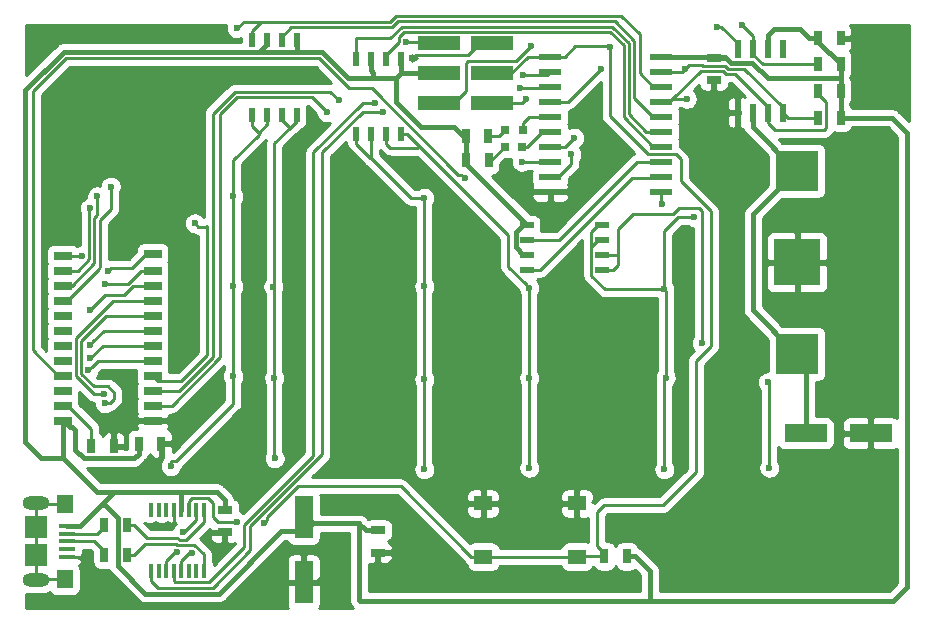
<source format=gbr>
G04 #@! TF.FileFunction,Copper,L1,Top,Signal*
%FSLAX46Y46*%
G04 Gerber Fmt 4.6, Leading zero omitted, Abs format (unit mm)*
G04 Created by KiCad (PCBNEW (2016-05-05 BZR 6775)-product) date Saturday, June 04, 2016 'PMt' 10:04:21 PM*
%MOMM*%
%LPD*%
G01*
G04 APERTURE LIST*
%ADD10C,0.100000*%
%ADD11C,0.800000*%
%ADD12R,4.000000X4.000000*%
%ADD13R,3.600000X3.500000*%
%ADD14R,1.524000X0.762000*%
%ADD15R,3.680000X1.270000*%
%ADD16R,0.600000X1.550000*%
%ADD17R,3.599180X1.600200*%
%ADD18R,1.300000X0.700000*%
%ADD19R,0.700000X1.300000*%
%ADD20R,1.143000X0.508000*%
%ADD21R,1.950000X0.600000*%
%ADD22R,1.600200X3.599180*%
%ADD23R,0.508000X1.143000*%
%ADD24R,1.550000X1.300000*%
%ADD25R,0.797560X0.797560*%
%ADD26R,1.350000X0.400000*%
%ADD27R,1.400000X1.600000*%
%ADD28R,1.900000X1.900000*%
%ADD29O,2.300000X1.120000*%
%ADD30R,0.400000X1.200000*%
%ADD31C,0.600000*%
%ADD32C,0.381000*%
%ADD33C,0.250000*%
%ADD34C,0.254000*%
G04 APERTURE END LIST*
D10*
D11*
X107442000Y-147320000D03*
X107442000Y-148590000D03*
X103632000Y-103632000D03*
X106426000Y-106426000D03*
D12*
X167576500Y-122428000D03*
D13*
X167576500Y-130178000D03*
X167576500Y-114678000D03*
D11*
X125984000Y-111760000D03*
X124968000Y-112776000D03*
X150876000Y-112522000D03*
X152146000Y-112522000D03*
X152146000Y-113792000D03*
X150876000Y-113792000D03*
X159512000Y-108712000D03*
X160782000Y-108712000D03*
X160782000Y-109982000D03*
X159512000Y-109982000D03*
X172974000Y-107442000D03*
X174244000Y-107442000D03*
X174244000Y-108712000D03*
X172974000Y-108712000D03*
X144018000Y-144272000D03*
X145288000Y-144272000D03*
X145288000Y-145542000D03*
X144018000Y-145542000D03*
X156464000Y-148336000D03*
X157734000Y-148336000D03*
X157734000Y-149606000D03*
X156464000Y-149606000D03*
X132080000Y-148336000D03*
X133350000Y-148336000D03*
X133350000Y-149606000D03*
X132080000Y-149606000D03*
X114300000Y-144780000D03*
X113284000Y-144780000D03*
X118872000Y-146812000D03*
X122682000Y-149860000D03*
X121412000Y-149860000D03*
X122682000Y-151130000D03*
X121412000Y-151130000D03*
D14*
X113030000Y-135826500D03*
X113030000Y-134556500D03*
X113030000Y-133286500D03*
X113030000Y-132016500D03*
X113030000Y-130746500D03*
X113030000Y-129476500D03*
X113030000Y-128206500D03*
X113030000Y-126936500D03*
X113030000Y-125666500D03*
X113030000Y-124396500D03*
X113030000Y-123126500D03*
X113030000Y-121729500D03*
X105410000Y-135826500D03*
X105410000Y-134556500D03*
X105410000Y-133286500D03*
X105410000Y-132016500D03*
X105410000Y-130746500D03*
X105410000Y-129476500D03*
X105410000Y-128206500D03*
X105410000Y-126936500D03*
X105410000Y-125666500D03*
X105410000Y-124396500D03*
X105410000Y-123126500D03*
X105410000Y-121856500D03*
D15*
X141727000Y-103886000D03*
X141727000Y-106426000D03*
X141727000Y-108966000D03*
X137287000Y-108966000D03*
X137287000Y-106426000D03*
X137287000Y-103886000D03*
D16*
X166370000Y-104361000D03*
X165100000Y-104361000D03*
X163830000Y-104361000D03*
X162560000Y-104361000D03*
X162560000Y-109761000D03*
X163830000Y-109761000D03*
X165100000Y-109761000D03*
X166370000Y-109761000D03*
D17*
X168318180Y-136906000D03*
X173819820Y-136906000D03*
D18*
X132080000Y-145100000D03*
X132080000Y-147000000D03*
D19*
X111826000Y-137795000D03*
X113726000Y-137795000D03*
D20*
X151066500Y-119253000D03*
X151066500Y-120523000D03*
X151066500Y-121793000D03*
X151066500Y-123063000D03*
X144716500Y-123063000D03*
X144716500Y-121793000D03*
X144716500Y-120523000D03*
X144716500Y-119253000D03*
D21*
X146684000Y-105029000D03*
X146684000Y-106299000D03*
X146684000Y-107569000D03*
X146684000Y-108839000D03*
X146684000Y-110109000D03*
X146684000Y-111379000D03*
X146684000Y-112649000D03*
X146684000Y-113919000D03*
X146684000Y-115189000D03*
X146684000Y-116459000D03*
X156084000Y-116459000D03*
X156084000Y-115189000D03*
X156084000Y-113919000D03*
X156084000Y-112649000D03*
X156084000Y-111379000D03*
X156084000Y-110109000D03*
X156084000Y-108839000D03*
X156084000Y-107569000D03*
X156084000Y-106299000D03*
X156084000Y-105029000D03*
D22*
X125793500Y-143997680D03*
X125793500Y-149499320D03*
D23*
X134048500Y-111569500D03*
X132778500Y-111569500D03*
X131508500Y-111569500D03*
X130238500Y-111569500D03*
X130238500Y-105219500D03*
X131508500Y-105219500D03*
X132778500Y-105219500D03*
X134048500Y-105219500D03*
D19*
X169357000Y-103441500D03*
X171257000Y-103441500D03*
D24*
X140995500Y-147347500D03*
X140995500Y-142847500D03*
X148945500Y-142847500D03*
X148945500Y-147347500D03*
D19*
X139575500Y-113792000D03*
X141475500Y-113792000D03*
D25*
X142824200Y-112649000D03*
X144322800Y-112649000D03*
X142887700Y-111252000D03*
X144386300Y-111252000D03*
D19*
X139512000Y-111760000D03*
X141412000Y-111760000D03*
X153159500Y-147320000D03*
X151259500Y-147320000D03*
X171257000Y-105664000D03*
X169357000Y-105664000D03*
X171257000Y-107886500D03*
X169357000Y-107886500D03*
X107825500Y-137985500D03*
X109725500Y-137985500D03*
X108905000Y-144653000D03*
X110805000Y-144653000D03*
D23*
X125222000Y-109982000D03*
X123952000Y-109982000D03*
X122682000Y-109982000D03*
X121412000Y-109982000D03*
X121412000Y-103632000D03*
X122682000Y-103632000D03*
X123952000Y-103632000D03*
X125222000Y-103632000D03*
D19*
X108905000Y-147193000D03*
X110805000Y-147193000D03*
D26*
X105799000Y-147350000D03*
X105799000Y-146700000D03*
X105799000Y-144750000D03*
X105799000Y-145400000D03*
D27*
X105574000Y-142850000D03*
D28*
X103124000Y-144850000D03*
D29*
X103124000Y-142795000D03*
X103124000Y-149305000D03*
D28*
X103124000Y-147250000D03*
D27*
X105574000Y-149250000D03*
D26*
X105799000Y-146050000D03*
D18*
X119126000Y-143385500D03*
X119126000Y-145285500D03*
D30*
X112903000Y-148586500D03*
X113538000Y-148586500D03*
X114173000Y-148586500D03*
X114808000Y-148586500D03*
X115443000Y-148586500D03*
X116078000Y-148586500D03*
X116713000Y-148586500D03*
X117348000Y-148586500D03*
X117348000Y-143386500D03*
X116713000Y-143386500D03*
X116078000Y-143386500D03*
X115443000Y-143386500D03*
X114808000Y-143386500D03*
X114173000Y-143386500D03*
X113538000Y-143386500D03*
X112903000Y-143386500D03*
D19*
X171257000Y-110172500D03*
X169357000Y-110172500D03*
D18*
X160528000Y-105095000D03*
X160528000Y-106995000D03*
D11*
X120142000Y-151130000D03*
D31*
X116332000Y-147066000D03*
X135001000Y-105156000D03*
X134493000Y-103759000D03*
X120142000Y-102616000D03*
X132527051Y-109661949D03*
X144145000Y-107696000D03*
X131801796Y-108936695D03*
X144399000Y-106553000D03*
X144907000Y-124586994D03*
X144907000Y-132207000D03*
X144907000Y-139827000D03*
X156464000Y-132207000D03*
X156337000Y-139954000D03*
X158877000Y-118618000D03*
X156337000Y-124714006D03*
X107578990Y-131572000D03*
X107696000Y-130556000D03*
X107698433Y-129410331D03*
X108966000Y-134366000D03*
X108916158Y-133567542D03*
X107696016Y-126492000D03*
X108965994Y-124244011D03*
X109220018Y-123190000D03*
X106997500Y-121856500D03*
X107696000Y-117856000D03*
X108331000Y-116840000D03*
X109474000Y-116014500D03*
X159512000Y-129286000D03*
X165099994Y-132588000D03*
X165227000Y-139827000D03*
X136017000Y-116967000D03*
X136017000Y-124460004D03*
X136017004Y-132334000D03*
X136017000Y-139953998D03*
X114554000Y-139699990D03*
X119824500Y-132080000D03*
X119824500Y-124460000D03*
X119824500Y-116840000D03*
X123340018Y-139031411D03*
X123317000Y-132207002D03*
X123238480Y-124486481D03*
X115570004Y-145287996D03*
X115053568Y-146987302D03*
X158115000Y-106045000D03*
X145034000Y-104140000D03*
X122428000Y-144526000D03*
X120142000Y-144399000D03*
X151701500Y-104203500D03*
X160782000Y-102489000D03*
X162941000Y-102362000D03*
X151003000Y-106045000D03*
X158242000Y-108585000D03*
X144653000Y-108585000D03*
X127762000Y-109728000D03*
X148717000Y-111887000D03*
X128778000Y-108712000D03*
X144272000Y-113919000D03*
X156181500Y-117484990D03*
X116586000Y-119126000D03*
X139446000Y-115316000D03*
X148463000Y-113284000D03*
D32*
X123869557Y-145216501D02*
X125928499Y-145216501D01*
X118609038Y-150477020D02*
X123869557Y-145216501D01*
X108603000Y-143002000D02*
X108956902Y-143002000D01*
X112386118Y-150477020D02*
X118609038Y-150477020D01*
X110064499Y-144109597D02*
X110064499Y-148155401D01*
X125928499Y-145216501D02*
X126619000Y-144526000D01*
X110064499Y-148155401D02*
X112386118Y-150477020D01*
X108956902Y-143002000D02*
X110064499Y-144109597D01*
X108603000Y-143002000D02*
X109746000Y-141859000D01*
X106855000Y-144750000D02*
X108603000Y-143002000D01*
X139575500Y-113792000D02*
X139575500Y-114092000D01*
X139575500Y-114092000D02*
X144716500Y-119233000D01*
X144716500Y-119233000D02*
X144716500Y-119253000D01*
X139575500Y-113792000D02*
X139575500Y-111823500D01*
X139575500Y-111823500D02*
X139512000Y-111760000D01*
X139512000Y-111760000D02*
X139289000Y-111760000D01*
X139289000Y-111760000D02*
X138527000Y-110998000D01*
X138527000Y-110998000D02*
X135763000Y-110998000D01*
X135763000Y-110998000D02*
X133604000Y-108839000D01*
X133604000Y-108839000D02*
X133604000Y-106807000D01*
X171232499Y-106845999D02*
X171257000Y-106870500D01*
X163791461Y-105526501D02*
X165110959Y-106845999D01*
X165110959Y-106845999D02*
X171232499Y-106845999D01*
X161450098Y-105029000D02*
X161947599Y-105526501D01*
X161947599Y-105526501D02*
X163791461Y-105526501D01*
X160528000Y-105095000D02*
X161384098Y-105095000D01*
X156084000Y-105029000D02*
X161450098Y-105029000D01*
X137287000Y-106426000D02*
X134112000Y-106426000D01*
X134112000Y-106426000D02*
X134048500Y-106362500D01*
X132080000Y-145100000D02*
X131049000Y-145100000D01*
X131049000Y-145100000D02*
X130492500Y-144543500D01*
X130492500Y-144543500D02*
X130492500Y-144526000D01*
X105410000Y-135826500D02*
X105981500Y-136398000D01*
X111417999Y-139026001D02*
X111826000Y-138618000D01*
X105981500Y-136398000D02*
X106172000Y-136398000D01*
X106172000Y-136398000D02*
X106426000Y-136652000D01*
X106426000Y-136652000D02*
X106426000Y-138288902D01*
X106426000Y-138288902D02*
X107163099Y-139026001D01*
X107163099Y-139026001D02*
X111417999Y-139026001D01*
X111826000Y-138618000D02*
X111826000Y-138049000D01*
X131699000Y-106807000D02*
X129540000Y-106807000D01*
X127327001Y-104594001D02*
X125212499Y-104594001D01*
X129540000Y-106807000D02*
X127327001Y-104594001D01*
X126619000Y-144526000D02*
X130492500Y-144526000D01*
X125793500Y-143997680D02*
X126090680Y-143997680D01*
X126090680Y-143997680D02*
X126619000Y-144526000D01*
X130492500Y-144526000D02*
X130492500Y-151003000D01*
X130492500Y-151003000D02*
X130580501Y-151091001D01*
X130580501Y-151091001D02*
X155130500Y-151091001D01*
X134048500Y-105219500D02*
X134048500Y-106362500D01*
X134048500Y-106362500D02*
X133604000Y-106807000D01*
X133604000Y-106807000D02*
X131699000Y-106807000D01*
X131508500Y-105219500D02*
X131508500Y-106172000D01*
X131508500Y-106172000D02*
X131699000Y-106362500D01*
X131699000Y-106362500D02*
X131699000Y-106807000D01*
X134048500Y-105219500D02*
X134048500Y-105669942D01*
X144716500Y-119253000D02*
X144399000Y-119253000D01*
X144399000Y-119253000D02*
X143754499Y-119897501D01*
X143754499Y-119897501D02*
X143754499Y-121148499D01*
X143754499Y-121148499D02*
X144399000Y-121793000D01*
X144399000Y-121793000D02*
X144716500Y-121793000D01*
X145034000Y-119253000D02*
X144716500Y-119253000D01*
X125222000Y-103632000D02*
X125222000Y-104584500D01*
X125222000Y-104584500D02*
X125212499Y-104594001D01*
X125212499Y-104594001D02*
X122037499Y-104594001D01*
X102235000Y-137668000D02*
X103568500Y-139001500D01*
X103568500Y-139001500D02*
X105410000Y-139001500D01*
X102235000Y-107842002D02*
X102235000Y-137668000D01*
X105483001Y-104594001D02*
X102235000Y-107842002D01*
X122682000Y-103632000D02*
X122682000Y-103949500D01*
X122682000Y-103949500D02*
X122037499Y-104594001D01*
X122037499Y-104594001D02*
X105483001Y-104594001D01*
X153159500Y-147320000D02*
X153890500Y-147320000D01*
X153890500Y-147320000D02*
X155130500Y-148560000D01*
X155130500Y-148560000D02*
X155130500Y-151091001D01*
X155130500Y-151091001D02*
X175679999Y-151091001D01*
X171257000Y-106870500D02*
X171257000Y-107886500D01*
X175679999Y-151091001D02*
X176847500Y-149923500D01*
X176847500Y-149923500D02*
X176847500Y-111442500D01*
X176847500Y-111442500D02*
X175577500Y-110172500D01*
X171257000Y-110172500D02*
X171257000Y-107886500D01*
X169357000Y-103441500D02*
X169357000Y-103764000D01*
X169357000Y-103764000D02*
X171257000Y-105664000D01*
X169357000Y-103441500D02*
X168626000Y-103441500D01*
X105410000Y-139001500D02*
X108267500Y-141859000D01*
X108267500Y-141859000D02*
X109746000Y-141859000D01*
X105410000Y-135826500D02*
X105410000Y-139001500D01*
X109746000Y-141859000D02*
X115443000Y-141859000D01*
X115443000Y-141859000D02*
X118427500Y-141859000D01*
X115443000Y-143386500D02*
X115443000Y-141859000D01*
X105799000Y-144750000D02*
X106855000Y-144750000D01*
X118427500Y-141859000D02*
X119126000Y-142557500D01*
X119126000Y-142557500D02*
X119126000Y-143385500D01*
X161384098Y-105095000D02*
X161450098Y-105029000D01*
X175577500Y-110172500D02*
X171257000Y-110172500D01*
X171257000Y-105664000D02*
X171257000Y-106870500D01*
X165100000Y-103187500D02*
X165100000Y-104361000D01*
X168626000Y-103441500D02*
X167864000Y-102679500D01*
X167864000Y-102679500D02*
X165608000Y-102679500D01*
X165608000Y-102679500D02*
X165100000Y-103187500D01*
D33*
X115443000Y-147736500D02*
X116113500Y-147066000D01*
X116113500Y-147066000D02*
X116332000Y-147066000D01*
X115443000Y-148586500D02*
X115443000Y-147736500D01*
X141727000Y-103886000D02*
X140716000Y-103886000D01*
X140716000Y-103886000D02*
X139755999Y-104846001D01*
X139755999Y-104846001D02*
X135310999Y-104846001D01*
X135310999Y-104846001D02*
X135001000Y-105156000D01*
X162560000Y-111379000D02*
X162369500Y-111569500D01*
X162560000Y-109761000D02*
X162560000Y-111379000D01*
X125793500Y-149499320D02*
X128163320Y-149499320D01*
X127879920Y-148463000D02*
X128206500Y-148463000D01*
X125793500Y-149499320D02*
X126843600Y-149499320D01*
X126843600Y-149499320D02*
X127879920Y-148463000D01*
X128163320Y-149499320D02*
X128206500Y-149542500D01*
X114808000Y-143386500D02*
X114808000Y-144716500D01*
X105799000Y-147350000D02*
X106724000Y-147350000D01*
X106724000Y-147350000D02*
X107378500Y-148004500D01*
X137154490Y-103759000D02*
X134493000Y-103759000D01*
X137287000Y-103891510D02*
X137154490Y-103759000D01*
X152693466Y-101575966D02*
X154241500Y-103124000D01*
X155409000Y-107569000D02*
X156084000Y-107569000D01*
X122178000Y-102044500D02*
X133119263Y-102044500D01*
X154241500Y-103124000D02*
X154241501Y-106401501D01*
X133587797Y-101575966D02*
X152693466Y-101575966D01*
X154241501Y-106401501D02*
X155409000Y-107569000D01*
X133119263Y-102044500D02*
X133587797Y-101575966D01*
X122178000Y-102044500D02*
X120713500Y-102044500D01*
X120713500Y-102044500D02*
X120142000Y-102616000D01*
X121412000Y-103632000D02*
X121412000Y-102810500D01*
X121412000Y-102810500D02*
X122178000Y-102044500D01*
X123952000Y-103632000D02*
X123952000Y-103314500D01*
X123952000Y-103314500D02*
X124771990Y-102494510D01*
X155409000Y-110109000D02*
X156084000Y-110109000D01*
X152127477Y-102025977D02*
X153791490Y-103689990D01*
X124771990Y-102494510D02*
X133305665Y-102494509D01*
X133774197Y-102025977D02*
X152127477Y-102025977D01*
X133305665Y-102494509D02*
X133774197Y-102025977D01*
X153791490Y-108491490D02*
X155409000Y-110109000D01*
X153791490Y-103689990D02*
X153791490Y-108491490D01*
X113428010Y-149961510D02*
X112903000Y-149436500D01*
X121294999Y-146802001D02*
X118135490Y-149961510D01*
X112903000Y-149436500D02*
X112903000Y-148586500D01*
X118135490Y-149961510D02*
X113428010Y-149961510D01*
X132527051Y-109661949D02*
X130832787Y-109661949D01*
X127381000Y-138685410D02*
X121294999Y-144771411D01*
X130832787Y-109661949D02*
X127381000Y-113113736D01*
X121294999Y-144771411D02*
X121294999Y-146802001D01*
X127381000Y-113113736D02*
X127381000Y-138685410D01*
X144145000Y-107696000D02*
X146557000Y-107696000D01*
X146557000Y-107696000D02*
X146684000Y-107569000D01*
X114808000Y-148586500D02*
X114808000Y-149436500D01*
X131377532Y-108936695D02*
X131801796Y-108936695D01*
X114808000Y-149436500D02*
X114883001Y-149511501D01*
X114883001Y-149511501D02*
X117808001Y-149511501D01*
X117808001Y-149511501D02*
X120777000Y-146542502D01*
X120777000Y-146542502D02*
X120777000Y-144653000D01*
X120777000Y-144653000D02*
X126619004Y-138810996D01*
X126619004Y-138810996D02*
X126619004Y-113113732D01*
X126619004Y-113113732D02*
X130796041Y-108936695D01*
X130796041Y-108936695D02*
X131377532Y-108936695D01*
X144399000Y-106553000D02*
X146430000Y-106553000D01*
X146430000Y-106553000D02*
X146684000Y-106299000D01*
X130238500Y-105219500D02*
X130238500Y-103441500D01*
X153341480Y-109907480D02*
X154813000Y-111379000D01*
X130238500Y-103441500D02*
X133146487Y-103441500D01*
X151941077Y-102475987D02*
X153341480Y-103876390D01*
X133146487Y-103441500D02*
X134112000Y-102475987D01*
X134112000Y-102475987D02*
X151941077Y-102475987D01*
X153341480Y-103876390D02*
X153341480Y-109907480D01*
X154813000Y-111379000D02*
X156084000Y-111379000D01*
X132778500Y-105219500D02*
X132778500Y-104902000D01*
X132778500Y-104902000D02*
X133867999Y-103812501D01*
X133867999Y-103812501D02*
X133867999Y-103356398D01*
X133867999Y-103356398D02*
X134298400Y-102925997D01*
X134298400Y-102925997D02*
X151754677Y-102925997D01*
X151754677Y-102925997D02*
X152891470Y-104062790D01*
X152891470Y-104062790D02*
X152891470Y-110131470D01*
X152891470Y-110131470D02*
X155409000Y-112649000D01*
X155409000Y-112649000D02*
X156084000Y-112649000D01*
X144716500Y-120523000D02*
X147447000Y-120523000D01*
X154051000Y-113919000D02*
X156084000Y-113919000D01*
X147447000Y-120523000D02*
X154051000Y-113919000D01*
X144716500Y-123063000D02*
X145845998Y-123063000D01*
X145845998Y-123063000D02*
X153592998Y-115316000D01*
X153592998Y-115316000D02*
X155956000Y-115316000D01*
X155956000Y-115316000D02*
X156083000Y-115189000D01*
X156083000Y-115189000D02*
X156084000Y-115189000D01*
X135572500Y-112589500D02*
X143129000Y-120146000D01*
X143129000Y-120146000D02*
X143129000Y-122809000D01*
X143129000Y-122809000D02*
X144606995Y-124286995D01*
X144606995Y-124286995D02*
X144607001Y-124286995D01*
X144607001Y-124286995D02*
X144907000Y-124586994D01*
X144907000Y-132207000D02*
X144907000Y-124586994D01*
X144907000Y-139827000D02*
X144907000Y-132207000D01*
X134552500Y-111569500D02*
X135572500Y-112589500D01*
X133100000Y-112712500D02*
X135449500Y-112712500D01*
X135449500Y-112712500D02*
X135572500Y-112589500D01*
X132778500Y-111569500D02*
X132778500Y-112391000D01*
X132778500Y-112391000D02*
X133100000Y-112712500D01*
X134048500Y-111569500D02*
X134552500Y-111569500D01*
X158877000Y-118618000D02*
X157480000Y-118618000D01*
X157480000Y-118618000D02*
X156337000Y-119761000D01*
X156337000Y-119761000D02*
X156337000Y-124714006D01*
X151066500Y-119253000D02*
X150749000Y-119253000D01*
X150749000Y-119253000D02*
X150169999Y-119832001D01*
X150169999Y-119832001D02*
X150169999Y-121102001D01*
X151066500Y-120523000D02*
X150749000Y-120523000D01*
X150749000Y-120523000D02*
X150169999Y-121102001D01*
X150169999Y-121102001D02*
X150169999Y-123577001D01*
X150169999Y-123577001D02*
X151307004Y-124714006D01*
X151307004Y-124714006D02*
X155912736Y-124714006D01*
X155912736Y-124714006D02*
X156337000Y-124714006D01*
X156337000Y-139954000D02*
X156337000Y-132334000D01*
X156464000Y-124841006D02*
X156337000Y-124714006D01*
X156464000Y-132207000D02*
X156464000Y-124841006D01*
X156337000Y-132334000D02*
X156464000Y-132207000D01*
X107878989Y-131272001D02*
X107578990Y-131572000D01*
X113030000Y-130746500D02*
X108404490Y-130746500D01*
X108404490Y-130746500D02*
X107878989Y-131272001D01*
X113030000Y-129476500D02*
X108775500Y-129476500D01*
X108775500Y-129476500D02*
X107696000Y-130556000D01*
X108902264Y-128206500D02*
X107998432Y-129110332D01*
X107998432Y-129110332D02*
X107698433Y-129410331D01*
X113030000Y-128206500D02*
X108902264Y-128206500D01*
X109236805Y-132942541D02*
X109773999Y-133479735D01*
X106953989Y-129049424D02*
X106953989Y-131872001D01*
X106953989Y-131872001D02*
X108024529Y-132942541D01*
X109773999Y-133479735D02*
X109773999Y-133982265D01*
X109390264Y-134366000D02*
X108966000Y-134366000D01*
X113030000Y-126936500D02*
X109066913Y-126936500D01*
X109066913Y-126936500D02*
X106953989Y-129049424D01*
X109773999Y-133982265D02*
X109390264Y-134366000D01*
X108024529Y-132942541D02*
X109236805Y-132942541D01*
X108013119Y-133567542D02*
X108491894Y-133567542D01*
X106503978Y-132058401D02*
X108013119Y-133567542D01*
X108491894Y-133567542D02*
X108916158Y-133567542D01*
X106503978Y-128863024D02*
X106503978Y-132058401D01*
X113030000Y-125666500D02*
X109700502Y-125666500D01*
X109700502Y-125666500D02*
X106503978Y-128863024D01*
X107996015Y-126192001D02*
X107696016Y-126492000D01*
X109012015Y-125176001D02*
X107996015Y-126192001D01*
X110604910Y-125176001D02*
X109012015Y-125176001D01*
X111384411Y-124396500D02*
X110604910Y-125176001D01*
X113030000Y-124396500D02*
X111384411Y-124396500D01*
X110900489Y-124244011D02*
X108965994Y-124244011D01*
X112018000Y-123126500D02*
X110900489Y-124244011D01*
X113030000Y-123126500D02*
X112018000Y-123126500D01*
X113030000Y-121729500D02*
X112458500Y-121729500D01*
X112458500Y-121729500D02*
X111297999Y-122890001D01*
X111297999Y-122890001D02*
X109520017Y-122890001D01*
X109520017Y-122890001D02*
X109220018Y-123190000D01*
X105410000Y-121856500D02*
X106997500Y-121856500D01*
X106680000Y-123126500D02*
X107632500Y-122174000D01*
X107632500Y-122174000D02*
X107632500Y-117919500D01*
X106680000Y-123126500D02*
X105410000Y-123126500D01*
X107696000Y-117856000D02*
X107632500Y-117919500D01*
X108082502Y-122485998D02*
X108082502Y-118681500D01*
X108082502Y-122485998D02*
X106172000Y-124396500D01*
X108331000Y-118433002D02*
X108082502Y-118681500D01*
X108331000Y-116840000D02*
X108331000Y-118433002D01*
X105410000Y-124396500D02*
X106172000Y-124396500D01*
X105410000Y-124396500D02*
X105981500Y-124396500D01*
X105410000Y-125666500D02*
X105791000Y-125666500D01*
X105791000Y-125666500D02*
X108458000Y-122999500D01*
X108458000Y-122999500D02*
X108458000Y-122936000D01*
X108532504Y-122861496D02*
X108532504Y-118872000D01*
X108458000Y-122936000D02*
X108532504Y-122861496D01*
X108532504Y-118872000D02*
X109474000Y-117930504D01*
X109474000Y-117930504D02*
X109474000Y-116014500D01*
X159512000Y-128861736D02*
X159512000Y-129286000D01*
X159258000Y-117856000D02*
X159512000Y-118110000D01*
X157605589Y-117856000D02*
X159258000Y-117856000D01*
X159512000Y-118110000D02*
X159512000Y-128861736D01*
X157097589Y-118364000D02*
X157605589Y-117856000D01*
X152400000Y-119634000D02*
X153670000Y-118364000D01*
X153670000Y-118364000D02*
X157097589Y-118364000D01*
X152400000Y-122555000D02*
X152400000Y-119634000D01*
X151066500Y-123063000D02*
X152019000Y-123063000D01*
X152019000Y-123063000D02*
X152400000Y-122682000D01*
X152400000Y-122682000D02*
X152400000Y-122555000D01*
X151066500Y-121793000D02*
X152273000Y-121793000D01*
X152273000Y-121793000D02*
X152400000Y-121920000D01*
X152400000Y-121920000D02*
X152400000Y-122555000D01*
X165227000Y-132715006D02*
X165099994Y-132588000D01*
X165227000Y-139827000D02*
X165227000Y-132715006D01*
X136017000Y-124459996D02*
X136017000Y-116967000D01*
X131508500Y-113601500D02*
X134874000Y-116967000D01*
X134874000Y-116967000D02*
X136017000Y-116967000D01*
X136017004Y-124460000D02*
X136017000Y-124459996D01*
X136017004Y-132334000D02*
X136017004Y-124460000D01*
X136017004Y-124460000D02*
X136017000Y-124460004D01*
X136017000Y-132334004D02*
X136017004Y-132334000D01*
X136017000Y-139953998D02*
X136017000Y-132334004D01*
X131508500Y-113601500D02*
X131508500Y-111569500D01*
X130238500Y-111569500D02*
X130238500Y-112391000D01*
X130238500Y-112391000D02*
X131449000Y-113601500D01*
X131449000Y-113601500D02*
X131508500Y-113601500D01*
X119824500Y-132080000D02*
X119824500Y-134429500D01*
X119824500Y-134429500D02*
X114978274Y-139275726D01*
X114978274Y-139275726D02*
X114554000Y-139275726D01*
X114554000Y-139275726D02*
X114554000Y-139699990D01*
X119824500Y-132080000D02*
X119824500Y-124460000D01*
X119824500Y-124460000D02*
X119824500Y-116840000D01*
X122682000Y-109982000D02*
X122682000Y-110744000D01*
X122682000Y-110744000D02*
X121983500Y-111442500D01*
X119824500Y-116840000D02*
X119824500Y-113792000D01*
X121412000Y-110871000D02*
X121412000Y-109982000D01*
X121983500Y-111442500D02*
X121412000Y-110871000D01*
X121983500Y-111633000D02*
X121983500Y-111442500D01*
X119824500Y-113792000D02*
X121983500Y-111633000D01*
X123317000Y-132207002D02*
X123317000Y-139008393D01*
X123317000Y-139008393D02*
X123340018Y-139031411D01*
X123317000Y-124460000D02*
X123317000Y-132207002D01*
X124618750Y-111029750D02*
X123317000Y-112331500D01*
X123317000Y-112331500D02*
X123317000Y-124460000D01*
X123264961Y-124460000D02*
X123238480Y-124486481D01*
X123317000Y-124460000D02*
X123264961Y-124460000D01*
X125222000Y-109982000D02*
X125222000Y-110426500D01*
X125222000Y-110426500D02*
X124618750Y-111029750D01*
X124618750Y-111029750D02*
X123952000Y-110363000D01*
X123952000Y-110363000D02*
X123952000Y-109982000D01*
X108905000Y-144653000D02*
X108905000Y-144841000D01*
X108905000Y-144841000D02*
X108346000Y-145400000D01*
X108346000Y-145400000D02*
X105799000Y-145400000D01*
X103124000Y-144850000D02*
X103124000Y-142795000D01*
X105574000Y-142850000D02*
X103179000Y-142850000D01*
X103179000Y-142850000D02*
X103124000Y-142795000D01*
X103124000Y-144850000D02*
X103124000Y-147250000D01*
X103124000Y-147250000D02*
X103124000Y-149305000D01*
X105574000Y-149250000D02*
X103179000Y-149250000D01*
X103179000Y-149250000D02*
X103124000Y-149305000D01*
X108905000Y-147193000D02*
X108905000Y-146878000D01*
X108905000Y-146878000D02*
X108077000Y-146050000D01*
X108077000Y-146050000D02*
X105799000Y-146050000D01*
X114922198Y-146987302D02*
X115053568Y-146987302D01*
X116713000Y-144236500D02*
X115661504Y-145287996D01*
X114173000Y-148586500D02*
X114173000Y-147736500D01*
X114173000Y-147736500D02*
X114922198Y-146987302D01*
X116713000Y-143386500D02*
X116713000Y-144236500D01*
X115661504Y-145287996D02*
X115570004Y-145287996D01*
D32*
X167576500Y-130178000D02*
X167516000Y-130178000D01*
X167516000Y-130178000D02*
X163830000Y-126492000D01*
X163830000Y-126492000D02*
X163830000Y-118364000D01*
X163830000Y-118364000D02*
X167516000Y-114678000D01*
X167516000Y-114678000D02*
X167576500Y-114678000D01*
X168318180Y-136906000D02*
X168318180Y-130919680D01*
X168318180Y-130919680D02*
X167576500Y-130178000D01*
X163830000Y-109761000D02*
X163830000Y-110981500D01*
X163830000Y-110981500D02*
X167526500Y-114678000D01*
X167526500Y-114678000D02*
X167576500Y-114678000D01*
D33*
X159569987Y-105721989D02*
X158438011Y-105721989D01*
X159617999Y-105770001D02*
X159569987Y-105721989D01*
X161462057Y-105770001D02*
X159617999Y-105770001D01*
X158438011Y-105721989D02*
X158115000Y-106045000D01*
X163126012Y-106042012D02*
X161734068Y-106042012D01*
X166370000Y-109761000D02*
X166370000Y-109286000D01*
X166370000Y-109286000D02*
X163126012Y-106042012D01*
X161734068Y-106042012D02*
X161462057Y-105770001D01*
X156084000Y-106299000D02*
X157861000Y-106299000D01*
X157861000Y-106299000D02*
X158115000Y-106045000D01*
X137287000Y-108966000D02*
X138492000Y-108966000D01*
X138492000Y-108966000D02*
X139561999Y-107896001D01*
X139561999Y-105530999D02*
X139682998Y-105410000D01*
X139561999Y-107896001D02*
X139561999Y-105530999D01*
X139682998Y-105410000D02*
X143764000Y-105410000D01*
X143764000Y-105410000D02*
X145034000Y-104140000D01*
X169357000Y-110172500D02*
X166781500Y-110172500D01*
X166781500Y-110172500D02*
X166370000Y-109761000D01*
X122727999Y-144226001D02*
X122428000Y-144526000D01*
X134021077Y-141398077D02*
X125304743Y-141398077D01*
X139970500Y-147347500D02*
X134021077Y-141398077D01*
X125304743Y-141398077D02*
X122727999Y-143974821D01*
X140995500Y-147347500D02*
X139970500Y-147347500D01*
X122727999Y-143974821D02*
X122727999Y-144226001D01*
X151259500Y-147320000D02*
X151259500Y-147020000D01*
X159004000Y-140208000D02*
X159004000Y-130810000D01*
X157734000Y-115570000D02*
X157734000Y-113708998D01*
X157299003Y-113274001D02*
X154930001Y-113274001D01*
X151259500Y-147020000D02*
X150659500Y-146420000D01*
X150659500Y-146420000D02*
X150659500Y-143604498D01*
X160274000Y-129540000D02*
X160274000Y-118110000D01*
X150659500Y-143604498D02*
X151257000Y-143006998D01*
X160274000Y-118110000D02*
X157734000Y-115570000D01*
X151257000Y-143006998D02*
X156205002Y-143006998D01*
X154930001Y-113274001D02*
X151701500Y-110045500D01*
X156205002Y-143006998D02*
X159004000Y-140208000D01*
X157734000Y-113708998D02*
X157299003Y-113274001D01*
X159004000Y-130810000D02*
X160274000Y-129540000D01*
X151701500Y-110045500D02*
X151701500Y-104203500D01*
X141727000Y-106426000D02*
X143384410Y-106426000D01*
X143384410Y-106426000D02*
X144781410Y-105029000D01*
X144781410Y-105029000D02*
X146684000Y-105029000D01*
X140995500Y-147347500D02*
X148945500Y-147347500D01*
X148798000Y-104140000D02*
X147909000Y-105029000D01*
X147909000Y-105029000D02*
X146684000Y-105029000D01*
X118554498Y-144399000D02*
X120142000Y-144399000D01*
X116078000Y-143386500D02*
X116078000Y-142636498D01*
X116078000Y-142636498D02*
X116339988Y-142374510D01*
X117721012Y-142374510D02*
X118150999Y-142804497D01*
X116339988Y-142374510D02*
X117721012Y-142374510D01*
X118150999Y-142804497D02*
X118150999Y-143995501D01*
X118150999Y-143995501D02*
X118554498Y-144399000D01*
X151259500Y-147320000D02*
X148973000Y-147320000D01*
X148973000Y-147320000D02*
X148945500Y-147347500D01*
X148798000Y-104140000D02*
X151638000Y-104140000D01*
X151638000Y-104140000D02*
X151701500Y-104203500D01*
X162560000Y-103886000D02*
X161163000Y-102489000D01*
X162560000Y-104361000D02*
X162560000Y-103886000D01*
X161163000Y-102489000D02*
X160782000Y-102489000D01*
X169357000Y-105664000D02*
X164658000Y-105664000D01*
X164658000Y-105664000D02*
X163830000Y-104836000D01*
X163830000Y-104836000D02*
X163830000Y-104361000D01*
X163830000Y-104361000D02*
X163830000Y-103251000D01*
X163830000Y-103251000D02*
X162941000Y-102362000D01*
X146684000Y-108839000D02*
X148209000Y-108839000D01*
X148209000Y-108839000D02*
X151003000Y-106045000D01*
X146684000Y-110109000D02*
X144880520Y-110109000D01*
X144880520Y-110109000D02*
X144386300Y-110603220D01*
X144386300Y-110603220D02*
X144386300Y-111252000D01*
X144322800Y-112649000D02*
X144739000Y-112649000D01*
X146009000Y-111379000D02*
X146684000Y-111379000D01*
X144739000Y-112649000D02*
X146009000Y-111379000D01*
X161275658Y-106220012D02*
X159431599Y-106220012D01*
X165100000Y-109286000D02*
X162306023Y-106492023D01*
X165100000Y-109761000D02*
X165100000Y-109286000D01*
X162306023Y-106492023D02*
X161547668Y-106492023D01*
X161547668Y-106492023D02*
X161275658Y-106220012D01*
X159431599Y-106220012D02*
X159404794Y-106193207D01*
X159404794Y-106193207D02*
X157099000Y-108499000D01*
X158242000Y-108585000D02*
X157185000Y-108585000D01*
X157185000Y-108585000D02*
X157099000Y-108499000D01*
X144272000Y-108966000D02*
X144653000Y-108585000D01*
X141727000Y-108966000D02*
X144272000Y-108966000D01*
X165100000Y-109761000D02*
X165100000Y-110617000D01*
X165735000Y-111252000D02*
X169862500Y-111252000D01*
X165100000Y-110617000D02*
X165735000Y-111252000D01*
X169862500Y-111252000D02*
X170032001Y-111082501D01*
X170032001Y-111082501D02*
X170032001Y-108861501D01*
X169357000Y-108186500D02*
X169357000Y-107886500D01*
X170032001Y-108861501D02*
X169357000Y-108186500D01*
X157099000Y-108499000D02*
X156759000Y-108839000D01*
X156759000Y-108839000D02*
X156084000Y-108839000D01*
X141412000Y-111760000D02*
X142379700Y-111760000D01*
X142379700Y-111760000D02*
X142887700Y-111252000D01*
X141475500Y-113792000D02*
X141681200Y-113792000D01*
X141681200Y-113792000D02*
X142824200Y-112649000D01*
X126492000Y-108458000D02*
X127762000Y-109728000D01*
X120142000Y-108458000D02*
X126492000Y-108458000D01*
X118745000Y-109855000D02*
X120142000Y-108458000D01*
X118745000Y-130431822D02*
X118745000Y-109855000D01*
X148717000Y-111887000D02*
X147955000Y-112649000D01*
X147955000Y-112649000D02*
X146684000Y-112649000D01*
X114620322Y-134556500D02*
X118745000Y-130431822D01*
X113030000Y-134556500D02*
X114620322Y-134556500D01*
X128073990Y-108007990D02*
X128778000Y-108712000D01*
X118110000Y-130430411D02*
X118110000Y-109853590D01*
X118110000Y-109853590D02*
X119955600Y-108007990D01*
X119955600Y-108007990D02*
X128073990Y-108007990D01*
X115253911Y-133286500D02*
X118110000Y-130430411D01*
X113030000Y-133286500D02*
X115253911Y-133286500D01*
X146684000Y-113919000D02*
X144272000Y-113919000D01*
X156084000Y-116459000D02*
X156084000Y-117387490D01*
X156084000Y-117387490D02*
X156181500Y-117484990D01*
X116885999Y-119425999D02*
X116586000Y-119126000D01*
X117556001Y-119425999D02*
X116885999Y-119425999D01*
X113474500Y-132461000D02*
X115443000Y-132461000D01*
X117602000Y-119380000D02*
X117556001Y-119425999D01*
X117602000Y-130302000D02*
X117602000Y-119380000D01*
X115443000Y-132461000D02*
X117602000Y-130302000D01*
X113030000Y-132016500D02*
X113474500Y-132461000D01*
X107825500Y-137985500D02*
X107825500Y-136527500D01*
X107825500Y-136527500D02*
X105854500Y-134556500D01*
X105854500Y-134556500D02*
X105410000Y-134556500D01*
X138905503Y-115016001D02*
X139146001Y-115016001D01*
X131595500Y-107705998D02*
X138905503Y-115016001D01*
X129676998Y-107705998D02*
X131595500Y-107705998D01*
X102870000Y-107950000D02*
X105664000Y-105156000D01*
X102870000Y-129857500D02*
X102870000Y-107950000D01*
X105029000Y-132016500D02*
X102870000Y-129857500D01*
X105664000Y-105156000D02*
X127127000Y-105156000D01*
X105410000Y-132016500D02*
X105029000Y-132016500D01*
X127127000Y-105156000D02*
X129676998Y-107705998D01*
X139146001Y-115016001D02*
X139446000Y-115316000D01*
X148463000Y-114085000D02*
X148463000Y-113284000D01*
X147359000Y-115189000D02*
X148463000Y-114085000D01*
X146684000Y-115189000D02*
X147359000Y-115189000D01*
X117348000Y-143386500D02*
X117348000Y-144435004D01*
X117348000Y-144435004D02*
X115869999Y-145913005D01*
X115269995Y-145913005D02*
X115152990Y-145796000D01*
X115152990Y-145796000D02*
X112548000Y-145796000D01*
X111405000Y-144653000D02*
X110805000Y-144653000D01*
X115869999Y-145913005D02*
X115269995Y-145913005D01*
X112548000Y-145796000D02*
X111405000Y-144653000D01*
X112351989Y-146246011D02*
X111405000Y-147193000D01*
X114966590Y-146246011D02*
X112351989Y-146246011D01*
X115083595Y-146363016D02*
X114966590Y-146246011D01*
X116554020Y-146363016D02*
X115083595Y-146363016D01*
X117348000Y-147156996D02*
X116554020Y-146363016D01*
X117348000Y-148586500D02*
X117348000Y-147156996D01*
X111405000Y-147193000D02*
X110805000Y-147193000D01*
D34*
G36*
X129667000Y-151003000D02*
X129674438Y-151078858D01*
X129681087Y-151154852D01*
X129682299Y-151159023D01*
X129682722Y-151163340D01*
X129704760Y-151236334D01*
X129726035Y-151309564D01*
X129728032Y-151313416D01*
X129729287Y-151317574D01*
X129765077Y-151384884D01*
X129800177Y-151452600D01*
X129802888Y-151455996D01*
X129804924Y-151459825D01*
X129853097Y-151518892D01*
X129900690Y-151578510D01*
X129906647Y-151584551D01*
X129906749Y-151584676D01*
X129906865Y-151584772D01*
X129908783Y-151586717D01*
X129987066Y-151665000D01*
X127112695Y-151665000D01*
X127156330Y-151599695D01*
X127204197Y-151484133D01*
X127228600Y-151361452D01*
X127228600Y-149785070D01*
X127069850Y-149626320D01*
X125920500Y-149626320D01*
X125920500Y-149646320D01*
X125666500Y-149646320D01*
X125666500Y-149626320D01*
X124517150Y-149626320D01*
X124358400Y-149785070D01*
X124358400Y-151361452D01*
X124382803Y-151484133D01*
X124430670Y-151599695D01*
X124474305Y-151665000D01*
X102335000Y-151665000D01*
X102335000Y-150480402D01*
X102508678Y-150499884D01*
X102525363Y-150500000D01*
X103722637Y-150500000D01*
X103954747Y-150477241D01*
X104178016Y-150409833D01*
X104309070Y-150340150D01*
X104343463Y-150404494D01*
X104422815Y-150501185D01*
X104519506Y-150580537D01*
X104629820Y-150639502D01*
X104749518Y-150675812D01*
X104874000Y-150688072D01*
X106274000Y-150688072D01*
X106398482Y-150675812D01*
X106518180Y-150639502D01*
X106628494Y-150580537D01*
X106725185Y-150501185D01*
X106804537Y-150404494D01*
X106863502Y-150294180D01*
X106899812Y-150174482D01*
X106912072Y-150050000D01*
X106912072Y-148450000D01*
X106899812Y-148325518D01*
X106863502Y-148205820D01*
X106804537Y-148095506D01*
X106803129Y-148093791D01*
X106878789Y-148043237D01*
X106967237Y-147954789D01*
X107036730Y-147850785D01*
X107084597Y-147735223D01*
X107109000Y-147612542D01*
X107109000Y-147608750D01*
X106950250Y-147450000D01*
X106792082Y-147450000D01*
X106828494Y-147430537D01*
X106925185Y-147351185D01*
X107004537Y-147254494D01*
X107063502Y-147144180D01*
X107066738Y-147133512D01*
X107109000Y-147091250D01*
X107109000Y-147087458D01*
X107097795Y-147031130D01*
X107099812Y-147024482D01*
X107112072Y-146900000D01*
X107112072Y-146810000D01*
X107762198Y-146810000D01*
X107916928Y-146964730D01*
X107916928Y-147843000D01*
X107929188Y-147967482D01*
X107965498Y-148087180D01*
X108024463Y-148197494D01*
X108103815Y-148294185D01*
X108200506Y-148373537D01*
X108310820Y-148432502D01*
X108430518Y-148468812D01*
X108555000Y-148481072D01*
X109255000Y-148481072D01*
X109304590Y-148476188D01*
X109337076Y-148537285D01*
X109372176Y-148605001D01*
X109374887Y-148608397D01*
X109376923Y-148612226D01*
X109425096Y-148671293D01*
X109472689Y-148730911D01*
X109478646Y-148736952D01*
X109478748Y-148737077D01*
X109478864Y-148737173D01*
X109480782Y-148739118D01*
X111802401Y-151060737D01*
X111861344Y-151109153D01*
X111919738Y-151158151D01*
X111923543Y-151160243D01*
X111926896Y-151162997D01*
X111994095Y-151199029D01*
X112060919Y-151235766D01*
X112065055Y-151237078D01*
X112068882Y-151239130D01*
X112141813Y-151261427D01*
X112214487Y-151284481D01*
X112218801Y-151284965D01*
X112222952Y-151286234D01*
X112298794Y-151293938D01*
X112374592Y-151302440D01*
X112383077Y-151302499D01*
X112383236Y-151302515D01*
X112383384Y-151302501D01*
X112386118Y-151302520D01*
X118609038Y-151302520D01*
X118684896Y-151295082D01*
X118760890Y-151288433D01*
X118765061Y-151287221D01*
X118769378Y-151286798D01*
X118842372Y-151264760D01*
X118915602Y-151243485D01*
X118919454Y-151241488D01*
X118923612Y-151240233D01*
X118990922Y-151204443D01*
X119058638Y-151169343D01*
X119062034Y-151166632D01*
X119065863Y-151164596D01*
X119124930Y-151116423D01*
X119184548Y-151068830D01*
X119190589Y-151062873D01*
X119190714Y-151062771D01*
X119190810Y-151062655D01*
X119192755Y-151060737D01*
X122616303Y-147637188D01*
X124358400Y-147637188D01*
X124358400Y-149213570D01*
X124517150Y-149372320D01*
X125666500Y-149372320D01*
X125666500Y-147223480D01*
X125920500Y-147223480D01*
X125920500Y-149372320D01*
X127069850Y-149372320D01*
X127228600Y-149213570D01*
X127228600Y-147637188D01*
X127204197Y-147514507D01*
X127156330Y-147398945D01*
X127086837Y-147294941D01*
X126998389Y-147206493D01*
X126894385Y-147137000D01*
X126778823Y-147089133D01*
X126656142Y-147064730D01*
X126079250Y-147064730D01*
X125920500Y-147223480D01*
X125666500Y-147223480D01*
X125507750Y-147064730D01*
X124930858Y-147064730D01*
X124808177Y-147089133D01*
X124692615Y-147137000D01*
X124588611Y-147206493D01*
X124500163Y-147294941D01*
X124430670Y-147398945D01*
X124382803Y-147514507D01*
X124358400Y-147637188D01*
X122616303Y-147637188D01*
X124211490Y-146042001D01*
X124404193Y-146042001D01*
X124462863Y-146151764D01*
X124542215Y-146248455D01*
X124638906Y-146327807D01*
X124749220Y-146386772D01*
X124868918Y-146423082D01*
X124993400Y-146435342D01*
X126593600Y-146435342D01*
X126718082Y-146423082D01*
X126837780Y-146386772D01*
X126948094Y-146327807D01*
X127044785Y-146248455D01*
X127124137Y-146151764D01*
X127183102Y-146041450D01*
X127219412Y-145921752D01*
X127231672Y-145797270D01*
X127231672Y-145351500D01*
X129667000Y-145351500D01*
X129667000Y-151003000D01*
X129667000Y-151003000D01*
G37*
X129667000Y-151003000D02*
X129674438Y-151078858D01*
X129681087Y-151154852D01*
X129682299Y-151159023D01*
X129682722Y-151163340D01*
X129704760Y-151236334D01*
X129726035Y-151309564D01*
X129728032Y-151313416D01*
X129729287Y-151317574D01*
X129765077Y-151384884D01*
X129800177Y-151452600D01*
X129802888Y-151455996D01*
X129804924Y-151459825D01*
X129853097Y-151518892D01*
X129900690Y-151578510D01*
X129906647Y-151584551D01*
X129906749Y-151584676D01*
X129906865Y-151584772D01*
X129908783Y-151586717D01*
X129987066Y-151665000D01*
X127112695Y-151665000D01*
X127156330Y-151599695D01*
X127204197Y-151484133D01*
X127228600Y-151361452D01*
X127228600Y-149785070D01*
X127069850Y-149626320D01*
X125920500Y-149626320D01*
X125920500Y-149646320D01*
X125666500Y-149646320D01*
X125666500Y-149626320D01*
X124517150Y-149626320D01*
X124358400Y-149785070D01*
X124358400Y-151361452D01*
X124382803Y-151484133D01*
X124430670Y-151599695D01*
X124474305Y-151665000D01*
X102335000Y-151665000D01*
X102335000Y-150480402D01*
X102508678Y-150499884D01*
X102525363Y-150500000D01*
X103722637Y-150500000D01*
X103954747Y-150477241D01*
X104178016Y-150409833D01*
X104309070Y-150340150D01*
X104343463Y-150404494D01*
X104422815Y-150501185D01*
X104519506Y-150580537D01*
X104629820Y-150639502D01*
X104749518Y-150675812D01*
X104874000Y-150688072D01*
X106274000Y-150688072D01*
X106398482Y-150675812D01*
X106518180Y-150639502D01*
X106628494Y-150580537D01*
X106725185Y-150501185D01*
X106804537Y-150404494D01*
X106863502Y-150294180D01*
X106899812Y-150174482D01*
X106912072Y-150050000D01*
X106912072Y-148450000D01*
X106899812Y-148325518D01*
X106863502Y-148205820D01*
X106804537Y-148095506D01*
X106803129Y-148093791D01*
X106878789Y-148043237D01*
X106967237Y-147954789D01*
X107036730Y-147850785D01*
X107084597Y-147735223D01*
X107109000Y-147612542D01*
X107109000Y-147608750D01*
X106950250Y-147450000D01*
X106792082Y-147450000D01*
X106828494Y-147430537D01*
X106925185Y-147351185D01*
X107004537Y-147254494D01*
X107063502Y-147144180D01*
X107066738Y-147133512D01*
X107109000Y-147091250D01*
X107109000Y-147087458D01*
X107097795Y-147031130D01*
X107099812Y-147024482D01*
X107112072Y-146900000D01*
X107112072Y-146810000D01*
X107762198Y-146810000D01*
X107916928Y-146964730D01*
X107916928Y-147843000D01*
X107929188Y-147967482D01*
X107965498Y-148087180D01*
X108024463Y-148197494D01*
X108103815Y-148294185D01*
X108200506Y-148373537D01*
X108310820Y-148432502D01*
X108430518Y-148468812D01*
X108555000Y-148481072D01*
X109255000Y-148481072D01*
X109304590Y-148476188D01*
X109337076Y-148537285D01*
X109372176Y-148605001D01*
X109374887Y-148608397D01*
X109376923Y-148612226D01*
X109425096Y-148671293D01*
X109472689Y-148730911D01*
X109478646Y-148736952D01*
X109478748Y-148737077D01*
X109478864Y-148737173D01*
X109480782Y-148739118D01*
X111802401Y-151060737D01*
X111861344Y-151109153D01*
X111919738Y-151158151D01*
X111923543Y-151160243D01*
X111926896Y-151162997D01*
X111994095Y-151199029D01*
X112060919Y-151235766D01*
X112065055Y-151237078D01*
X112068882Y-151239130D01*
X112141813Y-151261427D01*
X112214487Y-151284481D01*
X112218801Y-151284965D01*
X112222952Y-151286234D01*
X112298794Y-151293938D01*
X112374592Y-151302440D01*
X112383077Y-151302499D01*
X112383236Y-151302515D01*
X112383384Y-151302501D01*
X112386118Y-151302520D01*
X118609038Y-151302520D01*
X118684896Y-151295082D01*
X118760890Y-151288433D01*
X118765061Y-151287221D01*
X118769378Y-151286798D01*
X118842372Y-151264760D01*
X118915602Y-151243485D01*
X118919454Y-151241488D01*
X118923612Y-151240233D01*
X118990922Y-151204443D01*
X119058638Y-151169343D01*
X119062034Y-151166632D01*
X119065863Y-151164596D01*
X119124930Y-151116423D01*
X119184548Y-151068830D01*
X119190589Y-151062873D01*
X119190714Y-151062771D01*
X119190810Y-151062655D01*
X119192755Y-151060737D01*
X122616303Y-147637188D01*
X124358400Y-147637188D01*
X124358400Y-149213570D01*
X124517150Y-149372320D01*
X125666500Y-149372320D01*
X125666500Y-147223480D01*
X125920500Y-147223480D01*
X125920500Y-149372320D01*
X127069850Y-149372320D01*
X127228600Y-149213570D01*
X127228600Y-147637188D01*
X127204197Y-147514507D01*
X127156330Y-147398945D01*
X127086837Y-147294941D01*
X126998389Y-147206493D01*
X126894385Y-147137000D01*
X126778823Y-147089133D01*
X126656142Y-147064730D01*
X126079250Y-147064730D01*
X125920500Y-147223480D01*
X125666500Y-147223480D01*
X125507750Y-147064730D01*
X124930858Y-147064730D01*
X124808177Y-147089133D01*
X124692615Y-147137000D01*
X124588611Y-147206493D01*
X124500163Y-147294941D01*
X124430670Y-147398945D01*
X124382803Y-147514507D01*
X124358400Y-147637188D01*
X122616303Y-147637188D01*
X124211490Y-146042001D01*
X124404193Y-146042001D01*
X124462863Y-146151764D01*
X124542215Y-146248455D01*
X124638906Y-146327807D01*
X124749220Y-146386772D01*
X124868918Y-146423082D01*
X124993400Y-146435342D01*
X126593600Y-146435342D01*
X126718082Y-146423082D01*
X126837780Y-146386772D01*
X126948094Y-146327807D01*
X127044785Y-146248455D01*
X127124137Y-146151764D01*
X127183102Y-146041450D01*
X127219412Y-145921752D01*
X127231672Y-145797270D01*
X127231672Y-145351500D01*
X129667000Y-145351500D01*
X129667000Y-151003000D01*
G36*
X160675000Y-107122000D02*
X160655000Y-107122000D01*
X160655000Y-107821250D01*
X160813750Y-107980000D01*
X161240542Y-107980000D01*
X161363223Y-107955597D01*
X161478785Y-107907730D01*
X161582789Y-107838237D01*
X161671237Y-107749789D01*
X161740730Y-107645785D01*
X161788597Y-107530223D01*
X161813000Y-107407542D01*
X161813000Y-107280750D01*
X161784273Y-107252023D01*
X161991221Y-107252023D01*
X163165857Y-108426659D01*
X163160785Y-108423270D01*
X163045223Y-108375403D01*
X162922542Y-108351000D01*
X162845750Y-108351000D01*
X162687000Y-108509750D01*
X162687000Y-109634000D01*
X162707000Y-109634000D01*
X162707000Y-109888000D01*
X162687000Y-109888000D01*
X162687000Y-111012250D01*
X162845750Y-111171000D01*
X162922542Y-111171000D01*
X163022993Y-111151019D01*
X163042260Y-111214834D01*
X163063535Y-111288064D01*
X163065532Y-111291916D01*
X163066787Y-111296074D01*
X163102577Y-111363384D01*
X163137677Y-111431100D01*
X163140388Y-111434496D01*
X163142424Y-111438325D01*
X163190597Y-111497392D01*
X163238190Y-111557010D01*
X163244147Y-111563051D01*
X163244249Y-111563176D01*
X163244365Y-111563272D01*
X163246283Y-111565217D01*
X165138428Y-113457361D01*
X165138428Y-115888138D01*
X163246283Y-117780283D01*
X163197867Y-117839226D01*
X163148869Y-117897620D01*
X163146777Y-117901425D01*
X163144023Y-117904778D01*
X163107991Y-117971977D01*
X163071254Y-118038801D01*
X163069942Y-118042937D01*
X163067890Y-118046764D01*
X163045593Y-118119695D01*
X163022539Y-118192369D01*
X163022055Y-118196683D01*
X163020786Y-118200834D01*
X163013078Y-118276716D01*
X163004580Y-118352474D01*
X163004521Y-118360950D01*
X163004504Y-118361119D01*
X163004519Y-118361277D01*
X163004500Y-118364000D01*
X163004500Y-126492000D01*
X163011938Y-126567858D01*
X163018587Y-126643852D01*
X163019799Y-126648023D01*
X163020222Y-126652340D01*
X163042260Y-126725334D01*
X163063535Y-126798564D01*
X163065532Y-126802416D01*
X163066787Y-126806574D01*
X163102577Y-126873884D01*
X163137677Y-126941600D01*
X163140388Y-126944996D01*
X163142424Y-126948825D01*
X163190597Y-127007892D01*
X163238190Y-127067510D01*
X163244147Y-127073551D01*
X163244249Y-127073676D01*
X163244365Y-127073772D01*
X163246283Y-127075717D01*
X165138428Y-128967862D01*
X165138428Y-131653206D01*
X165014843Y-131652343D01*
X164834727Y-131686701D01*
X164664716Y-131755390D01*
X164511285Y-131855793D01*
X164380277Y-131984086D01*
X164276683Y-132135381D01*
X164204448Y-132303916D01*
X164166325Y-132483272D01*
X164163765Y-132666617D01*
X164196866Y-132846968D01*
X164264366Y-133017454D01*
X164363695Y-133171583D01*
X164467000Y-133278559D01*
X164467000Y-139281918D01*
X164403689Y-139374381D01*
X164331454Y-139542916D01*
X164293331Y-139722272D01*
X164290771Y-139905617D01*
X164323872Y-140085968D01*
X164391372Y-140256454D01*
X164490701Y-140410583D01*
X164618076Y-140542484D01*
X164768644Y-140647131D01*
X164936671Y-140720540D01*
X165115757Y-140759915D01*
X165299079Y-140763755D01*
X165479657Y-140731914D01*
X165650610Y-140665606D01*
X165805429Y-140567355D01*
X165938215Y-140440904D01*
X166043911Y-140291070D01*
X166118492Y-140123560D01*
X166159116Y-139944754D01*
X166162040Y-139735319D01*
X166126425Y-139555448D01*
X166056550Y-139385920D01*
X165987000Y-139281238D01*
X165987000Y-138058624D01*
X165988053Y-138060594D01*
X166067405Y-138157285D01*
X166164096Y-138236637D01*
X166274410Y-138295602D01*
X166394108Y-138331912D01*
X166518590Y-138344172D01*
X170117770Y-138344172D01*
X170242252Y-138331912D01*
X170361950Y-138295602D01*
X170472264Y-138236637D01*
X170568955Y-138157285D01*
X170648307Y-138060594D01*
X170707272Y-137950280D01*
X170743582Y-137830582D01*
X170755842Y-137706100D01*
X170755842Y-137191750D01*
X171385230Y-137191750D01*
X171385230Y-137768642D01*
X171409633Y-137891323D01*
X171457500Y-138006885D01*
X171526993Y-138110889D01*
X171615441Y-138199337D01*
X171719445Y-138268830D01*
X171835007Y-138316697D01*
X171957688Y-138341100D01*
X173534070Y-138341100D01*
X173692820Y-138182350D01*
X173692820Y-137033000D01*
X171543980Y-137033000D01*
X171385230Y-137191750D01*
X170755842Y-137191750D01*
X170755842Y-136105900D01*
X170749683Y-136043358D01*
X171385230Y-136043358D01*
X171385230Y-136620250D01*
X171543980Y-136779000D01*
X173692820Y-136779000D01*
X173692820Y-135629650D01*
X173534070Y-135470900D01*
X171957688Y-135470900D01*
X171835007Y-135495303D01*
X171719445Y-135543170D01*
X171615441Y-135612663D01*
X171526993Y-135701111D01*
X171457500Y-135805115D01*
X171409633Y-135920677D01*
X171385230Y-136043358D01*
X170749683Y-136043358D01*
X170743582Y-135981418D01*
X170707272Y-135861720D01*
X170648307Y-135751406D01*
X170568955Y-135654715D01*
X170472264Y-135575363D01*
X170361950Y-135516398D01*
X170242252Y-135480088D01*
X170117770Y-135467828D01*
X169143680Y-135467828D01*
X169143680Y-132566072D01*
X169376500Y-132566072D01*
X169500982Y-132553812D01*
X169620680Y-132517502D01*
X169730994Y-132458537D01*
X169827685Y-132379185D01*
X169907037Y-132282494D01*
X169966002Y-132172180D01*
X170002312Y-132052482D01*
X170014572Y-131928000D01*
X170014572Y-128428000D01*
X170002312Y-128303518D01*
X169966002Y-128183820D01*
X169907037Y-128073506D01*
X169827685Y-127976815D01*
X169730994Y-127897463D01*
X169620680Y-127838498D01*
X169500982Y-127802188D01*
X169376500Y-127789928D01*
X166295362Y-127789928D01*
X164655500Y-126150066D01*
X164655500Y-122713750D01*
X164941500Y-122713750D01*
X164941500Y-124490542D01*
X164965903Y-124613223D01*
X165013770Y-124728785D01*
X165083263Y-124832789D01*
X165171711Y-124921237D01*
X165275715Y-124990730D01*
X165391277Y-125038597D01*
X165513958Y-125063000D01*
X167290750Y-125063000D01*
X167449500Y-124904250D01*
X167449500Y-122555000D01*
X167703500Y-122555000D01*
X167703500Y-124904250D01*
X167862250Y-125063000D01*
X169639042Y-125063000D01*
X169761723Y-125038597D01*
X169877285Y-124990730D01*
X169981289Y-124921237D01*
X170069737Y-124832789D01*
X170139230Y-124728785D01*
X170187097Y-124613223D01*
X170211500Y-124490542D01*
X170211500Y-122713750D01*
X170052750Y-122555000D01*
X167703500Y-122555000D01*
X167449500Y-122555000D01*
X165100250Y-122555000D01*
X164941500Y-122713750D01*
X164655500Y-122713750D01*
X164655500Y-120365458D01*
X164941500Y-120365458D01*
X164941500Y-122142250D01*
X165100250Y-122301000D01*
X167449500Y-122301000D01*
X167449500Y-119951750D01*
X167703500Y-119951750D01*
X167703500Y-122301000D01*
X170052750Y-122301000D01*
X170211500Y-122142250D01*
X170211500Y-120365458D01*
X170187097Y-120242777D01*
X170139230Y-120127215D01*
X170069737Y-120023211D01*
X169981289Y-119934763D01*
X169877285Y-119865270D01*
X169761723Y-119817403D01*
X169639042Y-119793000D01*
X167862250Y-119793000D01*
X167703500Y-119951750D01*
X167449500Y-119951750D01*
X167290750Y-119793000D01*
X165513958Y-119793000D01*
X165391277Y-119817403D01*
X165275715Y-119865270D01*
X165171711Y-119934763D01*
X165083263Y-120023211D01*
X165013770Y-120127215D01*
X164965903Y-120242777D01*
X164941500Y-120365458D01*
X164655500Y-120365458D01*
X164655500Y-118705934D01*
X166295362Y-117066072D01*
X169376500Y-117066072D01*
X169500982Y-117053812D01*
X169620680Y-117017502D01*
X169730994Y-116958537D01*
X169827685Y-116879185D01*
X169907037Y-116782494D01*
X169966002Y-116672180D01*
X170002312Y-116552482D01*
X170014572Y-116428000D01*
X170014572Y-112928000D01*
X170002312Y-112803518D01*
X169966002Y-112683820D01*
X169907037Y-112573506D01*
X169827685Y-112476815D01*
X169730994Y-112397463D01*
X169620680Y-112338498D01*
X169500982Y-112302188D01*
X169376500Y-112289928D01*
X166305861Y-112289928D01*
X166027934Y-112012000D01*
X169862500Y-112012000D01*
X169932368Y-112005149D01*
X170002298Y-111999032D01*
X170006139Y-111997916D01*
X170010118Y-111997526D01*
X170077314Y-111977238D01*
X170144735Y-111957651D01*
X170148286Y-111955811D01*
X170152113Y-111954655D01*
X170214094Y-111921699D01*
X170276422Y-111889392D01*
X170279547Y-111886898D01*
X170283078Y-111885020D01*
X170337479Y-111840651D01*
X170392343Y-111796855D01*
X170397906Y-111791369D01*
X170398022Y-111791274D01*
X170398111Y-111791166D01*
X170399898Y-111789404D01*
X170569399Y-111619905D01*
X170613984Y-111565627D01*
X170659087Y-111511876D01*
X170661009Y-111508379D01*
X170663547Y-111505290D01*
X170696739Y-111443388D01*
X170706679Y-111425307D01*
X170782518Y-111448312D01*
X170907000Y-111460572D01*
X171607000Y-111460572D01*
X171731482Y-111448312D01*
X171851180Y-111412002D01*
X171961494Y-111353037D01*
X172058185Y-111273685D01*
X172137537Y-111176994D01*
X172196502Y-111066680D01*
X172217336Y-110998000D01*
X175235566Y-110998000D01*
X176022000Y-111784433D01*
X176022000Y-135611194D01*
X175920195Y-135543170D01*
X175804633Y-135495303D01*
X175681952Y-135470900D01*
X174105570Y-135470900D01*
X173946820Y-135629650D01*
X173946820Y-136779000D01*
X173966820Y-136779000D01*
X173966820Y-137033000D01*
X173946820Y-137033000D01*
X173946820Y-138182350D01*
X174105570Y-138341100D01*
X175681952Y-138341100D01*
X175804633Y-138316697D01*
X175920195Y-138268830D01*
X176022000Y-138200806D01*
X176022000Y-149581567D01*
X175338065Y-150265501D01*
X155956000Y-150265501D01*
X155956000Y-148560000D01*
X155948561Y-148484138D01*
X155941913Y-148408148D01*
X155940701Y-148403977D01*
X155940278Y-148399660D01*
X155918240Y-148326666D01*
X155896965Y-148253436D01*
X155894968Y-148249584D01*
X155893713Y-148245426D01*
X155857923Y-148178116D01*
X155822823Y-148110400D01*
X155820112Y-148107004D01*
X155818076Y-148103175D01*
X155769903Y-148044108D01*
X155722310Y-147984490D01*
X155716353Y-147978449D01*
X155716251Y-147978324D01*
X155716135Y-147978228D01*
X155714217Y-147976283D01*
X154474217Y-146736283D01*
X154415274Y-146687867D01*
X154356880Y-146638869D01*
X154353075Y-146636777D01*
X154349722Y-146634023D01*
X154282523Y-146597991D01*
X154215699Y-146561254D01*
X154211563Y-146559942D01*
X154207736Y-146557890D01*
X154134805Y-146535593D01*
X154132035Y-146534714D01*
X154099002Y-146425820D01*
X154040037Y-146315506D01*
X153960685Y-146218815D01*
X153863994Y-146139463D01*
X153753680Y-146080498D01*
X153633982Y-146044188D01*
X153509500Y-146031928D01*
X152809500Y-146031928D01*
X152685018Y-146044188D01*
X152565320Y-146080498D01*
X152455006Y-146139463D01*
X152358315Y-146218815D01*
X152278963Y-146315506D01*
X152219998Y-146425820D01*
X152209500Y-146460427D01*
X152199002Y-146425820D01*
X152140037Y-146315506D01*
X152060685Y-146218815D01*
X151963994Y-146139463D01*
X151853680Y-146080498D01*
X151733982Y-146044188D01*
X151609500Y-146031928D01*
X151419500Y-146031928D01*
X151419500Y-143919300D01*
X151571802Y-143766998D01*
X156205002Y-143766998D01*
X156274879Y-143760147D01*
X156344805Y-143754029D01*
X156348643Y-143752914D01*
X156352620Y-143752524D01*
X156419823Y-143732234D01*
X156487242Y-143712647D01*
X156490790Y-143710808D01*
X156494615Y-143709653D01*
X156556593Y-143676699D01*
X156618927Y-143644388D01*
X156622050Y-143641895D01*
X156625580Y-143640018D01*
X156679989Y-143595643D01*
X156734848Y-143551850D01*
X156740408Y-143546367D01*
X156740524Y-143546272D01*
X156740613Y-143546164D01*
X156742403Y-143544399D01*
X159541401Y-140745401D01*
X159585968Y-140691145D01*
X159631086Y-140637375D01*
X159633011Y-140633874D01*
X159635548Y-140630785D01*
X159668713Y-140568933D01*
X159702543Y-140507396D01*
X159703752Y-140503584D01*
X159705639Y-140500065D01*
X159726152Y-140432969D01*
X159747392Y-140366013D01*
X159747838Y-140362041D01*
X159749006Y-140358219D01*
X159756103Y-140288351D01*
X159763926Y-140218611D01*
X159763980Y-140210806D01*
X159763996Y-140210653D01*
X159763982Y-140210510D01*
X159764000Y-140208000D01*
X159764000Y-131124802D01*
X160811401Y-130077401D01*
X160855968Y-130023145D01*
X160901086Y-129969375D01*
X160903011Y-129965874D01*
X160905548Y-129962785D01*
X160938713Y-129900933D01*
X160972543Y-129839396D01*
X160973752Y-129835584D01*
X160975639Y-129832065D01*
X160996152Y-129764969D01*
X161017392Y-129698013D01*
X161017838Y-129694041D01*
X161019006Y-129690219D01*
X161026104Y-129620343D01*
X161033926Y-129550611D01*
X161033981Y-129542796D01*
X161033995Y-129542653D01*
X161033982Y-129542520D01*
X161034000Y-129540000D01*
X161034000Y-118110000D01*
X161027144Y-118040073D01*
X161021030Y-117970197D01*
X161019916Y-117966364D01*
X161019526Y-117962382D01*
X160999224Y-117895138D01*
X160979649Y-117827760D01*
X160977810Y-117824212D01*
X160976655Y-117820387D01*
X160943691Y-117758390D01*
X160911389Y-117696074D01*
X160908897Y-117692953D01*
X160907020Y-117689422D01*
X160862641Y-117635007D01*
X160818852Y-117580154D01*
X160813369Y-117574594D01*
X160813274Y-117574478D01*
X160813166Y-117574389D01*
X160811401Y-117572599D01*
X158494000Y-115255198D01*
X158494000Y-113708998D01*
X158487148Y-113639117D01*
X158481031Y-113569195D01*
X158479916Y-113565357D01*
X158479526Y-113561380D01*
X158459246Y-113494210D01*
X158439650Y-113426759D01*
X158437809Y-113423208D01*
X158436655Y-113419385D01*
X158403710Y-113357424D01*
X158371390Y-113295073D01*
X158368897Y-113291950D01*
X158367020Y-113288420D01*
X158322625Y-113233987D01*
X158278852Y-113179153D01*
X158273370Y-113173594D01*
X158273274Y-113173476D01*
X158273165Y-113173386D01*
X158271401Y-113171597D01*
X157836404Y-112736600D01*
X157782148Y-112692033D01*
X157728378Y-112646915D01*
X157724877Y-112644990D01*
X157721788Y-112642453D01*
X157697072Y-112629200D01*
X157697072Y-112349000D01*
X157684812Y-112224518D01*
X157648502Y-112104820D01*
X157599957Y-112014000D01*
X157648502Y-111923180D01*
X157684812Y-111803482D01*
X157697072Y-111679000D01*
X157697072Y-111079000D01*
X157684812Y-110954518D01*
X157648502Y-110834820D01*
X157599957Y-110744000D01*
X157648502Y-110653180D01*
X157684812Y-110533482D01*
X157697072Y-110409000D01*
X157697072Y-110046750D01*
X161625000Y-110046750D01*
X161625000Y-110598542D01*
X161649403Y-110721223D01*
X161697270Y-110836785D01*
X161766763Y-110940789D01*
X161855211Y-111029237D01*
X161959215Y-111098730D01*
X162074777Y-111146597D01*
X162197458Y-111171000D01*
X162274250Y-111171000D01*
X162433000Y-111012250D01*
X162433000Y-109888000D01*
X161783750Y-109888000D01*
X161625000Y-110046750D01*
X157697072Y-110046750D01*
X157697072Y-109809000D01*
X157684812Y-109684518D01*
X157648502Y-109564820D01*
X157599957Y-109474000D01*
X157648502Y-109383180D01*
X157660084Y-109345000D01*
X157697126Y-109345000D01*
X157783644Y-109405131D01*
X157951671Y-109478540D01*
X158130757Y-109517915D01*
X158314079Y-109521755D01*
X158494657Y-109489914D01*
X158665610Y-109423606D01*
X158820429Y-109325355D01*
X158953215Y-109198904D01*
X159058911Y-109049070D01*
X159114837Y-108923458D01*
X161625000Y-108923458D01*
X161625000Y-109475250D01*
X161783750Y-109634000D01*
X162433000Y-109634000D01*
X162433000Y-108509750D01*
X162274250Y-108351000D01*
X162197458Y-108351000D01*
X162074777Y-108375403D01*
X161959215Y-108423270D01*
X161855211Y-108492763D01*
X161766763Y-108581211D01*
X161697270Y-108685215D01*
X161649403Y-108800777D01*
X161625000Y-108923458D01*
X159114837Y-108923458D01*
X159133492Y-108881560D01*
X159174116Y-108702754D01*
X159177040Y-108493319D01*
X159141425Y-108313448D01*
X159071550Y-108143920D01*
X158970079Y-107991193D01*
X158840875Y-107861084D01*
X158823463Y-107849340D01*
X159246693Y-107426110D01*
X159267403Y-107530223D01*
X159315270Y-107645785D01*
X159384763Y-107749789D01*
X159473211Y-107838237D01*
X159577215Y-107907730D01*
X159692777Y-107955597D01*
X159815458Y-107980000D01*
X160242250Y-107980000D01*
X160401000Y-107821250D01*
X160401000Y-107122000D01*
X160381000Y-107122000D01*
X160381000Y-106980012D01*
X160675000Y-106980012D01*
X160675000Y-107122000D01*
X160675000Y-107122000D01*
G37*
X160675000Y-107122000D02*
X160655000Y-107122000D01*
X160655000Y-107821250D01*
X160813750Y-107980000D01*
X161240542Y-107980000D01*
X161363223Y-107955597D01*
X161478785Y-107907730D01*
X161582789Y-107838237D01*
X161671237Y-107749789D01*
X161740730Y-107645785D01*
X161788597Y-107530223D01*
X161813000Y-107407542D01*
X161813000Y-107280750D01*
X161784273Y-107252023D01*
X161991221Y-107252023D01*
X163165857Y-108426659D01*
X163160785Y-108423270D01*
X163045223Y-108375403D01*
X162922542Y-108351000D01*
X162845750Y-108351000D01*
X162687000Y-108509750D01*
X162687000Y-109634000D01*
X162707000Y-109634000D01*
X162707000Y-109888000D01*
X162687000Y-109888000D01*
X162687000Y-111012250D01*
X162845750Y-111171000D01*
X162922542Y-111171000D01*
X163022993Y-111151019D01*
X163042260Y-111214834D01*
X163063535Y-111288064D01*
X163065532Y-111291916D01*
X163066787Y-111296074D01*
X163102577Y-111363384D01*
X163137677Y-111431100D01*
X163140388Y-111434496D01*
X163142424Y-111438325D01*
X163190597Y-111497392D01*
X163238190Y-111557010D01*
X163244147Y-111563051D01*
X163244249Y-111563176D01*
X163244365Y-111563272D01*
X163246283Y-111565217D01*
X165138428Y-113457361D01*
X165138428Y-115888138D01*
X163246283Y-117780283D01*
X163197867Y-117839226D01*
X163148869Y-117897620D01*
X163146777Y-117901425D01*
X163144023Y-117904778D01*
X163107991Y-117971977D01*
X163071254Y-118038801D01*
X163069942Y-118042937D01*
X163067890Y-118046764D01*
X163045593Y-118119695D01*
X163022539Y-118192369D01*
X163022055Y-118196683D01*
X163020786Y-118200834D01*
X163013078Y-118276716D01*
X163004580Y-118352474D01*
X163004521Y-118360950D01*
X163004504Y-118361119D01*
X163004519Y-118361277D01*
X163004500Y-118364000D01*
X163004500Y-126492000D01*
X163011938Y-126567858D01*
X163018587Y-126643852D01*
X163019799Y-126648023D01*
X163020222Y-126652340D01*
X163042260Y-126725334D01*
X163063535Y-126798564D01*
X163065532Y-126802416D01*
X163066787Y-126806574D01*
X163102577Y-126873884D01*
X163137677Y-126941600D01*
X163140388Y-126944996D01*
X163142424Y-126948825D01*
X163190597Y-127007892D01*
X163238190Y-127067510D01*
X163244147Y-127073551D01*
X163244249Y-127073676D01*
X163244365Y-127073772D01*
X163246283Y-127075717D01*
X165138428Y-128967862D01*
X165138428Y-131653206D01*
X165014843Y-131652343D01*
X164834727Y-131686701D01*
X164664716Y-131755390D01*
X164511285Y-131855793D01*
X164380277Y-131984086D01*
X164276683Y-132135381D01*
X164204448Y-132303916D01*
X164166325Y-132483272D01*
X164163765Y-132666617D01*
X164196866Y-132846968D01*
X164264366Y-133017454D01*
X164363695Y-133171583D01*
X164467000Y-133278559D01*
X164467000Y-139281918D01*
X164403689Y-139374381D01*
X164331454Y-139542916D01*
X164293331Y-139722272D01*
X164290771Y-139905617D01*
X164323872Y-140085968D01*
X164391372Y-140256454D01*
X164490701Y-140410583D01*
X164618076Y-140542484D01*
X164768644Y-140647131D01*
X164936671Y-140720540D01*
X165115757Y-140759915D01*
X165299079Y-140763755D01*
X165479657Y-140731914D01*
X165650610Y-140665606D01*
X165805429Y-140567355D01*
X165938215Y-140440904D01*
X166043911Y-140291070D01*
X166118492Y-140123560D01*
X166159116Y-139944754D01*
X166162040Y-139735319D01*
X166126425Y-139555448D01*
X166056550Y-139385920D01*
X165987000Y-139281238D01*
X165987000Y-138058624D01*
X165988053Y-138060594D01*
X166067405Y-138157285D01*
X166164096Y-138236637D01*
X166274410Y-138295602D01*
X166394108Y-138331912D01*
X166518590Y-138344172D01*
X170117770Y-138344172D01*
X170242252Y-138331912D01*
X170361950Y-138295602D01*
X170472264Y-138236637D01*
X170568955Y-138157285D01*
X170648307Y-138060594D01*
X170707272Y-137950280D01*
X170743582Y-137830582D01*
X170755842Y-137706100D01*
X170755842Y-137191750D01*
X171385230Y-137191750D01*
X171385230Y-137768642D01*
X171409633Y-137891323D01*
X171457500Y-138006885D01*
X171526993Y-138110889D01*
X171615441Y-138199337D01*
X171719445Y-138268830D01*
X171835007Y-138316697D01*
X171957688Y-138341100D01*
X173534070Y-138341100D01*
X173692820Y-138182350D01*
X173692820Y-137033000D01*
X171543980Y-137033000D01*
X171385230Y-137191750D01*
X170755842Y-137191750D01*
X170755842Y-136105900D01*
X170749683Y-136043358D01*
X171385230Y-136043358D01*
X171385230Y-136620250D01*
X171543980Y-136779000D01*
X173692820Y-136779000D01*
X173692820Y-135629650D01*
X173534070Y-135470900D01*
X171957688Y-135470900D01*
X171835007Y-135495303D01*
X171719445Y-135543170D01*
X171615441Y-135612663D01*
X171526993Y-135701111D01*
X171457500Y-135805115D01*
X171409633Y-135920677D01*
X171385230Y-136043358D01*
X170749683Y-136043358D01*
X170743582Y-135981418D01*
X170707272Y-135861720D01*
X170648307Y-135751406D01*
X170568955Y-135654715D01*
X170472264Y-135575363D01*
X170361950Y-135516398D01*
X170242252Y-135480088D01*
X170117770Y-135467828D01*
X169143680Y-135467828D01*
X169143680Y-132566072D01*
X169376500Y-132566072D01*
X169500982Y-132553812D01*
X169620680Y-132517502D01*
X169730994Y-132458537D01*
X169827685Y-132379185D01*
X169907037Y-132282494D01*
X169966002Y-132172180D01*
X170002312Y-132052482D01*
X170014572Y-131928000D01*
X170014572Y-128428000D01*
X170002312Y-128303518D01*
X169966002Y-128183820D01*
X169907037Y-128073506D01*
X169827685Y-127976815D01*
X169730994Y-127897463D01*
X169620680Y-127838498D01*
X169500982Y-127802188D01*
X169376500Y-127789928D01*
X166295362Y-127789928D01*
X164655500Y-126150066D01*
X164655500Y-122713750D01*
X164941500Y-122713750D01*
X164941500Y-124490542D01*
X164965903Y-124613223D01*
X165013770Y-124728785D01*
X165083263Y-124832789D01*
X165171711Y-124921237D01*
X165275715Y-124990730D01*
X165391277Y-125038597D01*
X165513958Y-125063000D01*
X167290750Y-125063000D01*
X167449500Y-124904250D01*
X167449500Y-122555000D01*
X167703500Y-122555000D01*
X167703500Y-124904250D01*
X167862250Y-125063000D01*
X169639042Y-125063000D01*
X169761723Y-125038597D01*
X169877285Y-124990730D01*
X169981289Y-124921237D01*
X170069737Y-124832789D01*
X170139230Y-124728785D01*
X170187097Y-124613223D01*
X170211500Y-124490542D01*
X170211500Y-122713750D01*
X170052750Y-122555000D01*
X167703500Y-122555000D01*
X167449500Y-122555000D01*
X165100250Y-122555000D01*
X164941500Y-122713750D01*
X164655500Y-122713750D01*
X164655500Y-120365458D01*
X164941500Y-120365458D01*
X164941500Y-122142250D01*
X165100250Y-122301000D01*
X167449500Y-122301000D01*
X167449500Y-119951750D01*
X167703500Y-119951750D01*
X167703500Y-122301000D01*
X170052750Y-122301000D01*
X170211500Y-122142250D01*
X170211500Y-120365458D01*
X170187097Y-120242777D01*
X170139230Y-120127215D01*
X170069737Y-120023211D01*
X169981289Y-119934763D01*
X169877285Y-119865270D01*
X169761723Y-119817403D01*
X169639042Y-119793000D01*
X167862250Y-119793000D01*
X167703500Y-119951750D01*
X167449500Y-119951750D01*
X167290750Y-119793000D01*
X165513958Y-119793000D01*
X165391277Y-119817403D01*
X165275715Y-119865270D01*
X165171711Y-119934763D01*
X165083263Y-120023211D01*
X165013770Y-120127215D01*
X164965903Y-120242777D01*
X164941500Y-120365458D01*
X164655500Y-120365458D01*
X164655500Y-118705934D01*
X166295362Y-117066072D01*
X169376500Y-117066072D01*
X169500982Y-117053812D01*
X169620680Y-117017502D01*
X169730994Y-116958537D01*
X169827685Y-116879185D01*
X169907037Y-116782494D01*
X169966002Y-116672180D01*
X170002312Y-116552482D01*
X170014572Y-116428000D01*
X170014572Y-112928000D01*
X170002312Y-112803518D01*
X169966002Y-112683820D01*
X169907037Y-112573506D01*
X169827685Y-112476815D01*
X169730994Y-112397463D01*
X169620680Y-112338498D01*
X169500982Y-112302188D01*
X169376500Y-112289928D01*
X166305861Y-112289928D01*
X166027934Y-112012000D01*
X169862500Y-112012000D01*
X169932368Y-112005149D01*
X170002298Y-111999032D01*
X170006139Y-111997916D01*
X170010118Y-111997526D01*
X170077314Y-111977238D01*
X170144735Y-111957651D01*
X170148286Y-111955811D01*
X170152113Y-111954655D01*
X170214094Y-111921699D01*
X170276422Y-111889392D01*
X170279547Y-111886898D01*
X170283078Y-111885020D01*
X170337479Y-111840651D01*
X170392343Y-111796855D01*
X170397906Y-111791369D01*
X170398022Y-111791274D01*
X170398111Y-111791166D01*
X170399898Y-111789404D01*
X170569399Y-111619905D01*
X170613984Y-111565627D01*
X170659087Y-111511876D01*
X170661009Y-111508379D01*
X170663547Y-111505290D01*
X170696739Y-111443388D01*
X170706679Y-111425307D01*
X170782518Y-111448312D01*
X170907000Y-111460572D01*
X171607000Y-111460572D01*
X171731482Y-111448312D01*
X171851180Y-111412002D01*
X171961494Y-111353037D01*
X172058185Y-111273685D01*
X172137537Y-111176994D01*
X172196502Y-111066680D01*
X172217336Y-110998000D01*
X175235566Y-110998000D01*
X176022000Y-111784433D01*
X176022000Y-135611194D01*
X175920195Y-135543170D01*
X175804633Y-135495303D01*
X175681952Y-135470900D01*
X174105570Y-135470900D01*
X173946820Y-135629650D01*
X173946820Y-136779000D01*
X173966820Y-136779000D01*
X173966820Y-137033000D01*
X173946820Y-137033000D01*
X173946820Y-138182350D01*
X174105570Y-138341100D01*
X175681952Y-138341100D01*
X175804633Y-138316697D01*
X175920195Y-138268830D01*
X176022000Y-138200806D01*
X176022000Y-149581567D01*
X175338065Y-150265501D01*
X155956000Y-150265501D01*
X155956000Y-148560000D01*
X155948561Y-148484138D01*
X155941913Y-148408148D01*
X155940701Y-148403977D01*
X155940278Y-148399660D01*
X155918240Y-148326666D01*
X155896965Y-148253436D01*
X155894968Y-148249584D01*
X155893713Y-148245426D01*
X155857923Y-148178116D01*
X155822823Y-148110400D01*
X155820112Y-148107004D01*
X155818076Y-148103175D01*
X155769903Y-148044108D01*
X155722310Y-147984490D01*
X155716353Y-147978449D01*
X155716251Y-147978324D01*
X155716135Y-147978228D01*
X155714217Y-147976283D01*
X154474217Y-146736283D01*
X154415274Y-146687867D01*
X154356880Y-146638869D01*
X154353075Y-146636777D01*
X154349722Y-146634023D01*
X154282523Y-146597991D01*
X154215699Y-146561254D01*
X154211563Y-146559942D01*
X154207736Y-146557890D01*
X154134805Y-146535593D01*
X154132035Y-146534714D01*
X154099002Y-146425820D01*
X154040037Y-146315506D01*
X153960685Y-146218815D01*
X153863994Y-146139463D01*
X153753680Y-146080498D01*
X153633982Y-146044188D01*
X153509500Y-146031928D01*
X152809500Y-146031928D01*
X152685018Y-146044188D01*
X152565320Y-146080498D01*
X152455006Y-146139463D01*
X152358315Y-146218815D01*
X152278963Y-146315506D01*
X152219998Y-146425820D01*
X152209500Y-146460427D01*
X152199002Y-146425820D01*
X152140037Y-146315506D01*
X152060685Y-146218815D01*
X151963994Y-146139463D01*
X151853680Y-146080498D01*
X151733982Y-146044188D01*
X151609500Y-146031928D01*
X151419500Y-146031928D01*
X151419500Y-143919300D01*
X151571802Y-143766998D01*
X156205002Y-143766998D01*
X156274879Y-143760147D01*
X156344805Y-143754029D01*
X156348643Y-143752914D01*
X156352620Y-143752524D01*
X156419823Y-143732234D01*
X156487242Y-143712647D01*
X156490790Y-143710808D01*
X156494615Y-143709653D01*
X156556593Y-143676699D01*
X156618927Y-143644388D01*
X156622050Y-143641895D01*
X156625580Y-143640018D01*
X156679989Y-143595643D01*
X156734848Y-143551850D01*
X156740408Y-143546367D01*
X156740524Y-143546272D01*
X156740613Y-143546164D01*
X156742403Y-143544399D01*
X159541401Y-140745401D01*
X159585968Y-140691145D01*
X159631086Y-140637375D01*
X159633011Y-140633874D01*
X159635548Y-140630785D01*
X159668713Y-140568933D01*
X159702543Y-140507396D01*
X159703752Y-140503584D01*
X159705639Y-140500065D01*
X159726152Y-140432969D01*
X159747392Y-140366013D01*
X159747838Y-140362041D01*
X159749006Y-140358219D01*
X159756103Y-140288351D01*
X159763926Y-140218611D01*
X159763980Y-140210806D01*
X159763996Y-140210653D01*
X159763982Y-140210510D01*
X159764000Y-140208000D01*
X159764000Y-131124802D01*
X160811401Y-130077401D01*
X160855968Y-130023145D01*
X160901086Y-129969375D01*
X160903011Y-129965874D01*
X160905548Y-129962785D01*
X160938713Y-129900933D01*
X160972543Y-129839396D01*
X160973752Y-129835584D01*
X160975639Y-129832065D01*
X160996152Y-129764969D01*
X161017392Y-129698013D01*
X161017838Y-129694041D01*
X161019006Y-129690219D01*
X161026104Y-129620343D01*
X161033926Y-129550611D01*
X161033981Y-129542796D01*
X161033995Y-129542653D01*
X161033982Y-129542520D01*
X161034000Y-129540000D01*
X161034000Y-118110000D01*
X161027144Y-118040073D01*
X161021030Y-117970197D01*
X161019916Y-117966364D01*
X161019526Y-117962382D01*
X160999224Y-117895138D01*
X160979649Y-117827760D01*
X160977810Y-117824212D01*
X160976655Y-117820387D01*
X160943691Y-117758390D01*
X160911389Y-117696074D01*
X160908897Y-117692953D01*
X160907020Y-117689422D01*
X160862641Y-117635007D01*
X160818852Y-117580154D01*
X160813369Y-117574594D01*
X160813274Y-117574478D01*
X160813166Y-117574389D01*
X160811401Y-117572599D01*
X158494000Y-115255198D01*
X158494000Y-113708998D01*
X158487148Y-113639117D01*
X158481031Y-113569195D01*
X158479916Y-113565357D01*
X158479526Y-113561380D01*
X158459246Y-113494210D01*
X158439650Y-113426759D01*
X158437809Y-113423208D01*
X158436655Y-113419385D01*
X158403710Y-113357424D01*
X158371390Y-113295073D01*
X158368897Y-113291950D01*
X158367020Y-113288420D01*
X158322625Y-113233987D01*
X158278852Y-113179153D01*
X158273370Y-113173594D01*
X158273274Y-113173476D01*
X158273165Y-113173386D01*
X158271401Y-113171597D01*
X157836404Y-112736600D01*
X157782148Y-112692033D01*
X157728378Y-112646915D01*
X157724877Y-112644990D01*
X157721788Y-112642453D01*
X157697072Y-112629200D01*
X157697072Y-112349000D01*
X157684812Y-112224518D01*
X157648502Y-112104820D01*
X157599957Y-112014000D01*
X157648502Y-111923180D01*
X157684812Y-111803482D01*
X157697072Y-111679000D01*
X157697072Y-111079000D01*
X157684812Y-110954518D01*
X157648502Y-110834820D01*
X157599957Y-110744000D01*
X157648502Y-110653180D01*
X157684812Y-110533482D01*
X157697072Y-110409000D01*
X157697072Y-110046750D01*
X161625000Y-110046750D01*
X161625000Y-110598542D01*
X161649403Y-110721223D01*
X161697270Y-110836785D01*
X161766763Y-110940789D01*
X161855211Y-111029237D01*
X161959215Y-111098730D01*
X162074777Y-111146597D01*
X162197458Y-111171000D01*
X162274250Y-111171000D01*
X162433000Y-111012250D01*
X162433000Y-109888000D01*
X161783750Y-109888000D01*
X161625000Y-110046750D01*
X157697072Y-110046750D01*
X157697072Y-109809000D01*
X157684812Y-109684518D01*
X157648502Y-109564820D01*
X157599957Y-109474000D01*
X157648502Y-109383180D01*
X157660084Y-109345000D01*
X157697126Y-109345000D01*
X157783644Y-109405131D01*
X157951671Y-109478540D01*
X158130757Y-109517915D01*
X158314079Y-109521755D01*
X158494657Y-109489914D01*
X158665610Y-109423606D01*
X158820429Y-109325355D01*
X158953215Y-109198904D01*
X159058911Y-109049070D01*
X159114837Y-108923458D01*
X161625000Y-108923458D01*
X161625000Y-109475250D01*
X161783750Y-109634000D01*
X162433000Y-109634000D01*
X162433000Y-108509750D01*
X162274250Y-108351000D01*
X162197458Y-108351000D01*
X162074777Y-108375403D01*
X161959215Y-108423270D01*
X161855211Y-108492763D01*
X161766763Y-108581211D01*
X161697270Y-108685215D01*
X161649403Y-108800777D01*
X161625000Y-108923458D01*
X159114837Y-108923458D01*
X159133492Y-108881560D01*
X159174116Y-108702754D01*
X159177040Y-108493319D01*
X159141425Y-108313448D01*
X159071550Y-108143920D01*
X158970079Y-107991193D01*
X158840875Y-107861084D01*
X158823463Y-107849340D01*
X159246693Y-107426110D01*
X159267403Y-107530223D01*
X159315270Y-107645785D01*
X159384763Y-107749789D01*
X159473211Y-107838237D01*
X159577215Y-107907730D01*
X159692777Y-107955597D01*
X159815458Y-107980000D01*
X160242250Y-107980000D01*
X160401000Y-107821250D01*
X160401000Y-107122000D01*
X160381000Y-107122000D01*
X160381000Y-106980012D01*
X160675000Y-106980012D01*
X160675000Y-107122000D01*
G36*
X139433099Y-147884901D02*
X139487355Y-147929468D01*
X139541125Y-147974586D01*
X139544626Y-147976511D01*
X139547715Y-147979048D01*
X139582445Y-147997670D01*
X139594688Y-148121982D01*
X139630998Y-148241680D01*
X139689963Y-148351994D01*
X139769315Y-148448685D01*
X139866006Y-148528037D01*
X139976320Y-148587002D01*
X140096018Y-148623312D01*
X140220500Y-148635572D01*
X141770500Y-148635572D01*
X141894982Y-148623312D01*
X142014680Y-148587002D01*
X142124994Y-148528037D01*
X142221685Y-148448685D01*
X142301037Y-148351994D01*
X142360002Y-148241680D01*
X142396312Y-148121982D01*
X142397738Y-148107500D01*
X147543262Y-148107500D01*
X147544688Y-148121982D01*
X147580998Y-148241680D01*
X147639963Y-148351994D01*
X147719315Y-148448685D01*
X147816006Y-148528037D01*
X147926320Y-148587002D01*
X148046018Y-148623312D01*
X148170500Y-148635572D01*
X149720500Y-148635572D01*
X149844982Y-148623312D01*
X149964680Y-148587002D01*
X150074994Y-148528037D01*
X150171685Y-148448685D01*
X150251037Y-148351994D01*
X150310002Y-148241680D01*
X150319171Y-148211454D01*
X150319998Y-148214180D01*
X150378963Y-148324494D01*
X150458315Y-148421185D01*
X150555006Y-148500537D01*
X150665320Y-148559502D01*
X150785018Y-148595812D01*
X150909500Y-148608072D01*
X151609500Y-148608072D01*
X151733982Y-148595812D01*
X151853680Y-148559502D01*
X151963994Y-148500537D01*
X152060685Y-148421185D01*
X152140037Y-148324494D01*
X152199002Y-148214180D01*
X152209500Y-148179573D01*
X152219998Y-148214180D01*
X152278963Y-148324494D01*
X152358315Y-148421185D01*
X152455006Y-148500537D01*
X152565320Y-148559502D01*
X152685018Y-148595812D01*
X152809500Y-148608072D01*
X153509500Y-148608072D01*
X153633982Y-148595812D01*
X153753680Y-148559502D01*
X153863994Y-148500537D01*
X153885749Y-148482683D01*
X154305000Y-148901934D01*
X154305000Y-150265501D01*
X131318000Y-150265501D01*
X131318000Y-147975162D01*
X131367458Y-147985000D01*
X131794250Y-147985000D01*
X131953000Y-147826250D01*
X131953000Y-147127000D01*
X132207000Y-147127000D01*
X132207000Y-147826250D01*
X132365750Y-147985000D01*
X132792542Y-147985000D01*
X132915223Y-147960597D01*
X133030785Y-147912730D01*
X133134789Y-147843237D01*
X133223237Y-147754789D01*
X133292730Y-147650785D01*
X133340597Y-147535223D01*
X133365000Y-147412542D01*
X133365000Y-147285750D01*
X133206250Y-147127000D01*
X132207000Y-147127000D01*
X131953000Y-147127000D01*
X131933000Y-147127000D01*
X131933000Y-146873000D01*
X131953000Y-146873000D01*
X131953000Y-146853000D01*
X132207000Y-146853000D01*
X132207000Y-146873000D01*
X133206250Y-146873000D01*
X133365000Y-146714250D01*
X133365000Y-146587458D01*
X133340597Y-146464777D01*
X133292730Y-146349215D01*
X133223237Y-146245211D01*
X133134789Y-146156763D01*
X133030785Y-146087270D01*
X132940285Y-146049784D01*
X132974180Y-146039502D01*
X133084494Y-145980537D01*
X133181185Y-145901185D01*
X133260537Y-145804494D01*
X133319502Y-145694180D01*
X133355812Y-145574482D01*
X133368072Y-145450000D01*
X133368072Y-144750000D01*
X133355812Y-144625518D01*
X133319502Y-144505820D01*
X133260537Y-144395506D01*
X133181185Y-144298815D01*
X133084494Y-144219463D01*
X132974180Y-144160498D01*
X132854482Y-144124188D01*
X132730000Y-144111928D01*
X131430000Y-144111928D01*
X131305518Y-144124188D01*
X131255726Y-144139292D01*
X131155608Y-144039174D01*
X131130941Y-144008929D01*
X131082297Y-143948428D01*
X131080083Y-143946570D01*
X131078251Y-143944324D01*
X131018302Y-143894730D01*
X130958880Y-143844869D01*
X130956348Y-143843477D01*
X130954114Y-143841629D01*
X130885714Y-143804646D01*
X130817699Y-143767254D01*
X130814941Y-143766379D01*
X130812394Y-143765002D01*
X130738199Y-143742035D01*
X130664131Y-143718539D01*
X130661252Y-143718216D01*
X130658490Y-143717361D01*
X130581292Y-143709247D01*
X130504026Y-143700580D01*
X130498467Y-143700541D01*
X130498263Y-143700520D01*
X130498059Y-143700539D01*
X130492500Y-143700500D01*
X127231672Y-143700500D01*
X127231672Y-142198090D01*
X127227731Y-142158077D01*
X133706275Y-142158077D01*
X139433099Y-147884901D01*
X139433099Y-147884901D01*
G37*
X139433099Y-147884901D02*
X139487355Y-147929468D01*
X139541125Y-147974586D01*
X139544626Y-147976511D01*
X139547715Y-147979048D01*
X139582445Y-147997670D01*
X139594688Y-148121982D01*
X139630998Y-148241680D01*
X139689963Y-148351994D01*
X139769315Y-148448685D01*
X139866006Y-148528037D01*
X139976320Y-148587002D01*
X140096018Y-148623312D01*
X140220500Y-148635572D01*
X141770500Y-148635572D01*
X141894982Y-148623312D01*
X142014680Y-148587002D01*
X142124994Y-148528037D01*
X142221685Y-148448685D01*
X142301037Y-148351994D01*
X142360002Y-148241680D01*
X142396312Y-148121982D01*
X142397738Y-148107500D01*
X147543262Y-148107500D01*
X147544688Y-148121982D01*
X147580998Y-148241680D01*
X147639963Y-148351994D01*
X147719315Y-148448685D01*
X147816006Y-148528037D01*
X147926320Y-148587002D01*
X148046018Y-148623312D01*
X148170500Y-148635572D01*
X149720500Y-148635572D01*
X149844982Y-148623312D01*
X149964680Y-148587002D01*
X150074994Y-148528037D01*
X150171685Y-148448685D01*
X150251037Y-148351994D01*
X150310002Y-148241680D01*
X150319171Y-148211454D01*
X150319998Y-148214180D01*
X150378963Y-148324494D01*
X150458315Y-148421185D01*
X150555006Y-148500537D01*
X150665320Y-148559502D01*
X150785018Y-148595812D01*
X150909500Y-148608072D01*
X151609500Y-148608072D01*
X151733982Y-148595812D01*
X151853680Y-148559502D01*
X151963994Y-148500537D01*
X152060685Y-148421185D01*
X152140037Y-148324494D01*
X152199002Y-148214180D01*
X152209500Y-148179573D01*
X152219998Y-148214180D01*
X152278963Y-148324494D01*
X152358315Y-148421185D01*
X152455006Y-148500537D01*
X152565320Y-148559502D01*
X152685018Y-148595812D01*
X152809500Y-148608072D01*
X153509500Y-148608072D01*
X153633982Y-148595812D01*
X153753680Y-148559502D01*
X153863994Y-148500537D01*
X153885749Y-148482683D01*
X154305000Y-148901934D01*
X154305000Y-150265501D01*
X131318000Y-150265501D01*
X131318000Y-147975162D01*
X131367458Y-147985000D01*
X131794250Y-147985000D01*
X131953000Y-147826250D01*
X131953000Y-147127000D01*
X132207000Y-147127000D01*
X132207000Y-147826250D01*
X132365750Y-147985000D01*
X132792542Y-147985000D01*
X132915223Y-147960597D01*
X133030785Y-147912730D01*
X133134789Y-147843237D01*
X133223237Y-147754789D01*
X133292730Y-147650785D01*
X133340597Y-147535223D01*
X133365000Y-147412542D01*
X133365000Y-147285750D01*
X133206250Y-147127000D01*
X132207000Y-147127000D01*
X131953000Y-147127000D01*
X131933000Y-147127000D01*
X131933000Y-146873000D01*
X131953000Y-146873000D01*
X131953000Y-146853000D01*
X132207000Y-146853000D01*
X132207000Y-146873000D01*
X133206250Y-146873000D01*
X133365000Y-146714250D01*
X133365000Y-146587458D01*
X133340597Y-146464777D01*
X133292730Y-146349215D01*
X133223237Y-146245211D01*
X133134789Y-146156763D01*
X133030785Y-146087270D01*
X132940285Y-146049784D01*
X132974180Y-146039502D01*
X133084494Y-145980537D01*
X133181185Y-145901185D01*
X133260537Y-145804494D01*
X133319502Y-145694180D01*
X133355812Y-145574482D01*
X133368072Y-145450000D01*
X133368072Y-144750000D01*
X133355812Y-144625518D01*
X133319502Y-144505820D01*
X133260537Y-144395506D01*
X133181185Y-144298815D01*
X133084494Y-144219463D01*
X132974180Y-144160498D01*
X132854482Y-144124188D01*
X132730000Y-144111928D01*
X131430000Y-144111928D01*
X131305518Y-144124188D01*
X131255726Y-144139292D01*
X131155608Y-144039174D01*
X131130941Y-144008929D01*
X131082297Y-143948428D01*
X131080083Y-143946570D01*
X131078251Y-143944324D01*
X131018302Y-143894730D01*
X130958880Y-143844869D01*
X130956348Y-143843477D01*
X130954114Y-143841629D01*
X130885714Y-143804646D01*
X130817699Y-143767254D01*
X130814941Y-143766379D01*
X130812394Y-143765002D01*
X130738199Y-143742035D01*
X130664131Y-143718539D01*
X130661252Y-143718216D01*
X130658490Y-143717361D01*
X130581292Y-143709247D01*
X130504026Y-143700580D01*
X130498467Y-143700541D01*
X130498263Y-143700520D01*
X130498059Y-143700539D01*
X130492500Y-143700500D01*
X127231672Y-143700500D01*
X127231672Y-142198090D01*
X127227731Y-142158077D01*
X133706275Y-142158077D01*
X139433099Y-147884901D01*
G36*
X117999750Y-145158500D02*
X118540089Y-145158500D01*
X118543887Y-145158926D01*
X118551692Y-145158980D01*
X118551845Y-145158996D01*
X118551988Y-145158982D01*
X118554498Y-145159000D01*
X119273000Y-145159000D01*
X119273000Y-145412500D01*
X119253000Y-145412500D01*
X119253000Y-146111750D01*
X119411750Y-146270500D01*
X119838542Y-146270500D01*
X119961223Y-146246097D01*
X120017000Y-146222994D01*
X120017000Y-146227700D01*
X118186072Y-148058628D01*
X118186072Y-147986500D01*
X118173812Y-147862018D01*
X118137502Y-147742320D01*
X118108000Y-147687127D01*
X118108000Y-147156996D01*
X118101149Y-147087119D01*
X118095031Y-147017193D01*
X118093916Y-147013355D01*
X118093526Y-147009378D01*
X118073236Y-146942175D01*
X118053649Y-146874756D01*
X118051810Y-146871208D01*
X118050655Y-146867383D01*
X118017691Y-146805386D01*
X117985389Y-146743070D01*
X117982897Y-146739949D01*
X117981020Y-146736418D01*
X117936641Y-146682003D01*
X117892852Y-146627150D01*
X117887369Y-146621590D01*
X117887274Y-146621474D01*
X117887166Y-146621385D01*
X117885401Y-146619595D01*
X117091421Y-145825615D01*
X117058902Y-145798904D01*
X117286556Y-145571250D01*
X117841000Y-145571250D01*
X117841000Y-145698042D01*
X117865403Y-145820723D01*
X117913270Y-145936285D01*
X117982763Y-146040289D01*
X118071211Y-146128737D01*
X118175215Y-146198230D01*
X118290777Y-146246097D01*
X118413458Y-146270500D01*
X118840250Y-146270500D01*
X118999000Y-146111750D01*
X118999000Y-145412500D01*
X117999750Y-145412500D01*
X117841000Y-145571250D01*
X117286556Y-145571250D01*
X117849528Y-145008278D01*
X117999750Y-145158500D01*
X117999750Y-145158500D01*
G37*
X117999750Y-145158500D02*
X118540089Y-145158500D01*
X118543887Y-145158926D01*
X118551692Y-145158980D01*
X118551845Y-145158996D01*
X118551988Y-145158982D01*
X118554498Y-145159000D01*
X119273000Y-145159000D01*
X119273000Y-145412500D01*
X119253000Y-145412500D01*
X119253000Y-146111750D01*
X119411750Y-146270500D01*
X119838542Y-146270500D01*
X119961223Y-146246097D01*
X120017000Y-146222994D01*
X120017000Y-146227700D01*
X118186072Y-148058628D01*
X118186072Y-147986500D01*
X118173812Y-147862018D01*
X118137502Y-147742320D01*
X118108000Y-147687127D01*
X118108000Y-147156996D01*
X118101149Y-147087119D01*
X118095031Y-147017193D01*
X118093916Y-147013355D01*
X118093526Y-147009378D01*
X118073236Y-146942175D01*
X118053649Y-146874756D01*
X118051810Y-146871208D01*
X118050655Y-146867383D01*
X118017691Y-146805386D01*
X117985389Y-146743070D01*
X117982897Y-146739949D01*
X117981020Y-146736418D01*
X117936641Y-146682003D01*
X117892852Y-146627150D01*
X117887369Y-146621590D01*
X117887274Y-146621474D01*
X117887166Y-146621385D01*
X117885401Y-146619595D01*
X117091421Y-145825615D01*
X117058902Y-145798904D01*
X117286556Y-145571250D01*
X117841000Y-145571250D01*
X117841000Y-145698042D01*
X117865403Y-145820723D01*
X117913270Y-145936285D01*
X117982763Y-146040289D01*
X118071211Y-146128737D01*
X118175215Y-146198230D01*
X118290777Y-146246097D01*
X118413458Y-146270500D01*
X118840250Y-146270500D01*
X118999000Y-146111750D01*
X118999000Y-145412500D01*
X117999750Y-145412500D01*
X117841000Y-145571250D01*
X117286556Y-145571250D01*
X117849528Y-145008278D01*
X117999750Y-145158500D01*
G36*
X129358688Y-112265482D02*
X129394998Y-112385180D01*
X129453963Y-112495494D01*
X129495081Y-112545597D01*
X129513264Y-112605821D01*
X129532851Y-112673240D01*
X129534690Y-112676788D01*
X129535845Y-112680613D01*
X129568799Y-112742591D01*
X129601110Y-112804925D01*
X129603603Y-112808048D01*
X129605480Y-112811578D01*
X129649855Y-112865987D01*
X129693648Y-112920846D01*
X129699131Y-112926406D01*
X129699226Y-112926522D01*
X129699334Y-112926611D01*
X129701099Y-112928401D01*
X130911599Y-114138901D01*
X130965860Y-114183472D01*
X131019625Y-114228586D01*
X131023126Y-114230510D01*
X131026216Y-114233049D01*
X131088101Y-114266231D01*
X131111040Y-114278842D01*
X134336599Y-117504401D01*
X134390855Y-117548968D01*
X134444625Y-117594086D01*
X134448126Y-117596011D01*
X134451215Y-117598548D01*
X134513102Y-117631732D01*
X134574604Y-117665543D01*
X134578412Y-117666751D01*
X134581935Y-117668640D01*
X134649077Y-117689167D01*
X134715987Y-117710392D01*
X134719959Y-117710838D01*
X134723781Y-117712006D01*
X134793649Y-117719103D01*
X134863389Y-117726926D01*
X134871194Y-117726980D01*
X134871347Y-117726996D01*
X134871490Y-117726982D01*
X134874000Y-117727000D01*
X135257000Y-117727000D01*
X135257000Y-123914922D01*
X135193689Y-124007385D01*
X135121454Y-124175920D01*
X135083331Y-124355276D01*
X135080771Y-124538621D01*
X135113872Y-124718972D01*
X135181372Y-124889458D01*
X135257004Y-125006816D01*
X135257004Y-131788918D01*
X135193693Y-131881381D01*
X135121458Y-132049916D01*
X135083335Y-132229272D01*
X135080775Y-132412617D01*
X135113876Y-132592968D01*
X135181376Y-132763454D01*
X135257000Y-132880800D01*
X135257000Y-139408916D01*
X135193689Y-139501379D01*
X135121454Y-139669914D01*
X135083331Y-139849270D01*
X135080771Y-140032615D01*
X135113872Y-140212966D01*
X135181372Y-140383452D01*
X135280701Y-140537581D01*
X135408076Y-140669482D01*
X135558644Y-140774129D01*
X135726671Y-140847538D01*
X135905757Y-140886913D01*
X136089079Y-140890753D01*
X136269657Y-140858912D01*
X136440610Y-140792604D01*
X136595429Y-140694353D01*
X136728215Y-140567902D01*
X136833911Y-140418068D01*
X136908492Y-140250558D01*
X136949116Y-140071752D01*
X136952040Y-139862317D01*
X136916425Y-139682446D01*
X136846550Y-139512918D01*
X136777000Y-139408236D01*
X136777000Y-132878752D01*
X136833915Y-132798070D01*
X136908496Y-132630560D01*
X136949120Y-132451754D01*
X136952044Y-132242319D01*
X136916429Y-132062448D01*
X136846554Y-131892920D01*
X136777004Y-131788238D01*
X136777004Y-125004745D01*
X136833911Y-124924074D01*
X136908492Y-124756564D01*
X136949116Y-124577758D01*
X136952040Y-124368323D01*
X136916425Y-124188452D01*
X136846550Y-124018924D01*
X136777000Y-123914242D01*
X136777000Y-117511747D01*
X136833911Y-117431070D01*
X136908492Y-117263560D01*
X136949116Y-117084754D01*
X136952040Y-116875319D01*
X136916425Y-116695448D01*
X136846550Y-116525920D01*
X136745079Y-116373193D01*
X136615875Y-116243084D01*
X136463860Y-116140549D01*
X136294825Y-116069493D01*
X136115207Y-116032623D01*
X135931849Y-116031343D01*
X135751733Y-116065701D01*
X135581722Y-116134390D01*
X135470763Y-116207000D01*
X135188802Y-116207000D01*
X132268500Y-113286698D01*
X132268500Y-112955802D01*
X132562599Y-113249901D01*
X132616855Y-113294468D01*
X132670625Y-113339586D01*
X132674126Y-113341511D01*
X132677215Y-113344048D01*
X132739102Y-113377232D01*
X132800604Y-113411043D01*
X132804412Y-113412251D01*
X132807935Y-113414140D01*
X132875118Y-113434680D01*
X132941987Y-113455892D01*
X132945954Y-113456337D01*
X132949781Y-113457507D01*
X133019699Y-113464609D01*
X133089389Y-113472426D01*
X133097194Y-113472480D01*
X133097347Y-113472496D01*
X133097490Y-113472482D01*
X133100000Y-113472500D01*
X135380698Y-113472500D01*
X142369000Y-120460802D01*
X142369000Y-122809000D01*
X142375851Y-122878877D01*
X142381969Y-122948803D01*
X142383084Y-122952641D01*
X142383474Y-122956618D01*
X142403764Y-123023821D01*
X142423351Y-123091240D01*
X142425190Y-123094788D01*
X142426345Y-123098613D01*
X142459299Y-123160591D01*
X142491610Y-123222925D01*
X142494103Y-123226048D01*
X142495980Y-123229578D01*
X142540355Y-123283987D01*
X142584148Y-123338846D01*
X142589631Y-123344406D01*
X142589726Y-123344522D01*
X142589834Y-123344611D01*
X142591599Y-123346401D01*
X143984250Y-124739052D01*
X144003872Y-124845962D01*
X144071372Y-125016448D01*
X144147000Y-125133800D01*
X144147000Y-131661918D01*
X144083689Y-131754381D01*
X144011454Y-131922916D01*
X143973331Y-132102272D01*
X143970771Y-132285617D01*
X144003872Y-132465968D01*
X144071372Y-132636454D01*
X144147000Y-132753806D01*
X144147000Y-139281918D01*
X144083689Y-139374381D01*
X144011454Y-139542916D01*
X143973331Y-139722272D01*
X143970771Y-139905617D01*
X144003872Y-140085968D01*
X144071372Y-140256454D01*
X144170701Y-140410583D01*
X144298076Y-140542484D01*
X144448644Y-140647131D01*
X144616671Y-140720540D01*
X144795757Y-140759915D01*
X144979079Y-140763755D01*
X145159657Y-140731914D01*
X145330610Y-140665606D01*
X145485429Y-140567355D01*
X145618215Y-140440904D01*
X145723911Y-140291070D01*
X145798492Y-140123560D01*
X145839116Y-139944754D01*
X145842040Y-139735319D01*
X145806425Y-139555448D01*
X145736550Y-139385920D01*
X145667000Y-139281238D01*
X145667000Y-132751747D01*
X145723911Y-132671070D01*
X145798492Y-132503560D01*
X145839116Y-132324754D01*
X145842040Y-132115319D01*
X145806425Y-131935448D01*
X145736550Y-131765920D01*
X145667000Y-131661238D01*
X145667000Y-125131741D01*
X145723911Y-125051064D01*
X145798492Y-124883554D01*
X145839116Y-124704748D01*
X145842040Y-124495313D01*
X145806425Y-124315442D01*
X145736550Y-124145914D01*
X145635079Y-123993187D01*
X145543166Y-123900630D01*
X145642494Y-123847537D01*
X145672393Y-123823000D01*
X145845998Y-123823000D01*
X145915875Y-123816149D01*
X145985801Y-123810031D01*
X145989639Y-123808916D01*
X145993616Y-123808526D01*
X146060819Y-123788236D01*
X146128238Y-123768649D01*
X146131786Y-123766810D01*
X146135611Y-123765655D01*
X146197589Y-123732701D01*
X146259923Y-123700390D01*
X146263046Y-123697897D01*
X146266576Y-123696020D01*
X146320985Y-123651645D01*
X146375844Y-123607852D01*
X146381404Y-123602369D01*
X146381520Y-123602274D01*
X146381609Y-123602166D01*
X146383399Y-123600401D01*
X149409999Y-120573801D01*
X149409999Y-123577001D01*
X149416850Y-123646878D01*
X149422968Y-123716804D01*
X149424083Y-123720642D01*
X149424473Y-123724619D01*
X149444763Y-123791822D01*
X149464350Y-123859241D01*
X149466189Y-123862789D01*
X149467344Y-123866614D01*
X149500298Y-123928592D01*
X149532609Y-123990926D01*
X149535102Y-123994049D01*
X149536979Y-123997579D01*
X149581354Y-124051988D01*
X149625147Y-124106847D01*
X149630630Y-124112407D01*
X149630725Y-124112523D01*
X149630833Y-124112612D01*
X149632598Y-124114402D01*
X150769603Y-125251407D01*
X150823859Y-125295974D01*
X150877629Y-125341092D01*
X150881130Y-125343017D01*
X150884219Y-125345554D01*
X150946106Y-125378738D01*
X151007608Y-125412549D01*
X151011416Y-125413757D01*
X151014939Y-125415646D01*
X151082081Y-125436173D01*
X151148991Y-125457398D01*
X151152963Y-125457844D01*
X151156785Y-125459012D01*
X151226653Y-125466109D01*
X151296393Y-125473932D01*
X151304198Y-125473986D01*
X151304351Y-125474002D01*
X151304494Y-125473988D01*
X151307004Y-125474006D01*
X155704000Y-125474006D01*
X155704000Y-131661918D01*
X155640689Y-131754381D01*
X155568454Y-131922916D01*
X155530331Y-132102272D01*
X155527771Y-132285617D01*
X155560872Y-132465968D01*
X155577000Y-132506703D01*
X155577000Y-139408918D01*
X155513689Y-139501381D01*
X155441454Y-139669916D01*
X155403331Y-139849272D01*
X155400771Y-140032617D01*
X155433872Y-140212968D01*
X155501372Y-140383454D01*
X155600701Y-140537583D01*
X155728076Y-140669484D01*
X155878644Y-140774131D01*
X156046671Y-140847540D01*
X156225757Y-140886915D01*
X156409079Y-140890755D01*
X156589657Y-140858914D01*
X156760610Y-140792606D01*
X156915429Y-140694355D01*
X157048215Y-140567904D01*
X157153911Y-140418070D01*
X157228492Y-140250560D01*
X157269116Y-140071754D01*
X157272040Y-139862319D01*
X157236425Y-139682448D01*
X157166550Y-139512920D01*
X157097000Y-139408238D01*
X157097000Y-132895387D01*
X157175215Y-132820904D01*
X157280911Y-132671070D01*
X157355492Y-132503560D01*
X157396116Y-132324754D01*
X157399040Y-132115319D01*
X157363425Y-131935448D01*
X157293550Y-131765920D01*
X157224000Y-131661238D01*
X157224000Y-125020655D01*
X157228492Y-125010566D01*
X157269116Y-124831760D01*
X157272040Y-124622325D01*
X157236425Y-124442454D01*
X157166550Y-124272926D01*
X157097000Y-124168244D01*
X157097000Y-120075802D01*
X157794802Y-119378000D01*
X158332126Y-119378000D01*
X158418644Y-119438131D01*
X158586671Y-119511540D01*
X158752000Y-119547890D01*
X158752000Y-128740918D01*
X158688689Y-128833381D01*
X158616454Y-129001916D01*
X158578331Y-129181272D01*
X158575771Y-129364617D01*
X158608872Y-129544968D01*
X158676372Y-129715454D01*
X158775701Y-129869583D01*
X158821838Y-129917360D01*
X158466599Y-130272599D01*
X158422032Y-130326855D01*
X158376914Y-130380625D01*
X158374989Y-130384126D01*
X158372452Y-130387215D01*
X158339287Y-130449067D01*
X158305457Y-130510604D01*
X158304248Y-130514416D01*
X158302361Y-130517935D01*
X158281848Y-130585031D01*
X158260608Y-130651987D01*
X158260162Y-130655959D01*
X158258994Y-130659781D01*
X158251897Y-130729649D01*
X158244074Y-130799389D01*
X158244020Y-130807194D01*
X158244004Y-130807347D01*
X158244018Y-130807490D01*
X158244000Y-130810000D01*
X158244000Y-139893198D01*
X155890200Y-142246998D01*
X151257000Y-142246998D01*
X151187119Y-142253850D01*
X151117197Y-142259967D01*
X151113359Y-142261082D01*
X151109382Y-142261472D01*
X151042212Y-142281752D01*
X150974761Y-142301348D01*
X150971210Y-142303189D01*
X150967387Y-142304343D01*
X150905426Y-142337288D01*
X150843075Y-142369608D01*
X150839952Y-142372101D01*
X150836422Y-142373978D01*
X150781989Y-142418373D01*
X150727155Y-142462146D01*
X150721596Y-142467628D01*
X150721478Y-142467724D01*
X150721388Y-142467833D01*
X150719599Y-142469597D01*
X150355500Y-142833696D01*
X150355500Y-142720498D01*
X150196752Y-142720498D01*
X150355500Y-142561750D01*
X150355500Y-142134958D01*
X150331097Y-142012277D01*
X150283230Y-141896715D01*
X150213737Y-141792711D01*
X150125289Y-141704263D01*
X150021285Y-141634770D01*
X149905723Y-141586903D01*
X149783042Y-141562500D01*
X149231250Y-141562500D01*
X149072500Y-141721250D01*
X149072500Y-142720500D01*
X149092500Y-142720500D01*
X149092500Y-142974500D01*
X149072500Y-142974500D01*
X149072500Y-143973750D01*
X149231250Y-144132500D01*
X149783042Y-144132500D01*
X149899500Y-144109335D01*
X149899500Y-146088226D01*
X149844982Y-146071688D01*
X149720500Y-146059428D01*
X148170500Y-146059428D01*
X148046018Y-146071688D01*
X147926320Y-146107998D01*
X147816006Y-146166963D01*
X147719315Y-146246315D01*
X147639963Y-146343006D01*
X147580998Y-146453320D01*
X147544688Y-146573018D01*
X147543262Y-146587500D01*
X142397738Y-146587500D01*
X142396312Y-146573018D01*
X142360002Y-146453320D01*
X142301037Y-146343006D01*
X142221685Y-146246315D01*
X142124994Y-146166963D01*
X142014680Y-146107998D01*
X141894982Y-146071688D01*
X141770500Y-146059428D01*
X140220500Y-146059428D01*
X140096018Y-146071688D01*
X139976320Y-146107998D01*
X139866006Y-146166963D01*
X139865324Y-146167522D01*
X136831052Y-143133250D01*
X139585500Y-143133250D01*
X139585500Y-143560042D01*
X139609903Y-143682723D01*
X139657770Y-143798285D01*
X139727263Y-143902289D01*
X139815711Y-143990737D01*
X139919715Y-144060230D01*
X140035277Y-144108097D01*
X140157958Y-144132500D01*
X140709750Y-144132500D01*
X140868500Y-143973750D01*
X140868500Y-142974500D01*
X141122500Y-142974500D01*
X141122500Y-143973750D01*
X141281250Y-144132500D01*
X141833042Y-144132500D01*
X141955723Y-144108097D01*
X142071285Y-144060230D01*
X142175289Y-143990737D01*
X142263737Y-143902289D01*
X142333230Y-143798285D01*
X142381097Y-143682723D01*
X142405500Y-143560042D01*
X142405500Y-143133250D01*
X147535500Y-143133250D01*
X147535500Y-143560042D01*
X147559903Y-143682723D01*
X147607770Y-143798285D01*
X147677263Y-143902289D01*
X147765711Y-143990737D01*
X147869715Y-144060230D01*
X147985277Y-144108097D01*
X148107958Y-144132500D01*
X148659750Y-144132500D01*
X148818500Y-143973750D01*
X148818500Y-142974500D01*
X147694250Y-142974500D01*
X147535500Y-143133250D01*
X142405500Y-143133250D01*
X142246750Y-142974500D01*
X141122500Y-142974500D01*
X140868500Y-142974500D01*
X139744250Y-142974500D01*
X139585500Y-143133250D01*
X136831052Y-143133250D01*
X135832760Y-142134958D01*
X139585500Y-142134958D01*
X139585500Y-142561750D01*
X139744250Y-142720500D01*
X140868500Y-142720500D01*
X140868500Y-141721250D01*
X141122500Y-141721250D01*
X141122500Y-142720500D01*
X142246750Y-142720500D01*
X142405500Y-142561750D01*
X142405500Y-142134958D01*
X147535500Y-142134958D01*
X147535500Y-142561750D01*
X147694250Y-142720500D01*
X148818500Y-142720500D01*
X148818500Y-141721250D01*
X148659750Y-141562500D01*
X148107958Y-141562500D01*
X147985277Y-141586903D01*
X147869715Y-141634770D01*
X147765711Y-141704263D01*
X147677263Y-141792711D01*
X147607770Y-141896715D01*
X147559903Y-142012277D01*
X147535500Y-142134958D01*
X142405500Y-142134958D01*
X142381097Y-142012277D01*
X142333230Y-141896715D01*
X142263737Y-141792711D01*
X142175289Y-141704263D01*
X142071285Y-141634770D01*
X141955723Y-141586903D01*
X141833042Y-141562500D01*
X141281250Y-141562500D01*
X141122500Y-141721250D01*
X140868500Y-141721250D01*
X140709750Y-141562500D01*
X140157958Y-141562500D01*
X140035277Y-141586903D01*
X139919715Y-141634770D01*
X139815711Y-141704263D01*
X139727263Y-141792711D01*
X139657770Y-141896715D01*
X139609903Y-142012277D01*
X139585500Y-142134958D01*
X135832760Y-142134958D01*
X134558478Y-140860676D01*
X134504222Y-140816109D01*
X134450452Y-140770991D01*
X134446951Y-140769066D01*
X134443862Y-140766529D01*
X134382010Y-140733364D01*
X134320473Y-140699534D01*
X134316661Y-140698325D01*
X134313142Y-140696438D01*
X134246046Y-140675925D01*
X134179090Y-140654685D01*
X134175118Y-140654239D01*
X134171296Y-140653071D01*
X134101428Y-140645974D01*
X134031688Y-140638151D01*
X134023883Y-140638097D01*
X134023730Y-140638081D01*
X134023587Y-140638095D01*
X134021077Y-140638077D01*
X126503135Y-140638077D01*
X127918401Y-139222811D01*
X127962968Y-139168555D01*
X128008086Y-139114785D01*
X128010011Y-139111284D01*
X128012548Y-139108195D01*
X128045713Y-139046343D01*
X128079543Y-138984806D01*
X128080752Y-138980994D01*
X128082639Y-138977475D01*
X128103152Y-138910379D01*
X128124392Y-138843423D01*
X128124838Y-138839451D01*
X128126006Y-138835629D01*
X128133098Y-138765805D01*
X128140926Y-138696021D01*
X128140981Y-138688206D01*
X128140995Y-138688063D01*
X128140982Y-138687930D01*
X128141000Y-138685410D01*
X128141000Y-113428538D01*
X129353790Y-112215748D01*
X129358688Y-112265482D01*
X129358688Y-112265482D01*
G37*
X129358688Y-112265482D02*
X129394998Y-112385180D01*
X129453963Y-112495494D01*
X129495081Y-112545597D01*
X129513264Y-112605821D01*
X129532851Y-112673240D01*
X129534690Y-112676788D01*
X129535845Y-112680613D01*
X129568799Y-112742591D01*
X129601110Y-112804925D01*
X129603603Y-112808048D01*
X129605480Y-112811578D01*
X129649855Y-112865987D01*
X129693648Y-112920846D01*
X129699131Y-112926406D01*
X129699226Y-112926522D01*
X129699334Y-112926611D01*
X129701099Y-112928401D01*
X130911599Y-114138901D01*
X130965860Y-114183472D01*
X131019625Y-114228586D01*
X131023126Y-114230510D01*
X131026216Y-114233049D01*
X131088101Y-114266231D01*
X131111040Y-114278842D01*
X134336599Y-117504401D01*
X134390855Y-117548968D01*
X134444625Y-117594086D01*
X134448126Y-117596011D01*
X134451215Y-117598548D01*
X134513102Y-117631732D01*
X134574604Y-117665543D01*
X134578412Y-117666751D01*
X134581935Y-117668640D01*
X134649077Y-117689167D01*
X134715987Y-117710392D01*
X134719959Y-117710838D01*
X134723781Y-117712006D01*
X134793649Y-117719103D01*
X134863389Y-117726926D01*
X134871194Y-117726980D01*
X134871347Y-117726996D01*
X134871490Y-117726982D01*
X134874000Y-117727000D01*
X135257000Y-117727000D01*
X135257000Y-123914922D01*
X135193689Y-124007385D01*
X135121454Y-124175920D01*
X135083331Y-124355276D01*
X135080771Y-124538621D01*
X135113872Y-124718972D01*
X135181372Y-124889458D01*
X135257004Y-125006816D01*
X135257004Y-131788918D01*
X135193693Y-131881381D01*
X135121458Y-132049916D01*
X135083335Y-132229272D01*
X135080775Y-132412617D01*
X135113876Y-132592968D01*
X135181376Y-132763454D01*
X135257000Y-132880800D01*
X135257000Y-139408916D01*
X135193689Y-139501379D01*
X135121454Y-139669914D01*
X135083331Y-139849270D01*
X135080771Y-140032615D01*
X135113872Y-140212966D01*
X135181372Y-140383452D01*
X135280701Y-140537581D01*
X135408076Y-140669482D01*
X135558644Y-140774129D01*
X135726671Y-140847538D01*
X135905757Y-140886913D01*
X136089079Y-140890753D01*
X136269657Y-140858912D01*
X136440610Y-140792604D01*
X136595429Y-140694353D01*
X136728215Y-140567902D01*
X136833911Y-140418068D01*
X136908492Y-140250558D01*
X136949116Y-140071752D01*
X136952040Y-139862317D01*
X136916425Y-139682446D01*
X136846550Y-139512918D01*
X136777000Y-139408236D01*
X136777000Y-132878752D01*
X136833915Y-132798070D01*
X136908496Y-132630560D01*
X136949120Y-132451754D01*
X136952044Y-132242319D01*
X136916429Y-132062448D01*
X136846554Y-131892920D01*
X136777004Y-131788238D01*
X136777004Y-125004745D01*
X136833911Y-124924074D01*
X136908492Y-124756564D01*
X136949116Y-124577758D01*
X136952040Y-124368323D01*
X136916425Y-124188452D01*
X136846550Y-124018924D01*
X136777000Y-123914242D01*
X136777000Y-117511747D01*
X136833911Y-117431070D01*
X136908492Y-117263560D01*
X136949116Y-117084754D01*
X136952040Y-116875319D01*
X136916425Y-116695448D01*
X136846550Y-116525920D01*
X136745079Y-116373193D01*
X136615875Y-116243084D01*
X136463860Y-116140549D01*
X136294825Y-116069493D01*
X136115207Y-116032623D01*
X135931849Y-116031343D01*
X135751733Y-116065701D01*
X135581722Y-116134390D01*
X135470763Y-116207000D01*
X135188802Y-116207000D01*
X132268500Y-113286698D01*
X132268500Y-112955802D01*
X132562599Y-113249901D01*
X132616855Y-113294468D01*
X132670625Y-113339586D01*
X132674126Y-113341511D01*
X132677215Y-113344048D01*
X132739102Y-113377232D01*
X132800604Y-113411043D01*
X132804412Y-113412251D01*
X132807935Y-113414140D01*
X132875118Y-113434680D01*
X132941987Y-113455892D01*
X132945954Y-113456337D01*
X132949781Y-113457507D01*
X133019699Y-113464609D01*
X133089389Y-113472426D01*
X133097194Y-113472480D01*
X133097347Y-113472496D01*
X133097490Y-113472482D01*
X133100000Y-113472500D01*
X135380698Y-113472500D01*
X142369000Y-120460802D01*
X142369000Y-122809000D01*
X142375851Y-122878877D01*
X142381969Y-122948803D01*
X142383084Y-122952641D01*
X142383474Y-122956618D01*
X142403764Y-123023821D01*
X142423351Y-123091240D01*
X142425190Y-123094788D01*
X142426345Y-123098613D01*
X142459299Y-123160591D01*
X142491610Y-123222925D01*
X142494103Y-123226048D01*
X142495980Y-123229578D01*
X142540355Y-123283987D01*
X142584148Y-123338846D01*
X142589631Y-123344406D01*
X142589726Y-123344522D01*
X142589834Y-123344611D01*
X142591599Y-123346401D01*
X143984250Y-124739052D01*
X144003872Y-124845962D01*
X144071372Y-125016448D01*
X144147000Y-125133800D01*
X144147000Y-131661918D01*
X144083689Y-131754381D01*
X144011454Y-131922916D01*
X143973331Y-132102272D01*
X143970771Y-132285617D01*
X144003872Y-132465968D01*
X144071372Y-132636454D01*
X144147000Y-132753806D01*
X144147000Y-139281918D01*
X144083689Y-139374381D01*
X144011454Y-139542916D01*
X143973331Y-139722272D01*
X143970771Y-139905617D01*
X144003872Y-140085968D01*
X144071372Y-140256454D01*
X144170701Y-140410583D01*
X144298076Y-140542484D01*
X144448644Y-140647131D01*
X144616671Y-140720540D01*
X144795757Y-140759915D01*
X144979079Y-140763755D01*
X145159657Y-140731914D01*
X145330610Y-140665606D01*
X145485429Y-140567355D01*
X145618215Y-140440904D01*
X145723911Y-140291070D01*
X145798492Y-140123560D01*
X145839116Y-139944754D01*
X145842040Y-139735319D01*
X145806425Y-139555448D01*
X145736550Y-139385920D01*
X145667000Y-139281238D01*
X145667000Y-132751747D01*
X145723911Y-132671070D01*
X145798492Y-132503560D01*
X145839116Y-132324754D01*
X145842040Y-132115319D01*
X145806425Y-131935448D01*
X145736550Y-131765920D01*
X145667000Y-131661238D01*
X145667000Y-125131741D01*
X145723911Y-125051064D01*
X145798492Y-124883554D01*
X145839116Y-124704748D01*
X145842040Y-124495313D01*
X145806425Y-124315442D01*
X145736550Y-124145914D01*
X145635079Y-123993187D01*
X145543166Y-123900630D01*
X145642494Y-123847537D01*
X145672393Y-123823000D01*
X145845998Y-123823000D01*
X145915875Y-123816149D01*
X145985801Y-123810031D01*
X145989639Y-123808916D01*
X145993616Y-123808526D01*
X146060819Y-123788236D01*
X146128238Y-123768649D01*
X146131786Y-123766810D01*
X146135611Y-123765655D01*
X146197589Y-123732701D01*
X146259923Y-123700390D01*
X146263046Y-123697897D01*
X146266576Y-123696020D01*
X146320985Y-123651645D01*
X146375844Y-123607852D01*
X146381404Y-123602369D01*
X146381520Y-123602274D01*
X146381609Y-123602166D01*
X146383399Y-123600401D01*
X149409999Y-120573801D01*
X149409999Y-123577001D01*
X149416850Y-123646878D01*
X149422968Y-123716804D01*
X149424083Y-123720642D01*
X149424473Y-123724619D01*
X149444763Y-123791822D01*
X149464350Y-123859241D01*
X149466189Y-123862789D01*
X149467344Y-123866614D01*
X149500298Y-123928592D01*
X149532609Y-123990926D01*
X149535102Y-123994049D01*
X149536979Y-123997579D01*
X149581354Y-124051988D01*
X149625147Y-124106847D01*
X149630630Y-124112407D01*
X149630725Y-124112523D01*
X149630833Y-124112612D01*
X149632598Y-124114402D01*
X150769603Y-125251407D01*
X150823859Y-125295974D01*
X150877629Y-125341092D01*
X150881130Y-125343017D01*
X150884219Y-125345554D01*
X150946106Y-125378738D01*
X151007608Y-125412549D01*
X151011416Y-125413757D01*
X151014939Y-125415646D01*
X151082081Y-125436173D01*
X151148991Y-125457398D01*
X151152963Y-125457844D01*
X151156785Y-125459012D01*
X151226653Y-125466109D01*
X151296393Y-125473932D01*
X151304198Y-125473986D01*
X151304351Y-125474002D01*
X151304494Y-125473988D01*
X151307004Y-125474006D01*
X155704000Y-125474006D01*
X155704000Y-131661918D01*
X155640689Y-131754381D01*
X155568454Y-131922916D01*
X155530331Y-132102272D01*
X155527771Y-132285617D01*
X155560872Y-132465968D01*
X155577000Y-132506703D01*
X155577000Y-139408918D01*
X155513689Y-139501381D01*
X155441454Y-139669916D01*
X155403331Y-139849272D01*
X155400771Y-140032617D01*
X155433872Y-140212968D01*
X155501372Y-140383454D01*
X155600701Y-140537583D01*
X155728076Y-140669484D01*
X155878644Y-140774131D01*
X156046671Y-140847540D01*
X156225757Y-140886915D01*
X156409079Y-140890755D01*
X156589657Y-140858914D01*
X156760610Y-140792606D01*
X156915429Y-140694355D01*
X157048215Y-140567904D01*
X157153911Y-140418070D01*
X157228492Y-140250560D01*
X157269116Y-140071754D01*
X157272040Y-139862319D01*
X157236425Y-139682448D01*
X157166550Y-139512920D01*
X157097000Y-139408238D01*
X157097000Y-132895387D01*
X157175215Y-132820904D01*
X157280911Y-132671070D01*
X157355492Y-132503560D01*
X157396116Y-132324754D01*
X157399040Y-132115319D01*
X157363425Y-131935448D01*
X157293550Y-131765920D01*
X157224000Y-131661238D01*
X157224000Y-125020655D01*
X157228492Y-125010566D01*
X157269116Y-124831760D01*
X157272040Y-124622325D01*
X157236425Y-124442454D01*
X157166550Y-124272926D01*
X157097000Y-124168244D01*
X157097000Y-120075802D01*
X157794802Y-119378000D01*
X158332126Y-119378000D01*
X158418644Y-119438131D01*
X158586671Y-119511540D01*
X158752000Y-119547890D01*
X158752000Y-128740918D01*
X158688689Y-128833381D01*
X158616454Y-129001916D01*
X158578331Y-129181272D01*
X158575771Y-129364617D01*
X158608872Y-129544968D01*
X158676372Y-129715454D01*
X158775701Y-129869583D01*
X158821838Y-129917360D01*
X158466599Y-130272599D01*
X158422032Y-130326855D01*
X158376914Y-130380625D01*
X158374989Y-130384126D01*
X158372452Y-130387215D01*
X158339287Y-130449067D01*
X158305457Y-130510604D01*
X158304248Y-130514416D01*
X158302361Y-130517935D01*
X158281848Y-130585031D01*
X158260608Y-130651987D01*
X158260162Y-130655959D01*
X158258994Y-130659781D01*
X158251897Y-130729649D01*
X158244074Y-130799389D01*
X158244020Y-130807194D01*
X158244004Y-130807347D01*
X158244018Y-130807490D01*
X158244000Y-130810000D01*
X158244000Y-139893198D01*
X155890200Y-142246998D01*
X151257000Y-142246998D01*
X151187119Y-142253850D01*
X151117197Y-142259967D01*
X151113359Y-142261082D01*
X151109382Y-142261472D01*
X151042212Y-142281752D01*
X150974761Y-142301348D01*
X150971210Y-142303189D01*
X150967387Y-142304343D01*
X150905426Y-142337288D01*
X150843075Y-142369608D01*
X150839952Y-142372101D01*
X150836422Y-142373978D01*
X150781989Y-142418373D01*
X150727155Y-142462146D01*
X150721596Y-142467628D01*
X150721478Y-142467724D01*
X150721388Y-142467833D01*
X150719599Y-142469597D01*
X150355500Y-142833696D01*
X150355500Y-142720498D01*
X150196752Y-142720498D01*
X150355500Y-142561750D01*
X150355500Y-142134958D01*
X150331097Y-142012277D01*
X150283230Y-141896715D01*
X150213737Y-141792711D01*
X150125289Y-141704263D01*
X150021285Y-141634770D01*
X149905723Y-141586903D01*
X149783042Y-141562500D01*
X149231250Y-141562500D01*
X149072500Y-141721250D01*
X149072500Y-142720500D01*
X149092500Y-142720500D01*
X149092500Y-142974500D01*
X149072500Y-142974500D01*
X149072500Y-143973750D01*
X149231250Y-144132500D01*
X149783042Y-144132500D01*
X149899500Y-144109335D01*
X149899500Y-146088226D01*
X149844982Y-146071688D01*
X149720500Y-146059428D01*
X148170500Y-146059428D01*
X148046018Y-146071688D01*
X147926320Y-146107998D01*
X147816006Y-146166963D01*
X147719315Y-146246315D01*
X147639963Y-146343006D01*
X147580998Y-146453320D01*
X147544688Y-146573018D01*
X147543262Y-146587500D01*
X142397738Y-146587500D01*
X142396312Y-146573018D01*
X142360002Y-146453320D01*
X142301037Y-146343006D01*
X142221685Y-146246315D01*
X142124994Y-146166963D01*
X142014680Y-146107998D01*
X141894982Y-146071688D01*
X141770500Y-146059428D01*
X140220500Y-146059428D01*
X140096018Y-146071688D01*
X139976320Y-146107998D01*
X139866006Y-146166963D01*
X139865324Y-146167522D01*
X136831052Y-143133250D01*
X139585500Y-143133250D01*
X139585500Y-143560042D01*
X139609903Y-143682723D01*
X139657770Y-143798285D01*
X139727263Y-143902289D01*
X139815711Y-143990737D01*
X139919715Y-144060230D01*
X140035277Y-144108097D01*
X140157958Y-144132500D01*
X140709750Y-144132500D01*
X140868500Y-143973750D01*
X140868500Y-142974500D01*
X141122500Y-142974500D01*
X141122500Y-143973750D01*
X141281250Y-144132500D01*
X141833042Y-144132500D01*
X141955723Y-144108097D01*
X142071285Y-144060230D01*
X142175289Y-143990737D01*
X142263737Y-143902289D01*
X142333230Y-143798285D01*
X142381097Y-143682723D01*
X142405500Y-143560042D01*
X142405500Y-143133250D01*
X147535500Y-143133250D01*
X147535500Y-143560042D01*
X147559903Y-143682723D01*
X147607770Y-143798285D01*
X147677263Y-143902289D01*
X147765711Y-143990737D01*
X147869715Y-144060230D01*
X147985277Y-144108097D01*
X148107958Y-144132500D01*
X148659750Y-144132500D01*
X148818500Y-143973750D01*
X148818500Y-142974500D01*
X147694250Y-142974500D01*
X147535500Y-143133250D01*
X142405500Y-143133250D01*
X142246750Y-142974500D01*
X141122500Y-142974500D01*
X140868500Y-142974500D01*
X139744250Y-142974500D01*
X139585500Y-143133250D01*
X136831052Y-143133250D01*
X135832760Y-142134958D01*
X139585500Y-142134958D01*
X139585500Y-142561750D01*
X139744250Y-142720500D01*
X140868500Y-142720500D01*
X140868500Y-141721250D01*
X141122500Y-141721250D01*
X141122500Y-142720500D01*
X142246750Y-142720500D01*
X142405500Y-142561750D01*
X142405500Y-142134958D01*
X147535500Y-142134958D01*
X147535500Y-142561750D01*
X147694250Y-142720500D01*
X148818500Y-142720500D01*
X148818500Y-141721250D01*
X148659750Y-141562500D01*
X148107958Y-141562500D01*
X147985277Y-141586903D01*
X147869715Y-141634770D01*
X147765711Y-141704263D01*
X147677263Y-141792711D01*
X147607770Y-141896715D01*
X147559903Y-142012277D01*
X147535500Y-142134958D01*
X142405500Y-142134958D01*
X142381097Y-142012277D01*
X142333230Y-141896715D01*
X142263737Y-141792711D01*
X142175289Y-141704263D01*
X142071285Y-141634770D01*
X141955723Y-141586903D01*
X141833042Y-141562500D01*
X141281250Y-141562500D01*
X141122500Y-141721250D01*
X140868500Y-141721250D01*
X140709750Y-141562500D01*
X140157958Y-141562500D01*
X140035277Y-141586903D01*
X139919715Y-141634770D01*
X139815711Y-141704263D01*
X139727263Y-141792711D01*
X139657770Y-141896715D01*
X139609903Y-142012277D01*
X139585500Y-142134958D01*
X135832760Y-142134958D01*
X134558478Y-140860676D01*
X134504222Y-140816109D01*
X134450452Y-140770991D01*
X134446951Y-140769066D01*
X134443862Y-140766529D01*
X134382010Y-140733364D01*
X134320473Y-140699534D01*
X134316661Y-140698325D01*
X134313142Y-140696438D01*
X134246046Y-140675925D01*
X134179090Y-140654685D01*
X134175118Y-140654239D01*
X134171296Y-140653071D01*
X134101428Y-140645974D01*
X134031688Y-140638151D01*
X134023883Y-140638097D01*
X134023730Y-140638081D01*
X134023587Y-140638095D01*
X134021077Y-140638077D01*
X126503135Y-140638077D01*
X127918401Y-139222811D01*
X127962968Y-139168555D01*
X128008086Y-139114785D01*
X128010011Y-139111284D01*
X128012548Y-139108195D01*
X128045713Y-139046343D01*
X128079543Y-138984806D01*
X128080752Y-138980994D01*
X128082639Y-138977475D01*
X128103152Y-138910379D01*
X128124392Y-138843423D01*
X128124838Y-138839451D01*
X128126006Y-138835629D01*
X128133098Y-138765805D01*
X128140926Y-138696021D01*
X128140981Y-138688206D01*
X128140995Y-138688063D01*
X128140982Y-138687930D01*
X128141000Y-138685410D01*
X128141000Y-113428538D01*
X129353790Y-112215748D01*
X129358688Y-112265482D01*
G36*
X114888506Y-144517037D02*
X114974131Y-144562805D01*
X114850287Y-144684082D01*
X114746693Y-144835377D01*
X114674458Y-145003912D01*
X114667638Y-145036000D01*
X112862802Y-145036000D01*
X112322480Y-144495678D01*
X112348506Y-144517037D01*
X112458820Y-144576002D01*
X112578518Y-144612312D01*
X112703000Y-144624572D01*
X113103000Y-144624572D01*
X113220500Y-144613000D01*
X113338000Y-144624572D01*
X113738000Y-144624572D01*
X113855500Y-144613000D01*
X113973000Y-144624572D01*
X114373000Y-144624572D01*
X114497482Y-144612312D01*
X114498189Y-144612098D01*
X114545458Y-144621500D01*
X114549250Y-144621500D01*
X114584980Y-144585770D01*
X114617180Y-144576002D01*
X114727494Y-144517037D01*
X114808000Y-144450968D01*
X114888506Y-144517037D01*
X114888506Y-144517037D01*
G37*
X114888506Y-144517037D02*
X114974131Y-144562805D01*
X114850287Y-144684082D01*
X114746693Y-144835377D01*
X114674458Y-145003912D01*
X114667638Y-145036000D01*
X112862802Y-145036000D01*
X112322480Y-144495678D01*
X112348506Y-144517037D01*
X112458820Y-144576002D01*
X112578518Y-144612312D01*
X112703000Y-144624572D01*
X113103000Y-144624572D01*
X113220500Y-144613000D01*
X113338000Y-144624572D01*
X113738000Y-144624572D01*
X113855500Y-144613000D01*
X113973000Y-144624572D01*
X114373000Y-144624572D01*
X114497482Y-144612312D01*
X114498189Y-144612098D01*
X114545458Y-144621500D01*
X114549250Y-144621500D01*
X114584980Y-144585770D01*
X114617180Y-144576002D01*
X114727494Y-144517037D01*
X114808000Y-144450968D01*
X114888506Y-144517037D01*
G36*
X126839249Y-109880051D02*
X126858872Y-109986968D01*
X126926372Y-110157454D01*
X127025701Y-110311583D01*
X127153076Y-110443484D01*
X127303644Y-110548131D01*
X127471671Y-110621540D01*
X127650757Y-110660915D01*
X127834079Y-110664755D01*
X128014657Y-110632914D01*
X128031586Y-110626348D01*
X126081603Y-112576331D01*
X126037036Y-112630587D01*
X125991918Y-112684357D01*
X125989993Y-112687858D01*
X125987456Y-112690947D01*
X125954291Y-112752799D01*
X125920461Y-112814336D01*
X125919252Y-112818148D01*
X125917365Y-112821667D01*
X125896852Y-112888763D01*
X125875612Y-112955719D01*
X125875166Y-112959691D01*
X125873998Y-112963513D01*
X125866901Y-113033381D01*
X125859078Y-113103121D01*
X125859024Y-113110926D01*
X125859008Y-113111079D01*
X125859022Y-113111222D01*
X125859004Y-113113732D01*
X125859004Y-138496194D01*
X120704589Y-143650609D01*
X120588860Y-143572549D01*
X120419825Y-143501493D01*
X120414072Y-143500312D01*
X120414072Y-143035500D01*
X120401812Y-142911018D01*
X120365502Y-142791320D01*
X120306537Y-142681006D01*
X120227185Y-142584315D01*
X120130494Y-142504963D01*
X120020180Y-142445998D01*
X119938783Y-142421306D01*
X119937413Y-142405648D01*
X119936201Y-142401477D01*
X119935778Y-142397160D01*
X119913740Y-142324166D01*
X119892465Y-142250936D01*
X119890468Y-142247084D01*
X119889213Y-142242926D01*
X119853402Y-142175576D01*
X119818322Y-142107900D01*
X119815614Y-142104507D01*
X119813576Y-142100675D01*
X119765380Y-142041581D01*
X119717810Y-141981990D01*
X119711853Y-141975949D01*
X119711751Y-141975824D01*
X119711635Y-141975728D01*
X119709717Y-141973783D01*
X119011217Y-141275283D01*
X118952274Y-141226867D01*
X118893880Y-141177869D01*
X118890075Y-141175777D01*
X118886722Y-141173023D01*
X118819523Y-141136991D01*
X118752699Y-141100254D01*
X118748563Y-141098942D01*
X118744736Y-141096890D01*
X118671805Y-141074593D01*
X118599131Y-141051539D01*
X118594817Y-141051055D01*
X118590666Y-141049786D01*
X118514784Y-141042078D01*
X118439026Y-141033580D01*
X118430550Y-141033521D01*
X118430381Y-141033504D01*
X118430223Y-141033519D01*
X118427500Y-141033500D01*
X108609433Y-141033500D01*
X107427434Y-139851501D01*
X111417999Y-139851501D01*
X111493857Y-139844063D01*
X111569851Y-139837414D01*
X111574022Y-139836202D01*
X111578339Y-139835779D01*
X111651333Y-139813741D01*
X111724563Y-139792466D01*
X111728415Y-139790469D01*
X111732573Y-139789214D01*
X111799883Y-139753424D01*
X111867599Y-139718324D01*
X111870995Y-139715613D01*
X111874824Y-139713577D01*
X111933891Y-139665404D01*
X111993509Y-139617811D01*
X111999550Y-139611854D01*
X111999675Y-139611752D01*
X111999771Y-139611636D01*
X112001716Y-139609718D01*
X112409717Y-139201716D01*
X112458112Y-139142799D01*
X112507131Y-139084380D01*
X112509223Y-139080575D01*
X112511977Y-139077222D01*
X112548018Y-139010007D01*
X112584746Y-138943199D01*
X112586057Y-138939065D01*
X112588111Y-138935235D01*
X112590961Y-138925913D01*
X112627185Y-138896185D01*
X112706537Y-138799494D01*
X112765502Y-138689180D01*
X112775784Y-138655285D01*
X112813270Y-138745785D01*
X112882763Y-138849789D01*
X112971211Y-138938237D01*
X113075215Y-139007730D01*
X113190777Y-139055597D01*
X113313458Y-139080000D01*
X113440250Y-139080000D01*
X113599000Y-138921250D01*
X113599000Y-137922000D01*
X113579000Y-137922000D01*
X113579000Y-137668000D01*
X113599000Y-137668000D01*
X113599000Y-137648000D01*
X113853000Y-137648000D01*
X113853000Y-137668000D01*
X114552250Y-137668000D01*
X114711000Y-137509250D01*
X114711000Y-137082458D01*
X114686597Y-136959777D01*
X114638730Y-136844215D01*
X114569237Y-136740211D01*
X114480789Y-136651763D01*
X114376785Y-136582270D01*
X114320792Y-136559077D01*
X114354730Y-136508285D01*
X114402597Y-136392723D01*
X114427000Y-136270042D01*
X114427000Y-136112250D01*
X114268250Y-135953500D01*
X113157000Y-135953500D01*
X113157000Y-135973500D01*
X112903000Y-135973500D01*
X112903000Y-135953500D01*
X111791750Y-135953500D01*
X111633000Y-136112250D01*
X111633000Y-136270042D01*
X111657403Y-136392723D01*
X111704708Y-136506928D01*
X111476000Y-136506928D01*
X111351518Y-136519188D01*
X111231820Y-136555498D01*
X111121506Y-136614463D01*
X111024815Y-136693815D01*
X110945463Y-136790506D01*
X110886498Y-136900820D01*
X110850188Y-137020518D01*
X110837928Y-137145000D01*
X110837928Y-138200501D01*
X110639751Y-138200501D01*
X110551750Y-138112500D01*
X109852500Y-138112500D01*
X109852500Y-138132500D01*
X109598500Y-138132500D01*
X109598500Y-138112500D01*
X109578500Y-138112500D01*
X109578500Y-137858500D01*
X109598500Y-137858500D01*
X109598500Y-136859250D01*
X109852500Y-136859250D01*
X109852500Y-137858500D01*
X110551750Y-137858500D01*
X110710500Y-137699750D01*
X110710500Y-137272958D01*
X110686097Y-137150277D01*
X110638230Y-137034715D01*
X110568737Y-136930711D01*
X110480289Y-136842263D01*
X110376285Y-136772770D01*
X110260723Y-136724903D01*
X110138042Y-136700500D01*
X110011250Y-136700500D01*
X109852500Y-136859250D01*
X109598500Y-136859250D01*
X109439750Y-136700500D01*
X109312958Y-136700500D01*
X109190277Y-136724903D01*
X109074715Y-136772770D01*
X108970711Y-136842263D01*
X108882263Y-136930711D01*
X108812770Y-137034715D01*
X108775284Y-137125215D01*
X108765002Y-137091320D01*
X108706037Y-136981006D01*
X108626685Y-136884315D01*
X108585500Y-136850515D01*
X108585500Y-136527500D01*
X108578648Y-136457619D01*
X108572531Y-136387697D01*
X108571416Y-136383859D01*
X108571026Y-136379882D01*
X108550736Y-136312679D01*
X108531149Y-136245260D01*
X108529310Y-136241712D01*
X108528155Y-136237887D01*
X108495201Y-136175909D01*
X108462890Y-136113575D01*
X108460397Y-136110452D01*
X108458520Y-136106922D01*
X108414145Y-136052513D01*
X108370352Y-135997654D01*
X108364869Y-135992094D01*
X108364774Y-135991978D01*
X108364666Y-135991889D01*
X108362901Y-135990099D01*
X106810072Y-134437270D01*
X106810072Y-134175500D01*
X106797812Y-134051018D01*
X106761502Y-133931320D01*
X106756253Y-133921500D01*
X106761502Y-133911680D01*
X106797812Y-133791982D01*
X106810072Y-133667500D01*
X106810072Y-133439297D01*
X107475718Y-134104943D01*
X107529974Y-134149510D01*
X107583744Y-134194628D01*
X107587245Y-134196553D01*
X107590334Y-134199090D01*
X107652221Y-134232274D01*
X107713723Y-134266085D01*
X107717531Y-134267293D01*
X107721054Y-134269182D01*
X107788237Y-134289722D01*
X107855106Y-134310934D01*
X107859073Y-134311379D01*
X107862900Y-134312549D01*
X107932818Y-134319651D01*
X108002508Y-134327468D01*
X108010313Y-134327522D01*
X108010466Y-134327538D01*
X108010609Y-134327524D01*
X108013119Y-134327542D01*
X108031406Y-134327542D01*
X108029771Y-134444617D01*
X108062872Y-134624968D01*
X108130372Y-134795454D01*
X108229701Y-134949583D01*
X108357076Y-135081484D01*
X108507644Y-135186131D01*
X108675671Y-135259540D01*
X108854757Y-135298915D01*
X109038079Y-135302755D01*
X109218657Y-135270914D01*
X109389610Y-135204606D01*
X109535988Y-135111712D01*
X109537882Y-135111526D01*
X109605085Y-135091236D01*
X109672504Y-135071649D01*
X109676052Y-135069810D01*
X109679877Y-135068655D01*
X109741855Y-135035701D01*
X109804189Y-135003390D01*
X109807312Y-135000897D01*
X109810842Y-134999020D01*
X109865251Y-134954645D01*
X109920110Y-134910852D01*
X109925670Y-134905369D01*
X109925786Y-134905274D01*
X109925875Y-134905166D01*
X109927665Y-134903401D01*
X110311400Y-134519666D01*
X110355967Y-134465410D01*
X110401085Y-134411640D01*
X110403010Y-134408139D01*
X110405547Y-134405050D01*
X110438712Y-134343198D01*
X110472542Y-134281661D01*
X110473751Y-134277849D01*
X110475638Y-134274330D01*
X110496151Y-134207234D01*
X110517391Y-134140278D01*
X110517837Y-134136306D01*
X110519005Y-134132484D01*
X110526097Y-134062660D01*
X110533925Y-133992876D01*
X110533980Y-133985061D01*
X110533994Y-133984918D01*
X110533981Y-133984785D01*
X110533999Y-133982265D01*
X110533999Y-133479735D01*
X110527148Y-133409858D01*
X110521030Y-133339932D01*
X110519915Y-133336094D01*
X110519525Y-133332117D01*
X110499235Y-133264914D01*
X110479648Y-133197495D01*
X110477809Y-133193947D01*
X110476654Y-133190122D01*
X110443700Y-133128144D01*
X110411389Y-133065810D01*
X110408896Y-133062687D01*
X110407019Y-133059157D01*
X110362644Y-133004748D01*
X110318851Y-132949889D01*
X110313368Y-132944329D01*
X110313273Y-132944213D01*
X110313165Y-132944124D01*
X110311400Y-132942334D01*
X109774206Y-132405140D01*
X109719950Y-132360573D01*
X109666180Y-132315455D01*
X109662679Y-132313530D01*
X109659590Y-132310993D01*
X109597738Y-132277828D01*
X109536201Y-132243998D01*
X109532389Y-132242789D01*
X109528870Y-132240902D01*
X109461774Y-132220389D01*
X109394818Y-132199149D01*
X109390846Y-132198703D01*
X109387024Y-132197535D01*
X109317156Y-132190438D01*
X109247416Y-132182615D01*
X109239611Y-132182561D01*
X109239458Y-132182545D01*
X109239315Y-132182559D01*
X109236805Y-132182541D01*
X108339331Y-132182541D01*
X108311916Y-132155126D01*
X108395901Y-132036070D01*
X108470482Y-131868560D01*
X108503776Y-131722016D01*
X108719292Y-131506500D01*
X111643559Y-131506500D01*
X111642188Y-131511018D01*
X111629928Y-131635500D01*
X111629928Y-132397500D01*
X111642188Y-132521982D01*
X111678498Y-132641680D01*
X111683747Y-132651500D01*
X111678498Y-132661320D01*
X111642188Y-132781018D01*
X111629928Y-132905500D01*
X111629928Y-133667500D01*
X111642188Y-133791982D01*
X111678498Y-133911680D01*
X111683747Y-133921500D01*
X111678498Y-133931320D01*
X111642188Y-134051018D01*
X111629928Y-134175500D01*
X111629928Y-134937500D01*
X111642188Y-135061982D01*
X111678498Y-135181680D01*
X111684955Y-135193760D01*
X111657403Y-135260277D01*
X111633000Y-135382958D01*
X111633000Y-135540750D01*
X111791750Y-135699500D01*
X112903000Y-135699500D01*
X112903000Y-135679500D01*
X113157000Y-135679500D01*
X113157000Y-135699500D01*
X114268250Y-135699500D01*
X114427000Y-135540750D01*
X114427000Y-135382958D01*
X114413781Y-135316500D01*
X114620322Y-135316500D01*
X114690199Y-135309649D01*
X114760125Y-135303531D01*
X114763963Y-135302416D01*
X114767940Y-135302026D01*
X114835143Y-135281736D01*
X114902562Y-135262149D01*
X114906110Y-135260310D01*
X114909935Y-135259155D01*
X114971913Y-135226201D01*
X115034247Y-135193890D01*
X115037370Y-135191397D01*
X115040900Y-135189520D01*
X115095309Y-135145145D01*
X115150168Y-135101352D01*
X115155728Y-135095869D01*
X115155844Y-135095774D01*
X115155933Y-135095666D01*
X115157723Y-135093901D01*
X119064500Y-131187124D01*
X119064500Y-131534918D01*
X119001189Y-131627381D01*
X118928954Y-131795916D01*
X118890831Y-131975272D01*
X118888271Y-132158617D01*
X118921372Y-132338968D01*
X118988872Y-132509454D01*
X119064500Y-132626806D01*
X119064500Y-134114698D01*
X114711000Y-138468198D01*
X114711000Y-138080750D01*
X114552250Y-137922000D01*
X113853000Y-137922000D01*
X113853000Y-138921250D01*
X113874124Y-138942374D01*
X113855457Y-138976330D01*
X113854651Y-138978871D01*
X113853384Y-138981214D01*
X113832239Y-139049523D01*
X113810608Y-139117713D01*
X113810311Y-139120362D01*
X113809523Y-139122907D01*
X113808365Y-139133929D01*
X113730689Y-139247371D01*
X113658454Y-139415906D01*
X113620331Y-139595262D01*
X113617771Y-139778607D01*
X113650872Y-139958958D01*
X113718372Y-140129444D01*
X113817701Y-140283573D01*
X113945076Y-140415474D01*
X114095644Y-140520121D01*
X114263671Y-140593530D01*
X114442757Y-140632905D01*
X114626079Y-140636745D01*
X114806657Y-140604904D01*
X114977610Y-140538596D01*
X115132429Y-140440345D01*
X115265215Y-140313894D01*
X115370911Y-140164060D01*
X115445492Y-139996550D01*
X115480455Y-139842663D01*
X115508120Y-139820578D01*
X115513680Y-139815095D01*
X115513796Y-139815000D01*
X115513885Y-139814892D01*
X115515675Y-139813127D01*
X120361901Y-134966901D01*
X120406472Y-134912640D01*
X120451586Y-134858875D01*
X120453510Y-134855374D01*
X120456049Y-134852284D01*
X120489231Y-134790399D01*
X120523043Y-134728896D01*
X120524252Y-134725086D01*
X120526140Y-134721564D01*
X120546676Y-134654396D01*
X120567892Y-134587513D01*
X120568337Y-134583546D01*
X120569507Y-134579719D01*
X120576609Y-134509801D01*
X120584426Y-134440111D01*
X120584480Y-134432306D01*
X120584496Y-134432153D01*
X120584482Y-134432010D01*
X120584500Y-134429500D01*
X120584500Y-132624747D01*
X120641411Y-132544070D01*
X120715992Y-132376560D01*
X120756616Y-132197754D01*
X120759540Y-131988319D01*
X120723925Y-131808448D01*
X120654050Y-131638920D01*
X120584500Y-131534238D01*
X120584500Y-125004747D01*
X120641411Y-124924070D01*
X120715992Y-124756560D01*
X120756616Y-124577754D01*
X120759540Y-124368319D01*
X120723925Y-124188448D01*
X120654050Y-124018920D01*
X120584500Y-123914238D01*
X120584500Y-117384747D01*
X120641411Y-117304070D01*
X120715992Y-117136560D01*
X120756616Y-116957754D01*
X120759540Y-116748319D01*
X120723925Y-116568448D01*
X120654050Y-116398920D01*
X120584500Y-116294238D01*
X120584500Y-114106802D01*
X122520901Y-112170401D01*
X122565468Y-112116145D01*
X122607064Y-112066572D01*
X122594848Y-112106531D01*
X122573608Y-112173487D01*
X122573162Y-112177459D01*
X122571994Y-112181281D01*
X122564897Y-112251149D01*
X122557074Y-112320889D01*
X122557020Y-112328694D01*
X122557004Y-112328847D01*
X122557018Y-112328990D01*
X122557000Y-112331500D01*
X122557000Y-123845122D01*
X122518763Y-123882567D01*
X122415169Y-124033862D01*
X122342934Y-124202397D01*
X122304811Y-124381753D01*
X122302251Y-124565098D01*
X122335352Y-124745449D01*
X122402852Y-124915935D01*
X122502181Y-125070064D01*
X122557000Y-125126831D01*
X122557000Y-131661920D01*
X122493689Y-131754383D01*
X122421454Y-131922918D01*
X122383331Y-132102274D01*
X122380771Y-132285619D01*
X122413872Y-132465970D01*
X122481372Y-132636456D01*
X122557000Y-132753808D01*
X122557000Y-138519946D01*
X122516707Y-138578792D01*
X122444472Y-138747327D01*
X122406349Y-138926683D01*
X122403789Y-139110028D01*
X122436890Y-139290379D01*
X122504390Y-139460865D01*
X122603719Y-139614994D01*
X122731094Y-139746895D01*
X122881662Y-139851542D01*
X123049689Y-139924951D01*
X123228775Y-139964326D01*
X123412097Y-139968166D01*
X123592675Y-139936325D01*
X123763628Y-139870017D01*
X123918447Y-139771766D01*
X124051233Y-139645315D01*
X124156929Y-139495481D01*
X124231510Y-139327971D01*
X124272134Y-139149165D01*
X124275058Y-138939730D01*
X124239443Y-138759859D01*
X124169568Y-138590331D01*
X124077000Y-138451004D01*
X124077000Y-132751749D01*
X124133911Y-132671072D01*
X124208492Y-132503562D01*
X124249116Y-132324756D01*
X124252040Y-132115321D01*
X124216425Y-131935450D01*
X124146550Y-131765922D01*
X124077000Y-131661240D01*
X124077000Y-124902017D01*
X124129972Y-124783041D01*
X124170596Y-124604235D01*
X124173520Y-124394800D01*
X124137905Y-124214929D01*
X124077000Y-124067164D01*
X124077000Y-112646302D01*
X125156152Y-111567151D01*
X125156157Y-111567145D01*
X125537818Y-111185484D01*
X125600482Y-111179312D01*
X125720180Y-111143002D01*
X125830494Y-111084037D01*
X125927185Y-111004685D01*
X126006537Y-110907994D01*
X126065502Y-110797680D01*
X126101812Y-110677982D01*
X126114072Y-110553500D01*
X126114072Y-109410500D01*
X126101812Y-109286018D01*
X126081179Y-109218000D01*
X126177198Y-109218000D01*
X126839249Y-109880051D01*
X126839249Y-109880051D01*
G37*
X126839249Y-109880051D02*
X126858872Y-109986968D01*
X126926372Y-110157454D01*
X127025701Y-110311583D01*
X127153076Y-110443484D01*
X127303644Y-110548131D01*
X127471671Y-110621540D01*
X127650757Y-110660915D01*
X127834079Y-110664755D01*
X128014657Y-110632914D01*
X128031586Y-110626348D01*
X126081603Y-112576331D01*
X126037036Y-112630587D01*
X125991918Y-112684357D01*
X125989993Y-112687858D01*
X125987456Y-112690947D01*
X125954291Y-112752799D01*
X125920461Y-112814336D01*
X125919252Y-112818148D01*
X125917365Y-112821667D01*
X125896852Y-112888763D01*
X125875612Y-112955719D01*
X125875166Y-112959691D01*
X125873998Y-112963513D01*
X125866901Y-113033381D01*
X125859078Y-113103121D01*
X125859024Y-113110926D01*
X125859008Y-113111079D01*
X125859022Y-113111222D01*
X125859004Y-113113732D01*
X125859004Y-138496194D01*
X120704589Y-143650609D01*
X120588860Y-143572549D01*
X120419825Y-143501493D01*
X120414072Y-143500312D01*
X120414072Y-143035500D01*
X120401812Y-142911018D01*
X120365502Y-142791320D01*
X120306537Y-142681006D01*
X120227185Y-142584315D01*
X120130494Y-142504963D01*
X120020180Y-142445998D01*
X119938783Y-142421306D01*
X119937413Y-142405648D01*
X119936201Y-142401477D01*
X119935778Y-142397160D01*
X119913740Y-142324166D01*
X119892465Y-142250936D01*
X119890468Y-142247084D01*
X119889213Y-142242926D01*
X119853402Y-142175576D01*
X119818322Y-142107900D01*
X119815614Y-142104507D01*
X119813576Y-142100675D01*
X119765380Y-142041581D01*
X119717810Y-141981990D01*
X119711853Y-141975949D01*
X119711751Y-141975824D01*
X119711635Y-141975728D01*
X119709717Y-141973783D01*
X119011217Y-141275283D01*
X118952274Y-141226867D01*
X118893880Y-141177869D01*
X118890075Y-141175777D01*
X118886722Y-141173023D01*
X118819523Y-141136991D01*
X118752699Y-141100254D01*
X118748563Y-141098942D01*
X118744736Y-141096890D01*
X118671805Y-141074593D01*
X118599131Y-141051539D01*
X118594817Y-141051055D01*
X118590666Y-141049786D01*
X118514784Y-141042078D01*
X118439026Y-141033580D01*
X118430550Y-141033521D01*
X118430381Y-141033504D01*
X118430223Y-141033519D01*
X118427500Y-141033500D01*
X108609433Y-141033500D01*
X107427434Y-139851501D01*
X111417999Y-139851501D01*
X111493857Y-139844063D01*
X111569851Y-139837414D01*
X111574022Y-139836202D01*
X111578339Y-139835779D01*
X111651333Y-139813741D01*
X111724563Y-139792466D01*
X111728415Y-139790469D01*
X111732573Y-139789214D01*
X111799883Y-139753424D01*
X111867599Y-139718324D01*
X111870995Y-139715613D01*
X111874824Y-139713577D01*
X111933891Y-139665404D01*
X111993509Y-139617811D01*
X111999550Y-139611854D01*
X111999675Y-139611752D01*
X111999771Y-139611636D01*
X112001716Y-139609718D01*
X112409717Y-139201716D01*
X112458112Y-139142799D01*
X112507131Y-139084380D01*
X112509223Y-139080575D01*
X112511977Y-139077222D01*
X112548018Y-139010007D01*
X112584746Y-138943199D01*
X112586057Y-138939065D01*
X112588111Y-138935235D01*
X112590961Y-138925913D01*
X112627185Y-138896185D01*
X112706537Y-138799494D01*
X112765502Y-138689180D01*
X112775784Y-138655285D01*
X112813270Y-138745785D01*
X112882763Y-138849789D01*
X112971211Y-138938237D01*
X113075215Y-139007730D01*
X113190777Y-139055597D01*
X113313458Y-139080000D01*
X113440250Y-139080000D01*
X113599000Y-138921250D01*
X113599000Y-137922000D01*
X113579000Y-137922000D01*
X113579000Y-137668000D01*
X113599000Y-137668000D01*
X113599000Y-137648000D01*
X113853000Y-137648000D01*
X113853000Y-137668000D01*
X114552250Y-137668000D01*
X114711000Y-137509250D01*
X114711000Y-137082458D01*
X114686597Y-136959777D01*
X114638730Y-136844215D01*
X114569237Y-136740211D01*
X114480789Y-136651763D01*
X114376785Y-136582270D01*
X114320792Y-136559077D01*
X114354730Y-136508285D01*
X114402597Y-136392723D01*
X114427000Y-136270042D01*
X114427000Y-136112250D01*
X114268250Y-135953500D01*
X113157000Y-135953500D01*
X113157000Y-135973500D01*
X112903000Y-135973500D01*
X112903000Y-135953500D01*
X111791750Y-135953500D01*
X111633000Y-136112250D01*
X111633000Y-136270042D01*
X111657403Y-136392723D01*
X111704708Y-136506928D01*
X111476000Y-136506928D01*
X111351518Y-136519188D01*
X111231820Y-136555498D01*
X111121506Y-136614463D01*
X111024815Y-136693815D01*
X110945463Y-136790506D01*
X110886498Y-136900820D01*
X110850188Y-137020518D01*
X110837928Y-137145000D01*
X110837928Y-138200501D01*
X110639751Y-138200501D01*
X110551750Y-138112500D01*
X109852500Y-138112500D01*
X109852500Y-138132500D01*
X109598500Y-138132500D01*
X109598500Y-138112500D01*
X109578500Y-138112500D01*
X109578500Y-137858500D01*
X109598500Y-137858500D01*
X109598500Y-136859250D01*
X109852500Y-136859250D01*
X109852500Y-137858500D01*
X110551750Y-137858500D01*
X110710500Y-137699750D01*
X110710500Y-137272958D01*
X110686097Y-137150277D01*
X110638230Y-137034715D01*
X110568737Y-136930711D01*
X110480289Y-136842263D01*
X110376285Y-136772770D01*
X110260723Y-136724903D01*
X110138042Y-136700500D01*
X110011250Y-136700500D01*
X109852500Y-136859250D01*
X109598500Y-136859250D01*
X109439750Y-136700500D01*
X109312958Y-136700500D01*
X109190277Y-136724903D01*
X109074715Y-136772770D01*
X108970711Y-136842263D01*
X108882263Y-136930711D01*
X108812770Y-137034715D01*
X108775284Y-137125215D01*
X108765002Y-137091320D01*
X108706037Y-136981006D01*
X108626685Y-136884315D01*
X108585500Y-136850515D01*
X108585500Y-136527500D01*
X108578648Y-136457619D01*
X108572531Y-136387697D01*
X108571416Y-136383859D01*
X108571026Y-136379882D01*
X108550736Y-136312679D01*
X108531149Y-136245260D01*
X108529310Y-136241712D01*
X108528155Y-136237887D01*
X108495201Y-136175909D01*
X108462890Y-136113575D01*
X108460397Y-136110452D01*
X108458520Y-136106922D01*
X108414145Y-136052513D01*
X108370352Y-135997654D01*
X108364869Y-135992094D01*
X108364774Y-135991978D01*
X108364666Y-135991889D01*
X108362901Y-135990099D01*
X106810072Y-134437270D01*
X106810072Y-134175500D01*
X106797812Y-134051018D01*
X106761502Y-133931320D01*
X106756253Y-133921500D01*
X106761502Y-133911680D01*
X106797812Y-133791982D01*
X106810072Y-133667500D01*
X106810072Y-133439297D01*
X107475718Y-134104943D01*
X107529974Y-134149510D01*
X107583744Y-134194628D01*
X107587245Y-134196553D01*
X107590334Y-134199090D01*
X107652221Y-134232274D01*
X107713723Y-134266085D01*
X107717531Y-134267293D01*
X107721054Y-134269182D01*
X107788237Y-134289722D01*
X107855106Y-134310934D01*
X107859073Y-134311379D01*
X107862900Y-134312549D01*
X107932818Y-134319651D01*
X108002508Y-134327468D01*
X108010313Y-134327522D01*
X108010466Y-134327538D01*
X108010609Y-134327524D01*
X108013119Y-134327542D01*
X108031406Y-134327542D01*
X108029771Y-134444617D01*
X108062872Y-134624968D01*
X108130372Y-134795454D01*
X108229701Y-134949583D01*
X108357076Y-135081484D01*
X108507644Y-135186131D01*
X108675671Y-135259540D01*
X108854757Y-135298915D01*
X109038079Y-135302755D01*
X109218657Y-135270914D01*
X109389610Y-135204606D01*
X109535988Y-135111712D01*
X109537882Y-135111526D01*
X109605085Y-135091236D01*
X109672504Y-135071649D01*
X109676052Y-135069810D01*
X109679877Y-135068655D01*
X109741855Y-135035701D01*
X109804189Y-135003390D01*
X109807312Y-135000897D01*
X109810842Y-134999020D01*
X109865251Y-134954645D01*
X109920110Y-134910852D01*
X109925670Y-134905369D01*
X109925786Y-134905274D01*
X109925875Y-134905166D01*
X109927665Y-134903401D01*
X110311400Y-134519666D01*
X110355967Y-134465410D01*
X110401085Y-134411640D01*
X110403010Y-134408139D01*
X110405547Y-134405050D01*
X110438712Y-134343198D01*
X110472542Y-134281661D01*
X110473751Y-134277849D01*
X110475638Y-134274330D01*
X110496151Y-134207234D01*
X110517391Y-134140278D01*
X110517837Y-134136306D01*
X110519005Y-134132484D01*
X110526097Y-134062660D01*
X110533925Y-133992876D01*
X110533980Y-133985061D01*
X110533994Y-133984918D01*
X110533981Y-133984785D01*
X110533999Y-133982265D01*
X110533999Y-133479735D01*
X110527148Y-133409858D01*
X110521030Y-133339932D01*
X110519915Y-133336094D01*
X110519525Y-133332117D01*
X110499235Y-133264914D01*
X110479648Y-133197495D01*
X110477809Y-133193947D01*
X110476654Y-133190122D01*
X110443700Y-133128144D01*
X110411389Y-133065810D01*
X110408896Y-133062687D01*
X110407019Y-133059157D01*
X110362644Y-133004748D01*
X110318851Y-132949889D01*
X110313368Y-132944329D01*
X110313273Y-132944213D01*
X110313165Y-132944124D01*
X110311400Y-132942334D01*
X109774206Y-132405140D01*
X109719950Y-132360573D01*
X109666180Y-132315455D01*
X109662679Y-132313530D01*
X109659590Y-132310993D01*
X109597738Y-132277828D01*
X109536201Y-132243998D01*
X109532389Y-132242789D01*
X109528870Y-132240902D01*
X109461774Y-132220389D01*
X109394818Y-132199149D01*
X109390846Y-132198703D01*
X109387024Y-132197535D01*
X109317156Y-132190438D01*
X109247416Y-132182615D01*
X109239611Y-132182561D01*
X109239458Y-132182545D01*
X109239315Y-132182559D01*
X109236805Y-132182541D01*
X108339331Y-132182541D01*
X108311916Y-132155126D01*
X108395901Y-132036070D01*
X108470482Y-131868560D01*
X108503776Y-131722016D01*
X108719292Y-131506500D01*
X111643559Y-131506500D01*
X111642188Y-131511018D01*
X111629928Y-131635500D01*
X111629928Y-132397500D01*
X111642188Y-132521982D01*
X111678498Y-132641680D01*
X111683747Y-132651500D01*
X111678498Y-132661320D01*
X111642188Y-132781018D01*
X111629928Y-132905500D01*
X111629928Y-133667500D01*
X111642188Y-133791982D01*
X111678498Y-133911680D01*
X111683747Y-133921500D01*
X111678498Y-133931320D01*
X111642188Y-134051018D01*
X111629928Y-134175500D01*
X111629928Y-134937500D01*
X111642188Y-135061982D01*
X111678498Y-135181680D01*
X111684955Y-135193760D01*
X111657403Y-135260277D01*
X111633000Y-135382958D01*
X111633000Y-135540750D01*
X111791750Y-135699500D01*
X112903000Y-135699500D01*
X112903000Y-135679500D01*
X113157000Y-135679500D01*
X113157000Y-135699500D01*
X114268250Y-135699500D01*
X114427000Y-135540750D01*
X114427000Y-135382958D01*
X114413781Y-135316500D01*
X114620322Y-135316500D01*
X114690199Y-135309649D01*
X114760125Y-135303531D01*
X114763963Y-135302416D01*
X114767940Y-135302026D01*
X114835143Y-135281736D01*
X114902562Y-135262149D01*
X114906110Y-135260310D01*
X114909935Y-135259155D01*
X114971913Y-135226201D01*
X115034247Y-135193890D01*
X115037370Y-135191397D01*
X115040900Y-135189520D01*
X115095309Y-135145145D01*
X115150168Y-135101352D01*
X115155728Y-135095869D01*
X115155844Y-135095774D01*
X115155933Y-135095666D01*
X115157723Y-135093901D01*
X119064500Y-131187124D01*
X119064500Y-131534918D01*
X119001189Y-131627381D01*
X118928954Y-131795916D01*
X118890831Y-131975272D01*
X118888271Y-132158617D01*
X118921372Y-132338968D01*
X118988872Y-132509454D01*
X119064500Y-132626806D01*
X119064500Y-134114698D01*
X114711000Y-138468198D01*
X114711000Y-138080750D01*
X114552250Y-137922000D01*
X113853000Y-137922000D01*
X113853000Y-138921250D01*
X113874124Y-138942374D01*
X113855457Y-138976330D01*
X113854651Y-138978871D01*
X113853384Y-138981214D01*
X113832239Y-139049523D01*
X113810608Y-139117713D01*
X113810311Y-139120362D01*
X113809523Y-139122907D01*
X113808365Y-139133929D01*
X113730689Y-139247371D01*
X113658454Y-139415906D01*
X113620331Y-139595262D01*
X113617771Y-139778607D01*
X113650872Y-139958958D01*
X113718372Y-140129444D01*
X113817701Y-140283573D01*
X113945076Y-140415474D01*
X114095644Y-140520121D01*
X114263671Y-140593530D01*
X114442757Y-140632905D01*
X114626079Y-140636745D01*
X114806657Y-140604904D01*
X114977610Y-140538596D01*
X115132429Y-140440345D01*
X115265215Y-140313894D01*
X115370911Y-140164060D01*
X115445492Y-139996550D01*
X115480455Y-139842663D01*
X115508120Y-139820578D01*
X115513680Y-139815095D01*
X115513796Y-139815000D01*
X115513885Y-139814892D01*
X115515675Y-139813127D01*
X120361901Y-134966901D01*
X120406472Y-134912640D01*
X120451586Y-134858875D01*
X120453510Y-134855374D01*
X120456049Y-134852284D01*
X120489231Y-134790399D01*
X120523043Y-134728896D01*
X120524252Y-134725086D01*
X120526140Y-134721564D01*
X120546676Y-134654396D01*
X120567892Y-134587513D01*
X120568337Y-134583546D01*
X120569507Y-134579719D01*
X120576609Y-134509801D01*
X120584426Y-134440111D01*
X120584480Y-134432306D01*
X120584496Y-134432153D01*
X120584482Y-134432010D01*
X120584500Y-134429500D01*
X120584500Y-132624747D01*
X120641411Y-132544070D01*
X120715992Y-132376560D01*
X120756616Y-132197754D01*
X120759540Y-131988319D01*
X120723925Y-131808448D01*
X120654050Y-131638920D01*
X120584500Y-131534238D01*
X120584500Y-125004747D01*
X120641411Y-124924070D01*
X120715992Y-124756560D01*
X120756616Y-124577754D01*
X120759540Y-124368319D01*
X120723925Y-124188448D01*
X120654050Y-124018920D01*
X120584500Y-123914238D01*
X120584500Y-117384747D01*
X120641411Y-117304070D01*
X120715992Y-117136560D01*
X120756616Y-116957754D01*
X120759540Y-116748319D01*
X120723925Y-116568448D01*
X120654050Y-116398920D01*
X120584500Y-116294238D01*
X120584500Y-114106802D01*
X122520901Y-112170401D01*
X122565468Y-112116145D01*
X122607064Y-112066572D01*
X122594848Y-112106531D01*
X122573608Y-112173487D01*
X122573162Y-112177459D01*
X122571994Y-112181281D01*
X122564897Y-112251149D01*
X122557074Y-112320889D01*
X122557020Y-112328694D01*
X122557004Y-112328847D01*
X122557018Y-112328990D01*
X122557000Y-112331500D01*
X122557000Y-123845122D01*
X122518763Y-123882567D01*
X122415169Y-124033862D01*
X122342934Y-124202397D01*
X122304811Y-124381753D01*
X122302251Y-124565098D01*
X122335352Y-124745449D01*
X122402852Y-124915935D01*
X122502181Y-125070064D01*
X122557000Y-125126831D01*
X122557000Y-131661920D01*
X122493689Y-131754383D01*
X122421454Y-131922918D01*
X122383331Y-132102274D01*
X122380771Y-132285619D01*
X122413872Y-132465970D01*
X122481372Y-132636456D01*
X122557000Y-132753808D01*
X122557000Y-138519946D01*
X122516707Y-138578792D01*
X122444472Y-138747327D01*
X122406349Y-138926683D01*
X122403789Y-139110028D01*
X122436890Y-139290379D01*
X122504390Y-139460865D01*
X122603719Y-139614994D01*
X122731094Y-139746895D01*
X122881662Y-139851542D01*
X123049689Y-139924951D01*
X123228775Y-139964326D01*
X123412097Y-139968166D01*
X123592675Y-139936325D01*
X123763628Y-139870017D01*
X123918447Y-139771766D01*
X124051233Y-139645315D01*
X124156929Y-139495481D01*
X124231510Y-139327971D01*
X124272134Y-139149165D01*
X124275058Y-138939730D01*
X124239443Y-138759859D01*
X124169568Y-138590331D01*
X124077000Y-138451004D01*
X124077000Y-132751749D01*
X124133911Y-132671072D01*
X124208492Y-132503562D01*
X124249116Y-132324756D01*
X124252040Y-132115321D01*
X124216425Y-131935450D01*
X124146550Y-131765922D01*
X124077000Y-131661240D01*
X124077000Y-124902017D01*
X124129972Y-124783041D01*
X124170596Y-124604235D01*
X124173520Y-124394800D01*
X124137905Y-124214929D01*
X124077000Y-124067164D01*
X124077000Y-112646302D01*
X125156152Y-111567151D01*
X125156157Y-111567145D01*
X125537818Y-111185484D01*
X125600482Y-111179312D01*
X125720180Y-111143002D01*
X125830494Y-111084037D01*
X125927185Y-111004685D01*
X126006537Y-110907994D01*
X126065502Y-110797680D01*
X126101812Y-110677982D01*
X126114072Y-110553500D01*
X126114072Y-109410500D01*
X126101812Y-109286018D01*
X126081179Y-109218000D01*
X126177198Y-109218000D01*
X126839249Y-109880051D01*
G36*
X128151800Y-107255602D02*
X128084601Y-107248064D01*
X128076796Y-107248010D01*
X128076643Y-107247994D01*
X128076500Y-107248008D01*
X128073990Y-107247990D01*
X119955600Y-107247990D01*
X119885715Y-107254842D01*
X119815798Y-107260959D01*
X119811960Y-107262074D01*
X119807982Y-107262464D01*
X119740800Y-107282747D01*
X119673361Y-107302340D01*
X119669810Y-107304181D01*
X119665987Y-107305335D01*
X119604026Y-107338280D01*
X119541675Y-107370600D01*
X119538552Y-107373093D01*
X119535022Y-107374970D01*
X119480589Y-107419365D01*
X119425755Y-107463138D01*
X119420196Y-107468620D01*
X119420078Y-107468716D01*
X119419988Y-107468825D01*
X119418199Y-107470589D01*
X117572599Y-109316189D01*
X117528032Y-109370445D01*
X117482914Y-109424215D01*
X117480989Y-109427716D01*
X117478452Y-109430805D01*
X117445287Y-109492657D01*
X117411457Y-109554194D01*
X117410248Y-109558006D01*
X117408361Y-109561525D01*
X117387848Y-109628621D01*
X117366608Y-109695577D01*
X117366162Y-109699549D01*
X117364994Y-109703371D01*
X117357897Y-109773239D01*
X117350074Y-109842979D01*
X117350020Y-109850784D01*
X117350004Y-109850937D01*
X117350018Y-109851080D01*
X117350000Y-109853590D01*
X117350000Y-118586259D01*
X117314079Y-118532193D01*
X117184875Y-118402084D01*
X117032860Y-118299549D01*
X116863825Y-118228493D01*
X116684207Y-118191623D01*
X116500849Y-118190343D01*
X116320733Y-118224701D01*
X116150722Y-118293390D01*
X115997291Y-118393793D01*
X115866283Y-118522086D01*
X115762689Y-118673381D01*
X115690454Y-118841916D01*
X115652331Y-119021272D01*
X115649771Y-119204617D01*
X115682872Y-119384968D01*
X115750372Y-119555454D01*
X115849701Y-119709583D01*
X115977076Y-119841484D01*
X116127644Y-119946131D01*
X116295671Y-120019540D01*
X116461269Y-120055949D01*
X116463214Y-120057547D01*
X116525101Y-120090731D01*
X116586603Y-120124542D01*
X116590411Y-120125750D01*
X116593934Y-120127639D01*
X116661117Y-120148179D01*
X116727986Y-120169391D01*
X116731953Y-120169836D01*
X116735780Y-120171006D01*
X116805698Y-120178108D01*
X116842000Y-120182180D01*
X116842000Y-129987198D01*
X115128198Y-131701000D01*
X114430072Y-131701000D01*
X114430072Y-131635500D01*
X114417812Y-131511018D01*
X114381502Y-131391320D01*
X114376253Y-131381500D01*
X114381502Y-131371680D01*
X114417812Y-131251982D01*
X114430072Y-131127500D01*
X114430072Y-130365500D01*
X114417812Y-130241018D01*
X114381502Y-130121320D01*
X114376253Y-130111500D01*
X114381502Y-130101680D01*
X114417812Y-129981982D01*
X114430072Y-129857500D01*
X114430072Y-129095500D01*
X114417812Y-128971018D01*
X114381502Y-128851320D01*
X114376253Y-128841500D01*
X114381502Y-128831680D01*
X114417812Y-128711982D01*
X114430072Y-128587500D01*
X114430072Y-127825500D01*
X114417812Y-127701018D01*
X114381502Y-127581320D01*
X114376253Y-127571500D01*
X114381502Y-127561680D01*
X114417812Y-127441982D01*
X114430072Y-127317500D01*
X114430072Y-126555500D01*
X114417812Y-126431018D01*
X114381502Y-126311320D01*
X114376253Y-126301500D01*
X114381502Y-126291680D01*
X114417812Y-126171982D01*
X114430072Y-126047500D01*
X114430072Y-125285500D01*
X114417812Y-125161018D01*
X114381502Y-125041320D01*
X114376253Y-125031500D01*
X114381502Y-125021680D01*
X114417812Y-124901982D01*
X114430072Y-124777500D01*
X114430072Y-124015500D01*
X114417812Y-123891018D01*
X114381502Y-123771320D01*
X114376253Y-123761500D01*
X114381502Y-123751680D01*
X114417812Y-123631982D01*
X114430072Y-123507500D01*
X114430072Y-122745500D01*
X114417812Y-122621018D01*
X114381502Y-122501320D01*
X114342311Y-122428000D01*
X114381502Y-122354680D01*
X114417812Y-122234982D01*
X114430072Y-122110500D01*
X114430072Y-121348500D01*
X114417812Y-121224018D01*
X114381502Y-121104320D01*
X114322537Y-120994006D01*
X114243185Y-120897315D01*
X114146494Y-120817963D01*
X114036180Y-120758998D01*
X113916482Y-120722688D01*
X113792000Y-120710428D01*
X112268000Y-120710428D01*
X112143518Y-120722688D01*
X112023820Y-120758998D01*
X111913506Y-120817963D01*
X111816815Y-120897315D01*
X111737463Y-120994006D01*
X111678498Y-121104320D01*
X111642188Y-121224018D01*
X111629928Y-121348500D01*
X111629928Y-121483270D01*
X110983197Y-122130001D01*
X109520017Y-122130001D01*
X109450136Y-122136853D01*
X109380214Y-122142970D01*
X109376376Y-122144085D01*
X109372399Y-122144475D01*
X109305229Y-122164755D01*
X109292504Y-122168452D01*
X109292504Y-119186802D01*
X110011401Y-118467905D01*
X110055968Y-118413649D01*
X110101086Y-118359879D01*
X110103011Y-118356378D01*
X110105548Y-118353289D01*
X110138713Y-118291437D01*
X110172543Y-118229900D01*
X110173752Y-118226088D01*
X110175639Y-118222569D01*
X110196152Y-118155473D01*
X110217392Y-118088517D01*
X110217838Y-118084545D01*
X110219006Y-118080723D01*
X110226098Y-118010899D01*
X110233926Y-117941115D01*
X110233981Y-117933300D01*
X110233995Y-117933157D01*
X110233982Y-117933024D01*
X110234000Y-117930504D01*
X110234000Y-116559247D01*
X110290911Y-116478570D01*
X110365492Y-116311060D01*
X110406116Y-116132254D01*
X110409040Y-115922819D01*
X110373425Y-115742948D01*
X110303550Y-115573420D01*
X110202079Y-115420693D01*
X110072875Y-115290584D01*
X109920860Y-115188049D01*
X109751825Y-115116993D01*
X109572207Y-115080123D01*
X109388849Y-115078843D01*
X109208733Y-115113201D01*
X109038722Y-115181890D01*
X108885291Y-115282293D01*
X108754283Y-115410586D01*
X108650689Y-115561881D01*
X108578454Y-115730416D01*
X108540331Y-115909772D01*
X108540071Y-115928380D01*
X108429207Y-115905623D01*
X108245849Y-115904343D01*
X108065733Y-115938701D01*
X107895722Y-116007390D01*
X107742291Y-116107793D01*
X107611283Y-116236086D01*
X107507689Y-116387381D01*
X107435454Y-116555916D01*
X107397331Y-116735272D01*
X107394771Y-116918617D01*
X107403419Y-116965737D01*
X107260722Y-117023390D01*
X107107291Y-117123793D01*
X106976283Y-117252086D01*
X106872689Y-117403381D01*
X106800454Y-117571916D01*
X106762331Y-117751272D01*
X106759771Y-117934617D01*
X106792872Y-118114968D01*
X106860372Y-118285454D01*
X106872500Y-118304273D01*
X106872500Y-120928444D01*
X106732233Y-120955201D01*
X106602726Y-121007525D01*
X106526494Y-120944963D01*
X106416180Y-120885998D01*
X106296482Y-120849688D01*
X106172000Y-120837428D01*
X104648000Y-120837428D01*
X104523518Y-120849688D01*
X104403820Y-120885998D01*
X104293506Y-120944963D01*
X104196815Y-121024315D01*
X104117463Y-121121006D01*
X104058498Y-121231320D01*
X104022188Y-121351018D01*
X104009928Y-121475500D01*
X104009928Y-122237500D01*
X104022188Y-122361982D01*
X104058498Y-122481680D01*
X104063747Y-122491500D01*
X104058498Y-122501320D01*
X104022188Y-122621018D01*
X104009928Y-122745500D01*
X104009928Y-123507500D01*
X104022188Y-123631982D01*
X104058498Y-123751680D01*
X104063747Y-123761500D01*
X104058498Y-123771320D01*
X104022188Y-123891018D01*
X104009928Y-124015500D01*
X104009928Y-124777500D01*
X104022188Y-124901982D01*
X104058498Y-125021680D01*
X104063747Y-125031500D01*
X104058498Y-125041320D01*
X104022188Y-125161018D01*
X104009928Y-125285500D01*
X104009928Y-126047500D01*
X104022188Y-126171982D01*
X104058498Y-126291680D01*
X104063747Y-126301500D01*
X104058498Y-126311320D01*
X104022188Y-126431018D01*
X104009928Y-126555500D01*
X104009928Y-127317500D01*
X104022188Y-127441982D01*
X104058498Y-127561680D01*
X104063747Y-127571500D01*
X104058498Y-127581320D01*
X104022188Y-127701018D01*
X104009928Y-127825500D01*
X104009928Y-128587500D01*
X104022188Y-128711982D01*
X104058498Y-128831680D01*
X104063747Y-128841500D01*
X104058498Y-128851320D01*
X104022188Y-128971018D01*
X104009928Y-129095500D01*
X104009928Y-129857500D01*
X104017043Y-129929741D01*
X103630000Y-129542698D01*
X103630000Y-108264802D01*
X105978802Y-105916000D01*
X126812198Y-105916000D01*
X128151800Y-107255602D01*
X128151800Y-107255602D01*
G37*
X128151800Y-107255602D02*
X128084601Y-107248064D01*
X128076796Y-107248010D01*
X128076643Y-107247994D01*
X128076500Y-107248008D01*
X128073990Y-107247990D01*
X119955600Y-107247990D01*
X119885715Y-107254842D01*
X119815798Y-107260959D01*
X119811960Y-107262074D01*
X119807982Y-107262464D01*
X119740800Y-107282747D01*
X119673361Y-107302340D01*
X119669810Y-107304181D01*
X119665987Y-107305335D01*
X119604026Y-107338280D01*
X119541675Y-107370600D01*
X119538552Y-107373093D01*
X119535022Y-107374970D01*
X119480589Y-107419365D01*
X119425755Y-107463138D01*
X119420196Y-107468620D01*
X119420078Y-107468716D01*
X119419988Y-107468825D01*
X119418199Y-107470589D01*
X117572599Y-109316189D01*
X117528032Y-109370445D01*
X117482914Y-109424215D01*
X117480989Y-109427716D01*
X117478452Y-109430805D01*
X117445287Y-109492657D01*
X117411457Y-109554194D01*
X117410248Y-109558006D01*
X117408361Y-109561525D01*
X117387848Y-109628621D01*
X117366608Y-109695577D01*
X117366162Y-109699549D01*
X117364994Y-109703371D01*
X117357897Y-109773239D01*
X117350074Y-109842979D01*
X117350020Y-109850784D01*
X117350004Y-109850937D01*
X117350018Y-109851080D01*
X117350000Y-109853590D01*
X117350000Y-118586259D01*
X117314079Y-118532193D01*
X117184875Y-118402084D01*
X117032860Y-118299549D01*
X116863825Y-118228493D01*
X116684207Y-118191623D01*
X116500849Y-118190343D01*
X116320733Y-118224701D01*
X116150722Y-118293390D01*
X115997291Y-118393793D01*
X115866283Y-118522086D01*
X115762689Y-118673381D01*
X115690454Y-118841916D01*
X115652331Y-119021272D01*
X115649771Y-119204617D01*
X115682872Y-119384968D01*
X115750372Y-119555454D01*
X115849701Y-119709583D01*
X115977076Y-119841484D01*
X116127644Y-119946131D01*
X116295671Y-120019540D01*
X116461269Y-120055949D01*
X116463214Y-120057547D01*
X116525101Y-120090731D01*
X116586603Y-120124542D01*
X116590411Y-120125750D01*
X116593934Y-120127639D01*
X116661117Y-120148179D01*
X116727986Y-120169391D01*
X116731953Y-120169836D01*
X116735780Y-120171006D01*
X116805698Y-120178108D01*
X116842000Y-120182180D01*
X116842000Y-129987198D01*
X115128198Y-131701000D01*
X114430072Y-131701000D01*
X114430072Y-131635500D01*
X114417812Y-131511018D01*
X114381502Y-131391320D01*
X114376253Y-131381500D01*
X114381502Y-131371680D01*
X114417812Y-131251982D01*
X114430072Y-131127500D01*
X114430072Y-130365500D01*
X114417812Y-130241018D01*
X114381502Y-130121320D01*
X114376253Y-130111500D01*
X114381502Y-130101680D01*
X114417812Y-129981982D01*
X114430072Y-129857500D01*
X114430072Y-129095500D01*
X114417812Y-128971018D01*
X114381502Y-128851320D01*
X114376253Y-128841500D01*
X114381502Y-128831680D01*
X114417812Y-128711982D01*
X114430072Y-128587500D01*
X114430072Y-127825500D01*
X114417812Y-127701018D01*
X114381502Y-127581320D01*
X114376253Y-127571500D01*
X114381502Y-127561680D01*
X114417812Y-127441982D01*
X114430072Y-127317500D01*
X114430072Y-126555500D01*
X114417812Y-126431018D01*
X114381502Y-126311320D01*
X114376253Y-126301500D01*
X114381502Y-126291680D01*
X114417812Y-126171982D01*
X114430072Y-126047500D01*
X114430072Y-125285500D01*
X114417812Y-125161018D01*
X114381502Y-125041320D01*
X114376253Y-125031500D01*
X114381502Y-125021680D01*
X114417812Y-124901982D01*
X114430072Y-124777500D01*
X114430072Y-124015500D01*
X114417812Y-123891018D01*
X114381502Y-123771320D01*
X114376253Y-123761500D01*
X114381502Y-123751680D01*
X114417812Y-123631982D01*
X114430072Y-123507500D01*
X114430072Y-122745500D01*
X114417812Y-122621018D01*
X114381502Y-122501320D01*
X114342311Y-122428000D01*
X114381502Y-122354680D01*
X114417812Y-122234982D01*
X114430072Y-122110500D01*
X114430072Y-121348500D01*
X114417812Y-121224018D01*
X114381502Y-121104320D01*
X114322537Y-120994006D01*
X114243185Y-120897315D01*
X114146494Y-120817963D01*
X114036180Y-120758998D01*
X113916482Y-120722688D01*
X113792000Y-120710428D01*
X112268000Y-120710428D01*
X112143518Y-120722688D01*
X112023820Y-120758998D01*
X111913506Y-120817963D01*
X111816815Y-120897315D01*
X111737463Y-120994006D01*
X111678498Y-121104320D01*
X111642188Y-121224018D01*
X111629928Y-121348500D01*
X111629928Y-121483270D01*
X110983197Y-122130001D01*
X109520017Y-122130001D01*
X109450136Y-122136853D01*
X109380214Y-122142970D01*
X109376376Y-122144085D01*
X109372399Y-122144475D01*
X109305229Y-122164755D01*
X109292504Y-122168452D01*
X109292504Y-119186802D01*
X110011401Y-118467905D01*
X110055968Y-118413649D01*
X110101086Y-118359879D01*
X110103011Y-118356378D01*
X110105548Y-118353289D01*
X110138713Y-118291437D01*
X110172543Y-118229900D01*
X110173752Y-118226088D01*
X110175639Y-118222569D01*
X110196152Y-118155473D01*
X110217392Y-118088517D01*
X110217838Y-118084545D01*
X110219006Y-118080723D01*
X110226098Y-118010899D01*
X110233926Y-117941115D01*
X110233981Y-117933300D01*
X110233995Y-117933157D01*
X110233982Y-117933024D01*
X110234000Y-117930504D01*
X110234000Y-116559247D01*
X110290911Y-116478570D01*
X110365492Y-116311060D01*
X110406116Y-116132254D01*
X110409040Y-115922819D01*
X110373425Y-115742948D01*
X110303550Y-115573420D01*
X110202079Y-115420693D01*
X110072875Y-115290584D01*
X109920860Y-115188049D01*
X109751825Y-115116993D01*
X109572207Y-115080123D01*
X109388849Y-115078843D01*
X109208733Y-115113201D01*
X109038722Y-115181890D01*
X108885291Y-115282293D01*
X108754283Y-115410586D01*
X108650689Y-115561881D01*
X108578454Y-115730416D01*
X108540331Y-115909772D01*
X108540071Y-115928380D01*
X108429207Y-115905623D01*
X108245849Y-115904343D01*
X108065733Y-115938701D01*
X107895722Y-116007390D01*
X107742291Y-116107793D01*
X107611283Y-116236086D01*
X107507689Y-116387381D01*
X107435454Y-116555916D01*
X107397331Y-116735272D01*
X107394771Y-116918617D01*
X107403419Y-116965737D01*
X107260722Y-117023390D01*
X107107291Y-117123793D01*
X106976283Y-117252086D01*
X106872689Y-117403381D01*
X106800454Y-117571916D01*
X106762331Y-117751272D01*
X106759771Y-117934617D01*
X106792872Y-118114968D01*
X106860372Y-118285454D01*
X106872500Y-118304273D01*
X106872500Y-120928444D01*
X106732233Y-120955201D01*
X106602726Y-121007525D01*
X106526494Y-120944963D01*
X106416180Y-120885998D01*
X106296482Y-120849688D01*
X106172000Y-120837428D01*
X104648000Y-120837428D01*
X104523518Y-120849688D01*
X104403820Y-120885998D01*
X104293506Y-120944963D01*
X104196815Y-121024315D01*
X104117463Y-121121006D01*
X104058498Y-121231320D01*
X104022188Y-121351018D01*
X104009928Y-121475500D01*
X104009928Y-122237500D01*
X104022188Y-122361982D01*
X104058498Y-122481680D01*
X104063747Y-122491500D01*
X104058498Y-122501320D01*
X104022188Y-122621018D01*
X104009928Y-122745500D01*
X104009928Y-123507500D01*
X104022188Y-123631982D01*
X104058498Y-123751680D01*
X104063747Y-123761500D01*
X104058498Y-123771320D01*
X104022188Y-123891018D01*
X104009928Y-124015500D01*
X104009928Y-124777500D01*
X104022188Y-124901982D01*
X104058498Y-125021680D01*
X104063747Y-125031500D01*
X104058498Y-125041320D01*
X104022188Y-125161018D01*
X104009928Y-125285500D01*
X104009928Y-126047500D01*
X104022188Y-126171982D01*
X104058498Y-126291680D01*
X104063747Y-126301500D01*
X104058498Y-126311320D01*
X104022188Y-126431018D01*
X104009928Y-126555500D01*
X104009928Y-127317500D01*
X104022188Y-127441982D01*
X104058498Y-127561680D01*
X104063747Y-127571500D01*
X104058498Y-127581320D01*
X104022188Y-127701018D01*
X104009928Y-127825500D01*
X104009928Y-128587500D01*
X104022188Y-128711982D01*
X104058498Y-128831680D01*
X104063747Y-128841500D01*
X104058498Y-128851320D01*
X104022188Y-128971018D01*
X104009928Y-129095500D01*
X104009928Y-129857500D01*
X104017043Y-129929741D01*
X103630000Y-129542698D01*
X103630000Y-108264802D01*
X105978802Y-105916000D01*
X126812198Y-105916000D01*
X128151800Y-107255602D01*
G36*
X150941500Y-110045500D02*
X150948351Y-110115377D01*
X150954469Y-110185303D01*
X150955584Y-110189141D01*
X150955974Y-110193118D01*
X150976264Y-110260321D01*
X150995851Y-110327740D01*
X150997690Y-110331288D01*
X150998845Y-110335113D01*
X151031799Y-110397091D01*
X151064110Y-110459425D01*
X151066603Y-110462548D01*
X151068480Y-110466078D01*
X151112855Y-110520487D01*
X151156648Y-110575346D01*
X151162131Y-110580906D01*
X151162226Y-110581022D01*
X151162334Y-110581111D01*
X151164099Y-110582901D01*
X153788743Y-113207545D01*
X153768760Y-113213351D01*
X153765212Y-113215190D01*
X153761387Y-113216345D01*
X153699390Y-113249309D01*
X153637074Y-113281611D01*
X153633953Y-113284103D01*
X153630422Y-113285980D01*
X153576007Y-113330359D01*
X153521154Y-113374148D01*
X153515594Y-113379631D01*
X153515478Y-113379726D01*
X153515389Y-113379834D01*
X153513599Y-113381599D01*
X147132198Y-119763000D01*
X145871184Y-119763000D01*
X145877502Y-119751180D01*
X145913812Y-119631482D01*
X145926072Y-119507000D01*
X145926072Y-118999000D01*
X145913812Y-118874518D01*
X145877502Y-118754820D01*
X145818537Y-118644506D01*
X145739185Y-118547815D01*
X145642494Y-118468463D01*
X145532180Y-118409498D01*
X145412482Y-118373188D01*
X145288000Y-118360928D01*
X145011862Y-118360928D01*
X143395684Y-116744750D01*
X145074000Y-116744750D01*
X145074000Y-116821542D01*
X145098403Y-116944223D01*
X145146270Y-117059785D01*
X145215763Y-117163789D01*
X145304211Y-117252237D01*
X145408215Y-117321730D01*
X145523777Y-117369597D01*
X145646458Y-117394000D01*
X146398250Y-117394000D01*
X146557000Y-117235250D01*
X146557000Y-116586000D01*
X146811000Y-116586000D01*
X146811000Y-117235250D01*
X146969750Y-117394000D01*
X147721542Y-117394000D01*
X147844223Y-117369597D01*
X147959785Y-117321730D01*
X148063789Y-117252237D01*
X148152237Y-117163789D01*
X148221730Y-117059785D01*
X148269597Y-116944223D01*
X148294000Y-116821542D01*
X148294000Y-116744750D01*
X148135250Y-116586000D01*
X146811000Y-116586000D01*
X146557000Y-116586000D01*
X145232750Y-116586000D01*
X145074000Y-116744750D01*
X143395684Y-116744750D01*
X141731006Y-115080072D01*
X141825500Y-115080072D01*
X141949982Y-115067812D01*
X142069680Y-115031502D01*
X142179994Y-114972537D01*
X142276685Y-114893185D01*
X142356037Y-114796494D01*
X142415002Y-114686180D01*
X142451312Y-114566482D01*
X142463572Y-114442000D01*
X142463572Y-114084430D01*
X142862150Y-113685852D01*
X143222980Y-113685852D01*
X143347462Y-113673592D01*
X143369665Y-113666857D01*
X143338331Y-113814272D01*
X143335771Y-113997617D01*
X143368872Y-114177968D01*
X143436372Y-114348454D01*
X143535701Y-114502583D01*
X143663076Y-114634484D01*
X143813644Y-114739131D01*
X143981671Y-114812540D01*
X144160757Y-114851915D01*
X144344079Y-114855755D01*
X144524657Y-114823914D01*
X144695610Y-114757606D01*
X144819473Y-114679000D01*
X145109130Y-114679000D01*
X145083188Y-114764518D01*
X145070928Y-114889000D01*
X145070928Y-115489000D01*
X145083188Y-115613482D01*
X145119498Y-115733180D01*
X145168527Y-115824905D01*
X145146270Y-115858215D01*
X145098403Y-115973777D01*
X145074000Y-116096458D01*
X145074000Y-116173250D01*
X145232750Y-116332000D01*
X146557000Y-116332000D01*
X146557000Y-116312000D01*
X146811000Y-116312000D01*
X146811000Y-116332000D01*
X148135250Y-116332000D01*
X148294000Y-116173250D01*
X148294000Y-116096458D01*
X148269597Y-115973777D01*
X148221730Y-115858215D01*
X148199473Y-115824905D01*
X148248502Y-115733180D01*
X148284812Y-115613482D01*
X148297072Y-115489000D01*
X148297072Y-115325730D01*
X149000401Y-114622401D01*
X149044968Y-114568145D01*
X149090086Y-114514375D01*
X149092011Y-114510874D01*
X149094548Y-114507785D01*
X149127732Y-114445898D01*
X149161543Y-114384396D01*
X149162751Y-114380588D01*
X149164640Y-114377065D01*
X149185167Y-114309923D01*
X149206392Y-114243013D01*
X149206838Y-114239041D01*
X149208006Y-114235219D01*
X149215103Y-114165351D01*
X149222926Y-114095611D01*
X149222980Y-114087806D01*
X149222996Y-114087653D01*
X149222982Y-114087510D01*
X149223000Y-114085000D01*
X149223000Y-113828747D01*
X149279911Y-113748070D01*
X149354492Y-113580560D01*
X149395116Y-113401754D01*
X149398040Y-113192319D01*
X149362425Y-113012448D01*
X149292550Y-112842920D01*
X149192661Y-112692574D01*
X149295429Y-112627355D01*
X149428215Y-112500904D01*
X149533911Y-112351070D01*
X149608492Y-112183560D01*
X149649116Y-112004754D01*
X149652040Y-111795319D01*
X149616425Y-111615448D01*
X149546550Y-111445920D01*
X149445079Y-111293193D01*
X149315875Y-111163084D01*
X149163860Y-111060549D01*
X148994825Y-110989493D01*
X148815207Y-110952623D01*
X148631849Y-110951343D01*
X148451733Y-110985701D01*
X148294154Y-111049367D01*
X148284812Y-110954518D01*
X148248502Y-110834820D01*
X148199957Y-110744000D01*
X148248502Y-110653180D01*
X148284812Y-110533482D01*
X148297072Y-110409000D01*
X148297072Y-109809000D01*
X148284812Y-109684518D01*
X148257430Y-109594251D01*
X148278877Y-109592149D01*
X148348803Y-109586031D01*
X148352641Y-109584916D01*
X148356618Y-109584526D01*
X148423821Y-109564236D01*
X148491240Y-109544649D01*
X148494788Y-109542810D01*
X148498613Y-109541655D01*
X148560591Y-109508701D01*
X148622925Y-109476390D01*
X148626048Y-109473897D01*
X148629578Y-109472020D01*
X148683987Y-109427645D01*
X148738846Y-109383852D01*
X148744406Y-109378369D01*
X148744522Y-109378274D01*
X148744611Y-109378166D01*
X148746401Y-109376401D01*
X150941500Y-107181302D01*
X150941500Y-110045500D01*
X150941500Y-110045500D01*
G37*
X150941500Y-110045500D02*
X150948351Y-110115377D01*
X150954469Y-110185303D01*
X150955584Y-110189141D01*
X150955974Y-110193118D01*
X150976264Y-110260321D01*
X150995851Y-110327740D01*
X150997690Y-110331288D01*
X150998845Y-110335113D01*
X151031799Y-110397091D01*
X151064110Y-110459425D01*
X151066603Y-110462548D01*
X151068480Y-110466078D01*
X151112855Y-110520487D01*
X151156648Y-110575346D01*
X151162131Y-110580906D01*
X151162226Y-110581022D01*
X151162334Y-110581111D01*
X151164099Y-110582901D01*
X153788743Y-113207545D01*
X153768760Y-113213351D01*
X153765212Y-113215190D01*
X153761387Y-113216345D01*
X153699390Y-113249309D01*
X153637074Y-113281611D01*
X153633953Y-113284103D01*
X153630422Y-113285980D01*
X153576007Y-113330359D01*
X153521154Y-113374148D01*
X153515594Y-113379631D01*
X153515478Y-113379726D01*
X153515389Y-113379834D01*
X153513599Y-113381599D01*
X147132198Y-119763000D01*
X145871184Y-119763000D01*
X145877502Y-119751180D01*
X145913812Y-119631482D01*
X145926072Y-119507000D01*
X145926072Y-118999000D01*
X145913812Y-118874518D01*
X145877502Y-118754820D01*
X145818537Y-118644506D01*
X145739185Y-118547815D01*
X145642494Y-118468463D01*
X145532180Y-118409498D01*
X145412482Y-118373188D01*
X145288000Y-118360928D01*
X145011862Y-118360928D01*
X143395684Y-116744750D01*
X145074000Y-116744750D01*
X145074000Y-116821542D01*
X145098403Y-116944223D01*
X145146270Y-117059785D01*
X145215763Y-117163789D01*
X145304211Y-117252237D01*
X145408215Y-117321730D01*
X145523777Y-117369597D01*
X145646458Y-117394000D01*
X146398250Y-117394000D01*
X146557000Y-117235250D01*
X146557000Y-116586000D01*
X146811000Y-116586000D01*
X146811000Y-117235250D01*
X146969750Y-117394000D01*
X147721542Y-117394000D01*
X147844223Y-117369597D01*
X147959785Y-117321730D01*
X148063789Y-117252237D01*
X148152237Y-117163789D01*
X148221730Y-117059785D01*
X148269597Y-116944223D01*
X148294000Y-116821542D01*
X148294000Y-116744750D01*
X148135250Y-116586000D01*
X146811000Y-116586000D01*
X146557000Y-116586000D01*
X145232750Y-116586000D01*
X145074000Y-116744750D01*
X143395684Y-116744750D01*
X141731006Y-115080072D01*
X141825500Y-115080072D01*
X141949982Y-115067812D01*
X142069680Y-115031502D01*
X142179994Y-114972537D01*
X142276685Y-114893185D01*
X142356037Y-114796494D01*
X142415002Y-114686180D01*
X142451312Y-114566482D01*
X142463572Y-114442000D01*
X142463572Y-114084430D01*
X142862150Y-113685852D01*
X143222980Y-113685852D01*
X143347462Y-113673592D01*
X143369665Y-113666857D01*
X143338331Y-113814272D01*
X143335771Y-113997617D01*
X143368872Y-114177968D01*
X143436372Y-114348454D01*
X143535701Y-114502583D01*
X143663076Y-114634484D01*
X143813644Y-114739131D01*
X143981671Y-114812540D01*
X144160757Y-114851915D01*
X144344079Y-114855755D01*
X144524657Y-114823914D01*
X144695610Y-114757606D01*
X144819473Y-114679000D01*
X145109130Y-114679000D01*
X145083188Y-114764518D01*
X145070928Y-114889000D01*
X145070928Y-115489000D01*
X145083188Y-115613482D01*
X145119498Y-115733180D01*
X145168527Y-115824905D01*
X145146270Y-115858215D01*
X145098403Y-115973777D01*
X145074000Y-116096458D01*
X145074000Y-116173250D01*
X145232750Y-116332000D01*
X146557000Y-116332000D01*
X146557000Y-116312000D01*
X146811000Y-116312000D01*
X146811000Y-116332000D01*
X148135250Y-116332000D01*
X148294000Y-116173250D01*
X148294000Y-116096458D01*
X148269597Y-115973777D01*
X148221730Y-115858215D01*
X148199473Y-115824905D01*
X148248502Y-115733180D01*
X148284812Y-115613482D01*
X148297072Y-115489000D01*
X148297072Y-115325730D01*
X149000401Y-114622401D01*
X149044968Y-114568145D01*
X149090086Y-114514375D01*
X149092011Y-114510874D01*
X149094548Y-114507785D01*
X149127732Y-114445898D01*
X149161543Y-114384396D01*
X149162751Y-114380588D01*
X149164640Y-114377065D01*
X149185167Y-114309923D01*
X149206392Y-114243013D01*
X149206838Y-114239041D01*
X149208006Y-114235219D01*
X149215103Y-114165351D01*
X149222926Y-114095611D01*
X149222980Y-114087806D01*
X149222996Y-114087653D01*
X149222982Y-114087510D01*
X149223000Y-114085000D01*
X149223000Y-113828747D01*
X149279911Y-113748070D01*
X149354492Y-113580560D01*
X149395116Y-113401754D01*
X149398040Y-113192319D01*
X149362425Y-113012448D01*
X149292550Y-112842920D01*
X149192661Y-112692574D01*
X149295429Y-112627355D01*
X149428215Y-112500904D01*
X149533911Y-112351070D01*
X149608492Y-112183560D01*
X149649116Y-112004754D01*
X149652040Y-111795319D01*
X149616425Y-111615448D01*
X149546550Y-111445920D01*
X149445079Y-111293193D01*
X149315875Y-111163084D01*
X149163860Y-111060549D01*
X148994825Y-110989493D01*
X148815207Y-110952623D01*
X148631849Y-110951343D01*
X148451733Y-110985701D01*
X148294154Y-111049367D01*
X148284812Y-110954518D01*
X148248502Y-110834820D01*
X148199957Y-110744000D01*
X148248502Y-110653180D01*
X148284812Y-110533482D01*
X148297072Y-110409000D01*
X148297072Y-109809000D01*
X148284812Y-109684518D01*
X148257430Y-109594251D01*
X148278877Y-109592149D01*
X148348803Y-109586031D01*
X148352641Y-109584916D01*
X148356618Y-109584526D01*
X148423821Y-109564236D01*
X148491240Y-109544649D01*
X148494788Y-109542810D01*
X148498613Y-109541655D01*
X148560591Y-109508701D01*
X148622925Y-109476390D01*
X148626048Y-109473897D01*
X148629578Y-109472020D01*
X148683987Y-109427645D01*
X148738846Y-109383852D01*
X148744406Y-109378369D01*
X148744522Y-109378274D01*
X148744611Y-109378166D01*
X148746401Y-109376401D01*
X150941500Y-107181302D01*
X150941500Y-110045500D01*
G36*
X177065000Y-110492567D02*
X176161217Y-109588783D01*
X176102274Y-109540367D01*
X176043880Y-109491369D01*
X176040075Y-109489277D01*
X176036722Y-109486523D01*
X175969523Y-109450491D01*
X175902699Y-109413754D01*
X175898563Y-109412442D01*
X175894736Y-109410390D01*
X175821805Y-109388093D01*
X175749131Y-109365039D01*
X175744817Y-109364555D01*
X175740666Y-109363286D01*
X175664784Y-109355578D01*
X175589026Y-109347080D01*
X175580550Y-109347021D01*
X175580381Y-109347004D01*
X175580223Y-109347019D01*
X175577500Y-109347000D01*
X172217336Y-109347000D01*
X172196502Y-109278320D01*
X172137537Y-109168006D01*
X172082500Y-109100943D01*
X172082500Y-108958057D01*
X172137537Y-108890994D01*
X172196502Y-108780680D01*
X172232812Y-108660982D01*
X172245072Y-108536500D01*
X172245072Y-107236500D01*
X172232812Y-107112018D01*
X172196502Y-106992320D01*
X172137537Y-106882006D01*
X172082500Y-106814943D01*
X172082500Y-106735557D01*
X172137537Y-106668494D01*
X172196502Y-106558180D01*
X172232812Y-106438482D01*
X172245072Y-106314000D01*
X172245072Y-105014000D01*
X172232812Y-104889518D01*
X172196502Y-104769820D01*
X172137537Y-104659506D01*
X172058185Y-104562815D01*
X172044743Y-104551783D01*
X172100237Y-104496289D01*
X172169730Y-104392285D01*
X172217597Y-104276723D01*
X172242000Y-104154042D01*
X172242000Y-103727250D01*
X172083250Y-103568500D01*
X171384000Y-103568500D01*
X171384000Y-103588500D01*
X171130000Y-103588500D01*
X171130000Y-103568500D01*
X171110000Y-103568500D01*
X171110000Y-103314500D01*
X171130000Y-103314500D01*
X171130000Y-103294500D01*
X171384000Y-103294500D01*
X171384000Y-103314500D01*
X172083250Y-103314500D01*
X172242000Y-103155750D01*
X172242000Y-102728958D01*
X172217597Y-102606277D01*
X172169730Y-102490715D01*
X172100237Y-102386711D01*
X172048526Y-102335000D01*
X177065000Y-102335000D01*
X177065000Y-110492567D01*
X177065000Y-110492567D01*
G37*
X177065000Y-110492567D02*
X176161217Y-109588783D01*
X176102274Y-109540367D01*
X176043880Y-109491369D01*
X176040075Y-109489277D01*
X176036722Y-109486523D01*
X175969523Y-109450491D01*
X175902699Y-109413754D01*
X175898563Y-109412442D01*
X175894736Y-109410390D01*
X175821805Y-109388093D01*
X175749131Y-109365039D01*
X175744817Y-109364555D01*
X175740666Y-109363286D01*
X175664784Y-109355578D01*
X175589026Y-109347080D01*
X175580550Y-109347021D01*
X175580381Y-109347004D01*
X175580223Y-109347019D01*
X175577500Y-109347000D01*
X172217336Y-109347000D01*
X172196502Y-109278320D01*
X172137537Y-109168006D01*
X172082500Y-109100943D01*
X172082500Y-108958057D01*
X172137537Y-108890994D01*
X172196502Y-108780680D01*
X172232812Y-108660982D01*
X172245072Y-108536500D01*
X172245072Y-107236500D01*
X172232812Y-107112018D01*
X172196502Y-106992320D01*
X172137537Y-106882006D01*
X172082500Y-106814943D01*
X172082500Y-106735557D01*
X172137537Y-106668494D01*
X172196502Y-106558180D01*
X172232812Y-106438482D01*
X172245072Y-106314000D01*
X172245072Y-105014000D01*
X172232812Y-104889518D01*
X172196502Y-104769820D01*
X172137537Y-104659506D01*
X172058185Y-104562815D01*
X172044743Y-104551783D01*
X172100237Y-104496289D01*
X172169730Y-104392285D01*
X172217597Y-104276723D01*
X172242000Y-104154042D01*
X172242000Y-103727250D01*
X172083250Y-103568500D01*
X171384000Y-103568500D01*
X171384000Y-103588500D01*
X171130000Y-103588500D01*
X171130000Y-103568500D01*
X171110000Y-103568500D01*
X171110000Y-103314500D01*
X171130000Y-103314500D01*
X171130000Y-103294500D01*
X171384000Y-103294500D01*
X171384000Y-103314500D01*
X172083250Y-103314500D01*
X172242000Y-103155750D01*
X172242000Y-102728958D01*
X172217597Y-102606277D01*
X172169730Y-102490715D01*
X172100237Y-102386711D01*
X172048526Y-102335000D01*
X177065000Y-102335000D01*
X177065000Y-110492567D01*
G36*
X119208331Y-102511272D02*
X119205771Y-102694617D01*
X119238872Y-102874968D01*
X119306372Y-103045454D01*
X119405701Y-103199583D01*
X119533076Y-103331484D01*
X119683644Y-103436131D01*
X119851671Y-103509540D01*
X120030757Y-103548915D01*
X120214079Y-103552755D01*
X120394657Y-103520914D01*
X120519928Y-103472325D01*
X120519928Y-103768501D01*
X105483001Y-103768501D01*
X105407098Y-103775944D01*
X105331149Y-103782588D01*
X105326978Y-103783800D01*
X105322661Y-103784223D01*
X105249667Y-103806261D01*
X105176437Y-103827536D01*
X105172585Y-103829533D01*
X105168427Y-103830788D01*
X105101117Y-103866578D01*
X105033401Y-103901678D01*
X105030005Y-103904389D01*
X105026176Y-103906425D01*
X104967109Y-103954598D01*
X104907491Y-104002191D01*
X104901450Y-104008148D01*
X104901325Y-104008250D01*
X104901229Y-104008366D01*
X104899284Y-104010284D01*
X102335000Y-106574568D01*
X102335000Y-102335000D01*
X119245798Y-102335000D01*
X119208331Y-102511272D01*
X119208331Y-102511272D01*
G37*
X119208331Y-102511272D02*
X119205771Y-102694617D01*
X119238872Y-102874968D01*
X119306372Y-103045454D01*
X119405701Y-103199583D01*
X119533076Y-103331484D01*
X119683644Y-103436131D01*
X119851671Y-103509540D01*
X120030757Y-103548915D01*
X120214079Y-103552755D01*
X120394657Y-103520914D01*
X120519928Y-103472325D01*
X120519928Y-103768501D01*
X105483001Y-103768501D01*
X105407098Y-103775944D01*
X105331149Y-103782588D01*
X105326978Y-103783800D01*
X105322661Y-103784223D01*
X105249667Y-103806261D01*
X105176437Y-103827536D01*
X105172585Y-103829533D01*
X105168427Y-103830788D01*
X105101117Y-103866578D01*
X105033401Y-103901678D01*
X105030005Y-103904389D01*
X105026176Y-103906425D01*
X104967109Y-103954598D01*
X104907491Y-104002191D01*
X104901450Y-104008148D01*
X104901325Y-104008250D01*
X104901229Y-104008366D01*
X104899284Y-104010284D01*
X102335000Y-106574568D01*
X102335000Y-102335000D01*
X119245798Y-102335000D01*
X119208331Y-102511272D01*
G36*
X134995815Y-104972185D02*
X135092506Y-105051537D01*
X135202820Y-105110502D01*
X135322518Y-105146812D01*
X135415808Y-105156000D01*
X135322518Y-105165188D01*
X135202820Y-105201498D01*
X135092506Y-105260463D01*
X134995815Y-105339815D01*
X134940572Y-105407129D01*
X134940572Y-104904871D01*
X134995815Y-104972185D01*
X134995815Y-104972185D01*
G37*
X134995815Y-104972185D02*
X135092506Y-105051537D01*
X135202820Y-105110502D01*
X135322518Y-105146812D01*
X135415808Y-105156000D01*
X135322518Y-105165188D01*
X135202820Y-105201498D01*
X135092506Y-105260463D01*
X134995815Y-105339815D01*
X134940572Y-105407129D01*
X134940572Y-104904871D01*
X134995815Y-104972185D01*
G36*
X141854000Y-103759000D02*
X141874000Y-103759000D01*
X141874000Y-104013000D01*
X141854000Y-104013000D01*
X141854000Y-104033000D01*
X141600000Y-104033000D01*
X141600000Y-104013000D01*
X141580000Y-104013000D01*
X141580000Y-103759000D01*
X141600000Y-103759000D01*
X141600000Y-103739000D01*
X141854000Y-103739000D01*
X141854000Y-103759000D01*
X141854000Y-103759000D01*
G37*
X141854000Y-103759000D02*
X141874000Y-103759000D01*
X141874000Y-104013000D01*
X141854000Y-104013000D01*
X141854000Y-104033000D01*
X141600000Y-104033000D01*
X141600000Y-104013000D01*
X141580000Y-104013000D01*
X141580000Y-103759000D01*
X141600000Y-103759000D01*
X141600000Y-103739000D01*
X141854000Y-103739000D01*
X141854000Y-103759000D01*
M02*

</source>
